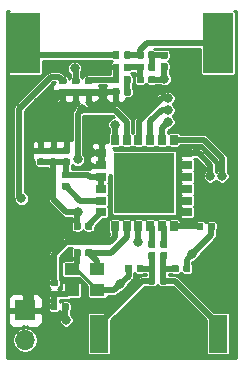
<source format=gbr>
G04 #@! TF.GenerationSoftware,KiCad,Pcbnew,(5.0.0)*
G04 #@! TF.CreationDate,2018-10-15T18:52:21-03:00*
G04 #@! TF.ProjectId,TPMS_Sensor,54504D535F53656E736F722E6B696361,1*
G04 #@! TF.SameCoordinates,Original*
G04 #@! TF.FileFunction,Copper,L1,Top,Signal*
G04 #@! TF.FilePolarity,Positive*
%FSLAX46Y46*%
G04 Gerber Fmt 4.6, Leading zero omitted, Abs format (unit mm)*
G04 Created by KiCad (PCBNEW (5.0.0)) date 10/15/18 18:52:21*
%MOMM*%
%LPD*%
G01*
G04 APERTURE LIST*
G04 #@! TA.AperFunction,Conductor*
%ADD10C,0.100000*%
G04 #@! TD*
G04 #@! TA.AperFunction,SMDPad,CuDef*
%ADD11C,0.590000*%
G04 #@! TD*
G04 #@! TA.AperFunction,ComponentPad*
%ADD12R,1.700000X1.700000*%
G04 #@! TD*
G04 #@! TA.AperFunction,ComponentPad*
%ADD13O,1.700000X1.700000*%
G04 #@! TD*
G04 #@! TA.AperFunction,SMDPad,CuDef*
%ADD14R,1.600000X3.200000*%
G04 #@! TD*
G04 #@! TA.AperFunction,SMDPad,CuDef*
%ADD15R,2.540000X5.080000*%
G04 #@! TD*
G04 #@! TA.AperFunction,SMDPad,CuDef*
%ADD16R,1.300000X1.000000*%
G04 #@! TD*
G04 #@! TA.AperFunction,ComponentPad*
%ADD17C,0.800000*%
G04 #@! TD*
G04 #@! TA.AperFunction,SMDPad,CuDef*
%ADD18R,5.150000X5.150000*%
G04 #@! TD*
G04 #@! TA.AperFunction,SMDPad,CuDef*
%ADD19R,0.850000X0.650000*%
G04 #@! TD*
G04 #@! TA.AperFunction,SMDPad,CuDef*
%ADD20R,0.650000X0.850000*%
G04 #@! TD*
G04 #@! TA.AperFunction,ViaPad*
%ADD21C,0.800000*%
G04 #@! TD*
G04 #@! TA.AperFunction,Conductor*
%ADD22C,0.500000*%
G04 #@! TD*
G04 #@! TA.AperFunction,Conductor*
%ADD23C,0.300000*%
G04 #@! TD*
G04 #@! TA.AperFunction,Conductor*
%ADD24C,0.254000*%
G04 #@! TD*
G04 APERTURE END LIST*
D10*
G04 #@! TO.N,Net-(C1-Pad1)*
G04 #@! TO.C,C1*
G36*
X145443158Y-84885710D02*
X145457476Y-84887834D01*
X145471517Y-84891351D01*
X145485146Y-84896228D01*
X145498231Y-84902417D01*
X145510647Y-84909858D01*
X145522273Y-84918481D01*
X145532998Y-84928202D01*
X145542719Y-84938927D01*
X145551342Y-84950553D01*
X145558783Y-84962969D01*
X145564972Y-84976054D01*
X145569849Y-84989683D01*
X145573366Y-85003724D01*
X145575490Y-85018042D01*
X145576200Y-85032500D01*
X145576200Y-85327500D01*
X145575490Y-85341958D01*
X145573366Y-85356276D01*
X145569849Y-85370317D01*
X145564972Y-85383946D01*
X145558783Y-85397031D01*
X145551342Y-85409447D01*
X145542719Y-85421073D01*
X145532998Y-85431798D01*
X145522273Y-85441519D01*
X145510647Y-85450142D01*
X145498231Y-85457583D01*
X145485146Y-85463772D01*
X145471517Y-85468649D01*
X145457476Y-85472166D01*
X145443158Y-85474290D01*
X145428700Y-85475000D01*
X145083700Y-85475000D01*
X145069242Y-85474290D01*
X145054924Y-85472166D01*
X145040883Y-85468649D01*
X145027254Y-85463772D01*
X145014169Y-85457583D01*
X145001753Y-85450142D01*
X144990127Y-85441519D01*
X144979402Y-85431798D01*
X144969681Y-85421073D01*
X144961058Y-85409447D01*
X144953617Y-85397031D01*
X144947428Y-85383946D01*
X144942551Y-85370317D01*
X144939034Y-85356276D01*
X144936910Y-85341958D01*
X144936200Y-85327500D01*
X144936200Y-85032500D01*
X144936910Y-85018042D01*
X144939034Y-85003724D01*
X144942551Y-84989683D01*
X144947428Y-84976054D01*
X144953617Y-84962969D01*
X144961058Y-84950553D01*
X144969681Y-84938927D01*
X144979402Y-84928202D01*
X144990127Y-84918481D01*
X145001753Y-84909858D01*
X145014169Y-84902417D01*
X145027254Y-84896228D01*
X145040883Y-84891351D01*
X145054924Y-84887834D01*
X145069242Y-84885710D01*
X145083700Y-84885000D01*
X145428700Y-84885000D01*
X145443158Y-84885710D01*
X145443158Y-84885710D01*
G37*
D11*
G04 #@! TD*
G04 #@! TO.P,C1,1*
G04 #@! TO.N,Net-(C1-Pad1)*
X145256200Y-85180000D03*
D10*
G04 #@! TO.N,-BATT*
G04 #@! TO.C,C1*
G36*
X145443158Y-83915710D02*
X145457476Y-83917834D01*
X145471517Y-83921351D01*
X145485146Y-83926228D01*
X145498231Y-83932417D01*
X145510647Y-83939858D01*
X145522273Y-83948481D01*
X145532998Y-83958202D01*
X145542719Y-83968927D01*
X145551342Y-83980553D01*
X145558783Y-83992969D01*
X145564972Y-84006054D01*
X145569849Y-84019683D01*
X145573366Y-84033724D01*
X145575490Y-84048042D01*
X145576200Y-84062500D01*
X145576200Y-84357500D01*
X145575490Y-84371958D01*
X145573366Y-84386276D01*
X145569849Y-84400317D01*
X145564972Y-84413946D01*
X145558783Y-84427031D01*
X145551342Y-84439447D01*
X145542719Y-84451073D01*
X145532998Y-84461798D01*
X145522273Y-84471519D01*
X145510647Y-84480142D01*
X145498231Y-84487583D01*
X145485146Y-84493772D01*
X145471517Y-84498649D01*
X145457476Y-84502166D01*
X145443158Y-84504290D01*
X145428700Y-84505000D01*
X145083700Y-84505000D01*
X145069242Y-84504290D01*
X145054924Y-84502166D01*
X145040883Y-84498649D01*
X145027254Y-84493772D01*
X145014169Y-84487583D01*
X145001753Y-84480142D01*
X144990127Y-84471519D01*
X144979402Y-84461798D01*
X144969681Y-84451073D01*
X144961058Y-84439447D01*
X144953617Y-84427031D01*
X144947428Y-84413946D01*
X144942551Y-84400317D01*
X144939034Y-84386276D01*
X144936910Y-84371958D01*
X144936200Y-84357500D01*
X144936200Y-84062500D01*
X144936910Y-84048042D01*
X144939034Y-84033724D01*
X144942551Y-84019683D01*
X144947428Y-84006054D01*
X144953617Y-83992969D01*
X144961058Y-83980553D01*
X144969681Y-83968927D01*
X144979402Y-83958202D01*
X144990127Y-83948481D01*
X145001753Y-83939858D01*
X145014169Y-83932417D01*
X145027254Y-83926228D01*
X145040883Y-83921351D01*
X145054924Y-83917834D01*
X145069242Y-83915710D01*
X145083700Y-83915000D01*
X145428700Y-83915000D01*
X145443158Y-83915710D01*
X145443158Y-83915710D01*
G37*
D11*
G04 #@! TD*
G04 #@! TO.P,C1,2*
G04 #@! TO.N,-BATT*
X145256200Y-84210000D03*
D10*
G04 #@! TO.N,-BATT*
G04 #@! TO.C,C2*
G36*
X144376358Y-82828310D02*
X144390676Y-82830434D01*
X144404717Y-82833951D01*
X144418346Y-82838828D01*
X144431431Y-82845017D01*
X144443847Y-82852458D01*
X144455473Y-82861081D01*
X144466198Y-82870802D01*
X144475919Y-82881527D01*
X144484542Y-82893153D01*
X144491983Y-82905569D01*
X144498172Y-82918654D01*
X144503049Y-82932283D01*
X144506566Y-82946324D01*
X144508690Y-82960642D01*
X144509400Y-82975100D01*
X144509400Y-83270100D01*
X144508690Y-83284558D01*
X144506566Y-83298876D01*
X144503049Y-83312917D01*
X144498172Y-83326546D01*
X144491983Y-83339631D01*
X144484542Y-83352047D01*
X144475919Y-83363673D01*
X144466198Y-83374398D01*
X144455473Y-83384119D01*
X144443847Y-83392742D01*
X144431431Y-83400183D01*
X144418346Y-83406372D01*
X144404717Y-83411249D01*
X144390676Y-83414766D01*
X144376358Y-83416890D01*
X144361900Y-83417600D01*
X144016900Y-83417600D01*
X144002442Y-83416890D01*
X143988124Y-83414766D01*
X143974083Y-83411249D01*
X143960454Y-83406372D01*
X143947369Y-83400183D01*
X143934953Y-83392742D01*
X143923327Y-83384119D01*
X143912602Y-83374398D01*
X143902881Y-83363673D01*
X143894258Y-83352047D01*
X143886817Y-83339631D01*
X143880628Y-83326546D01*
X143875751Y-83312917D01*
X143872234Y-83298876D01*
X143870110Y-83284558D01*
X143869400Y-83270100D01*
X143869400Y-82975100D01*
X143870110Y-82960642D01*
X143872234Y-82946324D01*
X143875751Y-82932283D01*
X143880628Y-82918654D01*
X143886817Y-82905569D01*
X143894258Y-82893153D01*
X143902881Y-82881527D01*
X143912602Y-82870802D01*
X143923327Y-82861081D01*
X143934953Y-82852458D01*
X143947369Y-82845017D01*
X143960454Y-82838828D01*
X143974083Y-82833951D01*
X143988124Y-82830434D01*
X144002442Y-82828310D01*
X144016900Y-82827600D01*
X144361900Y-82827600D01*
X144376358Y-82828310D01*
X144376358Y-82828310D01*
G37*
D11*
G04 #@! TD*
G04 #@! TO.P,C2,2*
G04 #@! TO.N,-BATT*
X144189400Y-83122600D03*
D10*
G04 #@! TO.N,+BATT*
G04 #@! TO.C,C2*
G36*
X144376358Y-81858310D02*
X144390676Y-81860434D01*
X144404717Y-81863951D01*
X144418346Y-81868828D01*
X144431431Y-81875017D01*
X144443847Y-81882458D01*
X144455473Y-81891081D01*
X144466198Y-81900802D01*
X144475919Y-81911527D01*
X144484542Y-81923153D01*
X144491983Y-81935569D01*
X144498172Y-81948654D01*
X144503049Y-81962283D01*
X144506566Y-81976324D01*
X144508690Y-81990642D01*
X144509400Y-82005100D01*
X144509400Y-82300100D01*
X144508690Y-82314558D01*
X144506566Y-82328876D01*
X144503049Y-82342917D01*
X144498172Y-82356546D01*
X144491983Y-82369631D01*
X144484542Y-82382047D01*
X144475919Y-82393673D01*
X144466198Y-82404398D01*
X144455473Y-82414119D01*
X144443847Y-82422742D01*
X144431431Y-82430183D01*
X144418346Y-82436372D01*
X144404717Y-82441249D01*
X144390676Y-82444766D01*
X144376358Y-82446890D01*
X144361900Y-82447600D01*
X144016900Y-82447600D01*
X144002442Y-82446890D01*
X143988124Y-82444766D01*
X143974083Y-82441249D01*
X143960454Y-82436372D01*
X143947369Y-82430183D01*
X143934953Y-82422742D01*
X143923327Y-82414119D01*
X143912602Y-82404398D01*
X143902881Y-82393673D01*
X143894258Y-82382047D01*
X143886817Y-82369631D01*
X143880628Y-82356546D01*
X143875751Y-82342917D01*
X143872234Y-82328876D01*
X143870110Y-82314558D01*
X143869400Y-82300100D01*
X143869400Y-82005100D01*
X143870110Y-81990642D01*
X143872234Y-81976324D01*
X143875751Y-81962283D01*
X143880628Y-81948654D01*
X143886817Y-81935569D01*
X143894258Y-81923153D01*
X143902881Y-81911527D01*
X143912602Y-81900802D01*
X143923327Y-81891081D01*
X143934953Y-81882458D01*
X143947369Y-81875017D01*
X143960454Y-81868828D01*
X143974083Y-81863951D01*
X143988124Y-81860434D01*
X144002442Y-81858310D01*
X144016900Y-81857600D01*
X144361900Y-81857600D01*
X144376358Y-81858310D01*
X144376358Y-81858310D01*
G37*
D11*
G04 #@! TD*
G04 #@! TO.P,C2,1*
G04 #@! TO.N,+BATT*
X144189400Y-82152600D03*
D10*
G04 #@! TO.N,+BATT*
G04 #@! TO.C,C3*
G36*
X145468558Y-81858310D02*
X145482876Y-81860434D01*
X145496917Y-81863951D01*
X145510546Y-81868828D01*
X145523631Y-81875017D01*
X145536047Y-81882458D01*
X145547673Y-81891081D01*
X145558398Y-81900802D01*
X145568119Y-81911527D01*
X145576742Y-81923153D01*
X145584183Y-81935569D01*
X145590372Y-81948654D01*
X145595249Y-81962283D01*
X145598766Y-81976324D01*
X145600890Y-81990642D01*
X145601600Y-82005100D01*
X145601600Y-82300100D01*
X145600890Y-82314558D01*
X145598766Y-82328876D01*
X145595249Y-82342917D01*
X145590372Y-82356546D01*
X145584183Y-82369631D01*
X145576742Y-82382047D01*
X145568119Y-82393673D01*
X145558398Y-82404398D01*
X145547673Y-82414119D01*
X145536047Y-82422742D01*
X145523631Y-82430183D01*
X145510546Y-82436372D01*
X145496917Y-82441249D01*
X145482876Y-82444766D01*
X145468558Y-82446890D01*
X145454100Y-82447600D01*
X145109100Y-82447600D01*
X145094642Y-82446890D01*
X145080324Y-82444766D01*
X145066283Y-82441249D01*
X145052654Y-82436372D01*
X145039569Y-82430183D01*
X145027153Y-82422742D01*
X145015527Y-82414119D01*
X145004802Y-82404398D01*
X144995081Y-82393673D01*
X144986458Y-82382047D01*
X144979017Y-82369631D01*
X144972828Y-82356546D01*
X144967951Y-82342917D01*
X144964434Y-82328876D01*
X144962310Y-82314558D01*
X144961600Y-82300100D01*
X144961600Y-82005100D01*
X144962310Y-81990642D01*
X144964434Y-81976324D01*
X144967951Y-81962283D01*
X144972828Y-81948654D01*
X144979017Y-81935569D01*
X144986458Y-81923153D01*
X144995081Y-81911527D01*
X145004802Y-81900802D01*
X145015527Y-81891081D01*
X145027153Y-81882458D01*
X145039569Y-81875017D01*
X145052654Y-81868828D01*
X145066283Y-81863951D01*
X145080324Y-81860434D01*
X145094642Y-81858310D01*
X145109100Y-81857600D01*
X145454100Y-81857600D01*
X145468558Y-81858310D01*
X145468558Y-81858310D01*
G37*
D11*
G04 #@! TD*
G04 #@! TO.P,C3,1*
G04 #@! TO.N,+BATT*
X145281600Y-82152600D03*
D10*
G04 #@! TO.N,-BATT*
G04 #@! TO.C,C3*
G36*
X145468558Y-82828310D02*
X145482876Y-82830434D01*
X145496917Y-82833951D01*
X145510546Y-82838828D01*
X145523631Y-82845017D01*
X145536047Y-82852458D01*
X145547673Y-82861081D01*
X145558398Y-82870802D01*
X145568119Y-82881527D01*
X145576742Y-82893153D01*
X145584183Y-82905569D01*
X145590372Y-82918654D01*
X145595249Y-82932283D01*
X145598766Y-82946324D01*
X145600890Y-82960642D01*
X145601600Y-82975100D01*
X145601600Y-83270100D01*
X145600890Y-83284558D01*
X145598766Y-83298876D01*
X145595249Y-83312917D01*
X145590372Y-83326546D01*
X145584183Y-83339631D01*
X145576742Y-83352047D01*
X145568119Y-83363673D01*
X145558398Y-83374398D01*
X145547673Y-83384119D01*
X145536047Y-83392742D01*
X145523631Y-83400183D01*
X145510546Y-83406372D01*
X145496917Y-83411249D01*
X145482876Y-83414766D01*
X145468558Y-83416890D01*
X145454100Y-83417600D01*
X145109100Y-83417600D01*
X145094642Y-83416890D01*
X145080324Y-83414766D01*
X145066283Y-83411249D01*
X145052654Y-83406372D01*
X145039569Y-83400183D01*
X145027153Y-83392742D01*
X145015527Y-83384119D01*
X145004802Y-83374398D01*
X144995081Y-83363673D01*
X144986458Y-83352047D01*
X144979017Y-83339631D01*
X144972828Y-83326546D01*
X144967951Y-83312917D01*
X144964434Y-83298876D01*
X144962310Y-83284558D01*
X144961600Y-83270100D01*
X144961600Y-82975100D01*
X144962310Y-82960642D01*
X144964434Y-82946324D01*
X144967951Y-82932283D01*
X144972828Y-82918654D01*
X144979017Y-82905569D01*
X144986458Y-82893153D01*
X144995081Y-82881527D01*
X145004802Y-82870802D01*
X145015527Y-82861081D01*
X145027153Y-82852458D01*
X145039569Y-82845017D01*
X145052654Y-82838828D01*
X145066283Y-82833951D01*
X145080324Y-82830434D01*
X145094642Y-82828310D01*
X145109100Y-82827600D01*
X145454100Y-82827600D01*
X145468558Y-82828310D01*
X145468558Y-82828310D01*
G37*
D11*
G04 #@! TD*
G04 #@! TO.P,C3,2*
G04 #@! TO.N,-BATT*
X145281600Y-83122600D03*
D10*
G04 #@! TO.N,-BATT*
G04 #@! TO.C,C4*
G36*
X143341358Y-82828310D02*
X143355676Y-82830434D01*
X143369717Y-82833951D01*
X143383346Y-82838828D01*
X143396431Y-82845017D01*
X143408847Y-82852458D01*
X143420473Y-82861081D01*
X143431198Y-82870802D01*
X143440919Y-82881527D01*
X143449542Y-82893153D01*
X143456983Y-82905569D01*
X143463172Y-82918654D01*
X143468049Y-82932283D01*
X143471566Y-82946324D01*
X143473690Y-82960642D01*
X143474400Y-82975100D01*
X143474400Y-83270100D01*
X143473690Y-83284558D01*
X143471566Y-83298876D01*
X143468049Y-83312917D01*
X143463172Y-83326546D01*
X143456983Y-83339631D01*
X143449542Y-83352047D01*
X143440919Y-83363673D01*
X143431198Y-83374398D01*
X143420473Y-83384119D01*
X143408847Y-83392742D01*
X143396431Y-83400183D01*
X143383346Y-83406372D01*
X143369717Y-83411249D01*
X143355676Y-83414766D01*
X143341358Y-83416890D01*
X143326900Y-83417600D01*
X142981900Y-83417600D01*
X142967442Y-83416890D01*
X142953124Y-83414766D01*
X142939083Y-83411249D01*
X142925454Y-83406372D01*
X142912369Y-83400183D01*
X142899953Y-83392742D01*
X142888327Y-83384119D01*
X142877602Y-83374398D01*
X142867881Y-83363673D01*
X142859258Y-83352047D01*
X142851817Y-83339631D01*
X142845628Y-83326546D01*
X142840751Y-83312917D01*
X142837234Y-83298876D01*
X142835110Y-83284558D01*
X142834400Y-83270100D01*
X142834400Y-82975100D01*
X142835110Y-82960642D01*
X142837234Y-82946324D01*
X142840751Y-82932283D01*
X142845628Y-82918654D01*
X142851817Y-82905569D01*
X142859258Y-82893153D01*
X142867881Y-82881527D01*
X142877602Y-82870802D01*
X142888327Y-82861081D01*
X142899953Y-82852458D01*
X142912369Y-82845017D01*
X142925454Y-82838828D01*
X142939083Y-82833951D01*
X142953124Y-82830434D01*
X142967442Y-82828310D01*
X142981900Y-82827600D01*
X143326900Y-82827600D01*
X143341358Y-82828310D01*
X143341358Y-82828310D01*
G37*
D11*
G04 #@! TD*
G04 #@! TO.P,C4,2*
G04 #@! TO.N,-BATT*
X143154400Y-83122600D03*
D10*
G04 #@! TO.N,+BATT*
G04 #@! TO.C,C4*
G36*
X143341358Y-81858310D02*
X143355676Y-81860434D01*
X143369717Y-81863951D01*
X143383346Y-81868828D01*
X143396431Y-81875017D01*
X143408847Y-81882458D01*
X143420473Y-81891081D01*
X143431198Y-81900802D01*
X143440919Y-81911527D01*
X143449542Y-81923153D01*
X143456983Y-81935569D01*
X143463172Y-81948654D01*
X143468049Y-81962283D01*
X143471566Y-81976324D01*
X143473690Y-81990642D01*
X143474400Y-82005100D01*
X143474400Y-82300100D01*
X143473690Y-82314558D01*
X143471566Y-82328876D01*
X143468049Y-82342917D01*
X143463172Y-82356546D01*
X143456983Y-82369631D01*
X143449542Y-82382047D01*
X143440919Y-82393673D01*
X143431198Y-82404398D01*
X143420473Y-82414119D01*
X143408847Y-82422742D01*
X143396431Y-82430183D01*
X143383346Y-82436372D01*
X143369717Y-82441249D01*
X143355676Y-82444766D01*
X143341358Y-82446890D01*
X143326900Y-82447600D01*
X142981900Y-82447600D01*
X142967442Y-82446890D01*
X142953124Y-82444766D01*
X142939083Y-82441249D01*
X142925454Y-82436372D01*
X142912369Y-82430183D01*
X142899953Y-82422742D01*
X142888327Y-82414119D01*
X142877602Y-82404398D01*
X142867881Y-82393673D01*
X142859258Y-82382047D01*
X142851817Y-82369631D01*
X142845628Y-82356546D01*
X142840751Y-82342917D01*
X142837234Y-82328876D01*
X142835110Y-82314558D01*
X142834400Y-82300100D01*
X142834400Y-82005100D01*
X142835110Y-81990642D01*
X142837234Y-81976324D01*
X142840751Y-81962283D01*
X142845628Y-81948654D01*
X142851817Y-81935569D01*
X142859258Y-81923153D01*
X142867881Y-81911527D01*
X142877602Y-81900802D01*
X142888327Y-81891081D01*
X142899953Y-81882458D01*
X142912369Y-81875017D01*
X142925454Y-81868828D01*
X142939083Y-81863951D01*
X142953124Y-81860434D01*
X142967442Y-81858310D01*
X142981900Y-81857600D01*
X143326900Y-81857600D01*
X143341358Y-81858310D01*
X143341358Y-81858310D01*
G37*
D11*
G04 #@! TD*
G04 #@! TO.P,C4,1*
G04 #@! TO.N,+BATT*
X143154400Y-82152600D03*
D10*
G04 #@! TO.N,VREG*
G04 #@! TO.C,C5*
G36*
X147359758Y-88250510D02*
X147374076Y-88252634D01*
X147388117Y-88256151D01*
X147401746Y-88261028D01*
X147414831Y-88267217D01*
X147427247Y-88274658D01*
X147438873Y-88283281D01*
X147449598Y-88293002D01*
X147459319Y-88303727D01*
X147467942Y-88315353D01*
X147475383Y-88327769D01*
X147481572Y-88340854D01*
X147486449Y-88354483D01*
X147489966Y-88368524D01*
X147492090Y-88382842D01*
X147492800Y-88397300D01*
X147492800Y-88742300D01*
X147492090Y-88756758D01*
X147489966Y-88771076D01*
X147486449Y-88785117D01*
X147481572Y-88798746D01*
X147475383Y-88811831D01*
X147467942Y-88824247D01*
X147459319Y-88835873D01*
X147449598Y-88846598D01*
X147438873Y-88856319D01*
X147427247Y-88864942D01*
X147414831Y-88872383D01*
X147401746Y-88878572D01*
X147388117Y-88883449D01*
X147374076Y-88886966D01*
X147359758Y-88889090D01*
X147345300Y-88889800D01*
X147050300Y-88889800D01*
X147035842Y-88889090D01*
X147021524Y-88886966D01*
X147007483Y-88883449D01*
X146993854Y-88878572D01*
X146980769Y-88872383D01*
X146968353Y-88864942D01*
X146956727Y-88856319D01*
X146946002Y-88846598D01*
X146936281Y-88835873D01*
X146927658Y-88824247D01*
X146920217Y-88811831D01*
X146914028Y-88798746D01*
X146909151Y-88785117D01*
X146905634Y-88771076D01*
X146903510Y-88756758D01*
X146902800Y-88742300D01*
X146902800Y-88397300D01*
X146903510Y-88382842D01*
X146905634Y-88368524D01*
X146909151Y-88354483D01*
X146914028Y-88340854D01*
X146920217Y-88327769D01*
X146927658Y-88315353D01*
X146936281Y-88303727D01*
X146946002Y-88293002D01*
X146956727Y-88283281D01*
X146968353Y-88274658D01*
X146980769Y-88267217D01*
X146993854Y-88261028D01*
X147007483Y-88256151D01*
X147021524Y-88252634D01*
X147035842Y-88250510D01*
X147050300Y-88249800D01*
X147345300Y-88249800D01*
X147359758Y-88250510D01*
X147359758Y-88250510D01*
G37*
D11*
G04 #@! TD*
G04 #@! TO.P,C5,1*
G04 #@! TO.N,VREG*
X147197800Y-88569800D03*
D10*
G04 #@! TO.N,-BATT*
G04 #@! TO.C,C5*
G36*
X146389758Y-88250510D02*
X146404076Y-88252634D01*
X146418117Y-88256151D01*
X146431746Y-88261028D01*
X146444831Y-88267217D01*
X146457247Y-88274658D01*
X146468873Y-88283281D01*
X146479598Y-88293002D01*
X146489319Y-88303727D01*
X146497942Y-88315353D01*
X146505383Y-88327769D01*
X146511572Y-88340854D01*
X146516449Y-88354483D01*
X146519966Y-88368524D01*
X146522090Y-88382842D01*
X146522800Y-88397300D01*
X146522800Y-88742300D01*
X146522090Y-88756758D01*
X146519966Y-88771076D01*
X146516449Y-88785117D01*
X146511572Y-88798746D01*
X146505383Y-88811831D01*
X146497942Y-88824247D01*
X146489319Y-88835873D01*
X146479598Y-88846598D01*
X146468873Y-88856319D01*
X146457247Y-88864942D01*
X146444831Y-88872383D01*
X146431746Y-88878572D01*
X146418117Y-88883449D01*
X146404076Y-88886966D01*
X146389758Y-88889090D01*
X146375300Y-88889800D01*
X146080300Y-88889800D01*
X146065842Y-88889090D01*
X146051524Y-88886966D01*
X146037483Y-88883449D01*
X146023854Y-88878572D01*
X146010769Y-88872383D01*
X145998353Y-88864942D01*
X145986727Y-88856319D01*
X145976002Y-88846598D01*
X145966281Y-88835873D01*
X145957658Y-88824247D01*
X145950217Y-88811831D01*
X145944028Y-88798746D01*
X145939151Y-88785117D01*
X145935634Y-88771076D01*
X145933510Y-88756758D01*
X145932800Y-88742300D01*
X145932800Y-88397300D01*
X145933510Y-88382842D01*
X145935634Y-88368524D01*
X145939151Y-88354483D01*
X145944028Y-88340854D01*
X145950217Y-88327769D01*
X145957658Y-88315353D01*
X145966281Y-88303727D01*
X145976002Y-88293002D01*
X145986727Y-88283281D01*
X145998353Y-88274658D01*
X146010769Y-88267217D01*
X146023854Y-88261028D01*
X146037483Y-88256151D01*
X146051524Y-88252634D01*
X146065842Y-88250510D01*
X146080300Y-88249800D01*
X146375300Y-88249800D01*
X146389758Y-88250510D01*
X146389758Y-88250510D01*
G37*
D11*
G04 #@! TD*
G04 #@! TO.P,C5,2*
G04 #@! TO.N,-BATT*
X146227800Y-88569800D03*
D10*
G04 #@! TO.N,-BATT*
G04 #@! TO.C,C6*
G36*
X145376158Y-95057710D02*
X145390476Y-95059834D01*
X145404517Y-95063351D01*
X145418146Y-95068228D01*
X145431231Y-95074417D01*
X145443647Y-95081858D01*
X145455273Y-95090481D01*
X145465998Y-95100202D01*
X145475719Y-95110927D01*
X145484342Y-95122553D01*
X145491783Y-95134969D01*
X145497972Y-95148054D01*
X145502849Y-95161683D01*
X145506366Y-95175724D01*
X145508490Y-95190042D01*
X145509200Y-95204500D01*
X145509200Y-95549500D01*
X145508490Y-95563958D01*
X145506366Y-95578276D01*
X145502849Y-95592317D01*
X145497972Y-95605946D01*
X145491783Y-95619031D01*
X145484342Y-95631447D01*
X145475719Y-95643073D01*
X145465998Y-95653798D01*
X145455273Y-95663519D01*
X145443647Y-95672142D01*
X145431231Y-95679583D01*
X145418146Y-95685772D01*
X145404517Y-95690649D01*
X145390476Y-95694166D01*
X145376158Y-95696290D01*
X145361700Y-95697000D01*
X145066700Y-95697000D01*
X145052242Y-95696290D01*
X145037924Y-95694166D01*
X145023883Y-95690649D01*
X145010254Y-95685772D01*
X144997169Y-95679583D01*
X144984753Y-95672142D01*
X144973127Y-95663519D01*
X144962402Y-95653798D01*
X144952681Y-95643073D01*
X144944058Y-95631447D01*
X144936617Y-95619031D01*
X144930428Y-95605946D01*
X144925551Y-95592317D01*
X144922034Y-95578276D01*
X144919910Y-95563958D01*
X144919200Y-95549500D01*
X144919200Y-95204500D01*
X144919910Y-95190042D01*
X144922034Y-95175724D01*
X144925551Y-95161683D01*
X144930428Y-95148054D01*
X144936617Y-95134969D01*
X144944058Y-95122553D01*
X144952681Y-95110927D01*
X144962402Y-95100202D01*
X144973127Y-95090481D01*
X144984753Y-95081858D01*
X144997169Y-95074417D01*
X145010254Y-95068228D01*
X145023883Y-95063351D01*
X145037924Y-95059834D01*
X145052242Y-95057710D01*
X145066700Y-95057000D01*
X145361700Y-95057000D01*
X145376158Y-95057710D01*
X145376158Y-95057710D01*
G37*
D11*
G04 #@! TD*
G04 #@! TO.P,C6,2*
G04 #@! TO.N,-BATT*
X145214200Y-95377000D03*
D10*
G04 #@! TO.N,Net-(C6-Pad1)*
G04 #@! TO.C,C6*
G36*
X144406158Y-95057710D02*
X144420476Y-95059834D01*
X144434517Y-95063351D01*
X144448146Y-95068228D01*
X144461231Y-95074417D01*
X144473647Y-95081858D01*
X144485273Y-95090481D01*
X144495998Y-95100202D01*
X144505719Y-95110927D01*
X144514342Y-95122553D01*
X144521783Y-95134969D01*
X144527972Y-95148054D01*
X144532849Y-95161683D01*
X144536366Y-95175724D01*
X144538490Y-95190042D01*
X144539200Y-95204500D01*
X144539200Y-95549500D01*
X144538490Y-95563958D01*
X144536366Y-95578276D01*
X144532849Y-95592317D01*
X144527972Y-95605946D01*
X144521783Y-95619031D01*
X144514342Y-95631447D01*
X144505719Y-95643073D01*
X144495998Y-95653798D01*
X144485273Y-95663519D01*
X144473647Y-95672142D01*
X144461231Y-95679583D01*
X144448146Y-95685772D01*
X144434517Y-95690649D01*
X144420476Y-95694166D01*
X144406158Y-95696290D01*
X144391700Y-95697000D01*
X144096700Y-95697000D01*
X144082242Y-95696290D01*
X144067924Y-95694166D01*
X144053883Y-95690649D01*
X144040254Y-95685772D01*
X144027169Y-95679583D01*
X144014753Y-95672142D01*
X144003127Y-95663519D01*
X143992402Y-95653798D01*
X143982681Y-95643073D01*
X143974058Y-95631447D01*
X143966617Y-95619031D01*
X143960428Y-95605946D01*
X143955551Y-95592317D01*
X143952034Y-95578276D01*
X143949910Y-95563958D01*
X143949200Y-95549500D01*
X143949200Y-95204500D01*
X143949910Y-95190042D01*
X143952034Y-95175724D01*
X143955551Y-95161683D01*
X143960428Y-95148054D01*
X143966617Y-95134969D01*
X143974058Y-95122553D01*
X143982681Y-95110927D01*
X143992402Y-95100202D01*
X144003127Y-95090481D01*
X144014753Y-95081858D01*
X144027169Y-95074417D01*
X144040254Y-95068228D01*
X144053883Y-95063351D01*
X144067924Y-95059834D01*
X144082242Y-95057710D01*
X144096700Y-95057000D01*
X144391700Y-95057000D01*
X144406158Y-95057710D01*
X144406158Y-95057710D01*
G37*
D11*
G04 #@! TD*
G04 #@! TO.P,C6,1*
G04 #@! TO.N,Net-(C6-Pad1)*
X144244200Y-95377000D03*
D10*
G04 #@! TO.N,X0*
G04 #@! TO.C,C7*
G36*
X147357358Y-90480710D02*
X147371676Y-90482834D01*
X147385717Y-90486351D01*
X147399346Y-90491228D01*
X147412431Y-90497417D01*
X147424847Y-90504858D01*
X147436473Y-90513481D01*
X147447198Y-90523202D01*
X147456919Y-90533927D01*
X147465542Y-90545553D01*
X147472983Y-90557969D01*
X147479172Y-90571054D01*
X147484049Y-90584683D01*
X147487566Y-90598724D01*
X147489690Y-90613042D01*
X147490400Y-90627500D01*
X147490400Y-90972500D01*
X147489690Y-90986958D01*
X147487566Y-91001276D01*
X147484049Y-91015317D01*
X147479172Y-91028946D01*
X147472983Y-91042031D01*
X147465542Y-91054447D01*
X147456919Y-91066073D01*
X147447198Y-91076798D01*
X147436473Y-91086519D01*
X147424847Y-91095142D01*
X147412431Y-91102583D01*
X147399346Y-91108772D01*
X147385717Y-91113649D01*
X147371676Y-91117166D01*
X147357358Y-91119290D01*
X147342900Y-91120000D01*
X147047900Y-91120000D01*
X147033442Y-91119290D01*
X147019124Y-91117166D01*
X147005083Y-91113649D01*
X146991454Y-91108772D01*
X146978369Y-91102583D01*
X146965953Y-91095142D01*
X146954327Y-91086519D01*
X146943602Y-91076798D01*
X146933881Y-91066073D01*
X146925258Y-91054447D01*
X146917817Y-91042031D01*
X146911628Y-91028946D01*
X146906751Y-91015317D01*
X146903234Y-91001276D01*
X146901110Y-90986958D01*
X146900400Y-90972500D01*
X146900400Y-90627500D01*
X146901110Y-90613042D01*
X146903234Y-90598724D01*
X146906751Y-90584683D01*
X146911628Y-90571054D01*
X146917817Y-90557969D01*
X146925258Y-90545553D01*
X146933881Y-90533927D01*
X146943602Y-90523202D01*
X146954327Y-90513481D01*
X146965953Y-90504858D01*
X146978369Y-90497417D01*
X146991454Y-90491228D01*
X147005083Y-90486351D01*
X147019124Y-90482834D01*
X147033442Y-90480710D01*
X147047900Y-90480000D01*
X147342900Y-90480000D01*
X147357358Y-90480710D01*
X147357358Y-90480710D01*
G37*
D11*
G04 #@! TD*
G04 #@! TO.P,C7,1*
G04 #@! TO.N,X0*
X147195400Y-90800000D03*
D10*
G04 #@! TO.N,-BATT*
G04 #@! TO.C,C7*
G36*
X146387358Y-90480710D02*
X146401676Y-90482834D01*
X146415717Y-90486351D01*
X146429346Y-90491228D01*
X146442431Y-90497417D01*
X146454847Y-90504858D01*
X146466473Y-90513481D01*
X146477198Y-90523202D01*
X146486919Y-90533927D01*
X146495542Y-90545553D01*
X146502983Y-90557969D01*
X146509172Y-90571054D01*
X146514049Y-90584683D01*
X146517566Y-90598724D01*
X146519690Y-90613042D01*
X146520400Y-90627500D01*
X146520400Y-90972500D01*
X146519690Y-90986958D01*
X146517566Y-91001276D01*
X146514049Y-91015317D01*
X146509172Y-91028946D01*
X146502983Y-91042031D01*
X146495542Y-91054447D01*
X146486919Y-91066073D01*
X146477198Y-91076798D01*
X146466473Y-91086519D01*
X146454847Y-91095142D01*
X146442431Y-91102583D01*
X146429346Y-91108772D01*
X146415717Y-91113649D01*
X146401676Y-91117166D01*
X146387358Y-91119290D01*
X146372900Y-91120000D01*
X146077900Y-91120000D01*
X146063442Y-91119290D01*
X146049124Y-91117166D01*
X146035083Y-91113649D01*
X146021454Y-91108772D01*
X146008369Y-91102583D01*
X145995953Y-91095142D01*
X145984327Y-91086519D01*
X145973602Y-91076798D01*
X145963881Y-91066073D01*
X145955258Y-91054447D01*
X145947817Y-91042031D01*
X145941628Y-91028946D01*
X145936751Y-91015317D01*
X145933234Y-91001276D01*
X145931110Y-90986958D01*
X145930400Y-90972500D01*
X145930400Y-90627500D01*
X145931110Y-90613042D01*
X145933234Y-90598724D01*
X145936751Y-90584683D01*
X145941628Y-90571054D01*
X145947817Y-90557969D01*
X145955258Y-90545553D01*
X145963881Y-90533927D01*
X145973602Y-90523202D01*
X145984327Y-90513481D01*
X145995953Y-90504858D01*
X146008369Y-90497417D01*
X146021454Y-90491228D01*
X146035083Y-90486351D01*
X146049124Y-90482834D01*
X146063442Y-90480710D01*
X146077900Y-90480000D01*
X146372900Y-90480000D01*
X146387358Y-90480710D01*
X146387358Y-90480710D01*
G37*
D11*
G04 #@! TD*
G04 #@! TO.P,C7,2*
G04 #@! TO.N,-BATT*
X146225400Y-90800000D03*
D10*
G04 #@! TO.N,-BATT*
G04 #@! TO.C,C8*
G36*
X152693758Y-75829910D02*
X152708076Y-75832034D01*
X152722117Y-75835551D01*
X152735746Y-75840428D01*
X152748831Y-75846617D01*
X152761247Y-75854058D01*
X152772873Y-75862681D01*
X152783598Y-75872402D01*
X152793319Y-75883127D01*
X152801942Y-75894753D01*
X152809383Y-75907169D01*
X152815572Y-75920254D01*
X152820449Y-75933883D01*
X152823966Y-75947924D01*
X152826090Y-75962242D01*
X152826800Y-75976700D01*
X152826800Y-76321700D01*
X152826090Y-76336158D01*
X152823966Y-76350476D01*
X152820449Y-76364517D01*
X152815572Y-76378146D01*
X152809383Y-76391231D01*
X152801942Y-76403647D01*
X152793319Y-76415273D01*
X152783598Y-76425998D01*
X152772873Y-76435719D01*
X152761247Y-76444342D01*
X152748831Y-76451783D01*
X152735746Y-76457972D01*
X152722117Y-76462849D01*
X152708076Y-76466366D01*
X152693758Y-76468490D01*
X152679300Y-76469200D01*
X152384300Y-76469200D01*
X152369842Y-76468490D01*
X152355524Y-76466366D01*
X152341483Y-76462849D01*
X152327854Y-76457972D01*
X152314769Y-76451783D01*
X152302353Y-76444342D01*
X152290727Y-76435719D01*
X152280002Y-76425998D01*
X152270281Y-76415273D01*
X152261658Y-76403647D01*
X152254217Y-76391231D01*
X152248028Y-76378146D01*
X152243151Y-76364517D01*
X152239634Y-76350476D01*
X152237510Y-76336158D01*
X152236800Y-76321700D01*
X152236800Y-75976700D01*
X152237510Y-75962242D01*
X152239634Y-75947924D01*
X152243151Y-75933883D01*
X152248028Y-75920254D01*
X152254217Y-75907169D01*
X152261658Y-75894753D01*
X152270281Y-75883127D01*
X152280002Y-75872402D01*
X152290727Y-75862681D01*
X152302353Y-75854058D01*
X152314769Y-75846617D01*
X152327854Y-75840428D01*
X152341483Y-75835551D01*
X152355524Y-75832034D01*
X152369842Y-75829910D01*
X152384300Y-75829200D01*
X152679300Y-75829200D01*
X152693758Y-75829910D01*
X152693758Y-75829910D01*
G37*
D11*
G04 #@! TD*
G04 #@! TO.P,C8,2*
G04 #@! TO.N,-BATT*
X152531800Y-76149200D03*
D10*
G04 #@! TO.N,Net-(C8-Pad1)*
G04 #@! TO.C,C8*
G36*
X151723758Y-75829910D02*
X151738076Y-75832034D01*
X151752117Y-75835551D01*
X151765746Y-75840428D01*
X151778831Y-75846617D01*
X151791247Y-75854058D01*
X151802873Y-75862681D01*
X151813598Y-75872402D01*
X151823319Y-75883127D01*
X151831942Y-75894753D01*
X151839383Y-75907169D01*
X151845572Y-75920254D01*
X151850449Y-75933883D01*
X151853966Y-75947924D01*
X151856090Y-75962242D01*
X151856800Y-75976700D01*
X151856800Y-76321700D01*
X151856090Y-76336158D01*
X151853966Y-76350476D01*
X151850449Y-76364517D01*
X151845572Y-76378146D01*
X151839383Y-76391231D01*
X151831942Y-76403647D01*
X151823319Y-76415273D01*
X151813598Y-76425998D01*
X151802873Y-76435719D01*
X151791247Y-76444342D01*
X151778831Y-76451783D01*
X151765746Y-76457972D01*
X151752117Y-76462849D01*
X151738076Y-76466366D01*
X151723758Y-76468490D01*
X151709300Y-76469200D01*
X151414300Y-76469200D01*
X151399842Y-76468490D01*
X151385524Y-76466366D01*
X151371483Y-76462849D01*
X151357854Y-76457972D01*
X151344769Y-76451783D01*
X151332353Y-76444342D01*
X151320727Y-76435719D01*
X151310002Y-76425998D01*
X151300281Y-76415273D01*
X151291658Y-76403647D01*
X151284217Y-76391231D01*
X151278028Y-76378146D01*
X151273151Y-76364517D01*
X151269634Y-76350476D01*
X151267510Y-76336158D01*
X151266800Y-76321700D01*
X151266800Y-75976700D01*
X151267510Y-75962242D01*
X151269634Y-75947924D01*
X151273151Y-75933883D01*
X151278028Y-75920254D01*
X151284217Y-75907169D01*
X151291658Y-75894753D01*
X151300281Y-75883127D01*
X151310002Y-75872402D01*
X151320727Y-75862681D01*
X151332353Y-75854058D01*
X151344769Y-75846617D01*
X151357854Y-75840428D01*
X151371483Y-75835551D01*
X151385524Y-75832034D01*
X151399842Y-75829910D01*
X151414300Y-75829200D01*
X151709300Y-75829200D01*
X151723758Y-75829910D01*
X151723758Y-75829910D01*
G37*
D11*
G04 #@! TD*
G04 #@! TO.P,C8,1*
G04 #@! TO.N,Net-(C8-Pad1)*
X151561800Y-76149200D03*
D10*
G04 #@! TO.N,Net-(C9-Pad1)*
G04 #@! TO.C,C9*
G36*
X153780758Y-73795110D02*
X153795076Y-73797234D01*
X153809117Y-73800751D01*
X153822746Y-73805628D01*
X153835831Y-73811817D01*
X153848247Y-73819258D01*
X153859873Y-73827881D01*
X153870598Y-73837602D01*
X153880319Y-73848327D01*
X153888942Y-73859953D01*
X153896383Y-73872369D01*
X153902572Y-73885454D01*
X153907449Y-73899083D01*
X153910966Y-73913124D01*
X153913090Y-73927442D01*
X153913800Y-73941900D01*
X153913800Y-74236900D01*
X153913090Y-74251358D01*
X153910966Y-74265676D01*
X153907449Y-74279717D01*
X153902572Y-74293346D01*
X153896383Y-74306431D01*
X153888942Y-74318847D01*
X153880319Y-74330473D01*
X153870598Y-74341198D01*
X153859873Y-74350919D01*
X153848247Y-74359542D01*
X153835831Y-74366983D01*
X153822746Y-74373172D01*
X153809117Y-74378049D01*
X153795076Y-74381566D01*
X153780758Y-74383690D01*
X153766300Y-74384400D01*
X153421300Y-74384400D01*
X153406842Y-74383690D01*
X153392524Y-74381566D01*
X153378483Y-74378049D01*
X153364854Y-74373172D01*
X153351769Y-74366983D01*
X153339353Y-74359542D01*
X153327727Y-74350919D01*
X153317002Y-74341198D01*
X153307281Y-74330473D01*
X153298658Y-74318847D01*
X153291217Y-74306431D01*
X153285028Y-74293346D01*
X153280151Y-74279717D01*
X153276634Y-74265676D01*
X153274510Y-74251358D01*
X153273800Y-74236900D01*
X153273800Y-73941900D01*
X153274510Y-73927442D01*
X153276634Y-73913124D01*
X153280151Y-73899083D01*
X153285028Y-73885454D01*
X153291217Y-73872369D01*
X153298658Y-73859953D01*
X153307281Y-73848327D01*
X153317002Y-73837602D01*
X153327727Y-73827881D01*
X153339353Y-73819258D01*
X153351769Y-73811817D01*
X153364854Y-73805628D01*
X153378483Y-73800751D01*
X153392524Y-73797234D01*
X153406842Y-73795110D01*
X153421300Y-73794400D01*
X153766300Y-73794400D01*
X153780758Y-73795110D01*
X153780758Y-73795110D01*
G37*
D11*
G04 #@! TD*
G04 #@! TO.P,C9,1*
G04 #@! TO.N,Net-(C9-Pad1)*
X153593800Y-74089400D03*
D10*
G04 #@! TO.N,-BATT*
G04 #@! TO.C,C9*
G36*
X153780758Y-74765110D02*
X153795076Y-74767234D01*
X153809117Y-74770751D01*
X153822746Y-74775628D01*
X153835831Y-74781817D01*
X153848247Y-74789258D01*
X153859873Y-74797881D01*
X153870598Y-74807602D01*
X153880319Y-74818327D01*
X153888942Y-74829953D01*
X153896383Y-74842369D01*
X153902572Y-74855454D01*
X153907449Y-74869083D01*
X153910966Y-74883124D01*
X153913090Y-74897442D01*
X153913800Y-74911900D01*
X153913800Y-75206900D01*
X153913090Y-75221358D01*
X153910966Y-75235676D01*
X153907449Y-75249717D01*
X153902572Y-75263346D01*
X153896383Y-75276431D01*
X153888942Y-75288847D01*
X153880319Y-75300473D01*
X153870598Y-75311198D01*
X153859873Y-75320919D01*
X153848247Y-75329542D01*
X153835831Y-75336983D01*
X153822746Y-75343172D01*
X153809117Y-75348049D01*
X153795076Y-75351566D01*
X153780758Y-75353690D01*
X153766300Y-75354400D01*
X153421300Y-75354400D01*
X153406842Y-75353690D01*
X153392524Y-75351566D01*
X153378483Y-75348049D01*
X153364854Y-75343172D01*
X153351769Y-75336983D01*
X153339353Y-75329542D01*
X153327727Y-75320919D01*
X153317002Y-75311198D01*
X153307281Y-75300473D01*
X153298658Y-75288847D01*
X153291217Y-75276431D01*
X153285028Y-75263346D01*
X153280151Y-75249717D01*
X153276634Y-75235676D01*
X153274510Y-75221358D01*
X153273800Y-75206900D01*
X153273800Y-74911900D01*
X153274510Y-74897442D01*
X153276634Y-74883124D01*
X153280151Y-74869083D01*
X153285028Y-74855454D01*
X153291217Y-74842369D01*
X153298658Y-74829953D01*
X153307281Y-74818327D01*
X153317002Y-74807602D01*
X153327727Y-74797881D01*
X153339353Y-74789258D01*
X153351769Y-74781817D01*
X153364854Y-74775628D01*
X153378483Y-74770751D01*
X153392524Y-74767234D01*
X153406842Y-74765110D01*
X153421300Y-74764400D01*
X153766300Y-74764400D01*
X153780758Y-74765110D01*
X153780758Y-74765110D01*
G37*
D11*
G04 #@! TD*
G04 #@! TO.P,C9,2*
G04 #@! TO.N,-BATT*
X153593800Y-75059400D03*
D10*
G04 #@! TO.N,Net-(C10-Pad2)*
G04 #@! TO.C,C10*
G36*
X153656558Y-92873310D02*
X153670876Y-92875434D01*
X153684917Y-92878951D01*
X153698546Y-92883828D01*
X153711631Y-92890017D01*
X153724047Y-92897458D01*
X153735673Y-92906081D01*
X153746398Y-92915802D01*
X153756119Y-92926527D01*
X153764742Y-92938153D01*
X153772183Y-92950569D01*
X153778372Y-92963654D01*
X153783249Y-92977283D01*
X153786766Y-92991324D01*
X153788890Y-93005642D01*
X153789600Y-93020100D01*
X153789600Y-93365100D01*
X153788890Y-93379558D01*
X153786766Y-93393876D01*
X153783249Y-93407917D01*
X153778372Y-93421546D01*
X153772183Y-93434631D01*
X153764742Y-93447047D01*
X153756119Y-93458673D01*
X153746398Y-93469398D01*
X153735673Y-93479119D01*
X153724047Y-93487742D01*
X153711631Y-93495183D01*
X153698546Y-93501372D01*
X153684917Y-93506249D01*
X153670876Y-93509766D01*
X153656558Y-93511890D01*
X153642100Y-93512600D01*
X153347100Y-93512600D01*
X153332642Y-93511890D01*
X153318324Y-93509766D01*
X153304283Y-93506249D01*
X153290654Y-93501372D01*
X153277569Y-93495183D01*
X153265153Y-93487742D01*
X153253527Y-93479119D01*
X153242802Y-93469398D01*
X153233081Y-93458673D01*
X153224458Y-93447047D01*
X153217017Y-93434631D01*
X153210828Y-93421546D01*
X153205951Y-93407917D01*
X153202434Y-93393876D01*
X153200310Y-93379558D01*
X153199600Y-93365100D01*
X153199600Y-93020100D01*
X153200310Y-93005642D01*
X153202434Y-92991324D01*
X153205951Y-92977283D01*
X153210828Y-92963654D01*
X153217017Y-92950569D01*
X153224458Y-92938153D01*
X153233081Y-92926527D01*
X153242802Y-92915802D01*
X153253527Y-92906081D01*
X153265153Y-92897458D01*
X153277569Y-92890017D01*
X153290654Y-92883828D01*
X153304283Y-92878951D01*
X153318324Y-92875434D01*
X153332642Y-92873310D01*
X153347100Y-92872600D01*
X153642100Y-92872600D01*
X153656558Y-92873310D01*
X153656558Y-92873310D01*
G37*
D11*
G04 #@! TD*
G04 #@! TO.P,C10,2*
G04 #@! TO.N,Net-(C10-Pad2)*
X153494600Y-93192600D03*
D10*
G04 #@! TO.N,Net-(C10-Pad1)*
G04 #@! TO.C,C10*
G36*
X152686558Y-92873310D02*
X152700876Y-92875434D01*
X152714917Y-92878951D01*
X152728546Y-92883828D01*
X152741631Y-92890017D01*
X152754047Y-92897458D01*
X152765673Y-92906081D01*
X152776398Y-92915802D01*
X152786119Y-92926527D01*
X152794742Y-92938153D01*
X152802183Y-92950569D01*
X152808372Y-92963654D01*
X152813249Y-92977283D01*
X152816766Y-92991324D01*
X152818890Y-93005642D01*
X152819600Y-93020100D01*
X152819600Y-93365100D01*
X152818890Y-93379558D01*
X152816766Y-93393876D01*
X152813249Y-93407917D01*
X152808372Y-93421546D01*
X152802183Y-93434631D01*
X152794742Y-93447047D01*
X152786119Y-93458673D01*
X152776398Y-93469398D01*
X152765673Y-93479119D01*
X152754047Y-93487742D01*
X152741631Y-93495183D01*
X152728546Y-93501372D01*
X152714917Y-93506249D01*
X152700876Y-93509766D01*
X152686558Y-93511890D01*
X152672100Y-93512600D01*
X152377100Y-93512600D01*
X152362642Y-93511890D01*
X152348324Y-93509766D01*
X152334283Y-93506249D01*
X152320654Y-93501372D01*
X152307569Y-93495183D01*
X152295153Y-93487742D01*
X152283527Y-93479119D01*
X152272802Y-93469398D01*
X152263081Y-93458673D01*
X152254458Y-93447047D01*
X152247017Y-93434631D01*
X152240828Y-93421546D01*
X152235951Y-93407917D01*
X152232434Y-93393876D01*
X152230310Y-93379558D01*
X152229600Y-93365100D01*
X152229600Y-93020100D01*
X152230310Y-93005642D01*
X152232434Y-92991324D01*
X152235951Y-92977283D01*
X152240828Y-92963654D01*
X152247017Y-92950569D01*
X152254458Y-92938153D01*
X152263081Y-92926527D01*
X152272802Y-92915802D01*
X152283527Y-92906081D01*
X152295153Y-92897458D01*
X152307569Y-92890017D01*
X152320654Y-92883828D01*
X152334283Y-92878951D01*
X152348324Y-92875434D01*
X152362642Y-92873310D01*
X152377100Y-92872600D01*
X152672100Y-92872600D01*
X152686558Y-92873310D01*
X152686558Y-92873310D01*
G37*
D11*
G04 #@! TD*
G04 #@! TO.P,C10,1*
G04 #@! TO.N,Net-(C10-Pad1)*
X152524600Y-93192600D03*
D10*
G04 #@! TO.N,Net-(C11-Pad1)*
G04 #@! TO.C,C11*
G36*
X149663958Y-73747110D02*
X149678276Y-73749234D01*
X149692317Y-73752751D01*
X149705946Y-73757628D01*
X149719031Y-73763817D01*
X149731447Y-73771258D01*
X149743073Y-73779881D01*
X149753798Y-73789602D01*
X149763519Y-73800327D01*
X149772142Y-73811953D01*
X149779583Y-73824369D01*
X149785772Y-73837454D01*
X149790649Y-73851083D01*
X149794166Y-73865124D01*
X149796290Y-73879442D01*
X149797000Y-73893900D01*
X149797000Y-74238900D01*
X149796290Y-74253358D01*
X149794166Y-74267676D01*
X149790649Y-74281717D01*
X149785772Y-74295346D01*
X149779583Y-74308431D01*
X149772142Y-74320847D01*
X149763519Y-74332473D01*
X149753798Y-74343198D01*
X149743073Y-74352919D01*
X149731447Y-74361542D01*
X149719031Y-74368983D01*
X149705946Y-74375172D01*
X149692317Y-74380049D01*
X149678276Y-74383566D01*
X149663958Y-74385690D01*
X149649500Y-74386400D01*
X149354500Y-74386400D01*
X149340042Y-74385690D01*
X149325724Y-74383566D01*
X149311683Y-74380049D01*
X149298054Y-74375172D01*
X149284969Y-74368983D01*
X149272553Y-74361542D01*
X149260927Y-74352919D01*
X149250202Y-74343198D01*
X149240481Y-74332473D01*
X149231858Y-74320847D01*
X149224417Y-74308431D01*
X149218228Y-74295346D01*
X149213351Y-74281717D01*
X149209834Y-74267676D01*
X149207710Y-74253358D01*
X149207000Y-74238900D01*
X149207000Y-73893900D01*
X149207710Y-73879442D01*
X149209834Y-73865124D01*
X149213351Y-73851083D01*
X149218228Y-73837454D01*
X149224417Y-73824369D01*
X149231858Y-73811953D01*
X149240481Y-73800327D01*
X149250202Y-73789602D01*
X149260927Y-73779881D01*
X149272553Y-73771258D01*
X149284969Y-73763817D01*
X149298054Y-73757628D01*
X149311683Y-73752751D01*
X149325724Y-73749234D01*
X149340042Y-73747110D01*
X149354500Y-73746400D01*
X149649500Y-73746400D01*
X149663958Y-73747110D01*
X149663958Y-73747110D01*
G37*
D11*
G04 #@! TD*
G04 #@! TO.P,C11,1*
G04 #@! TO.N,Net-(C11-Pad1)*
X149502000Y-74066400D03*
D10*
G04 #@! TO.N,Net-(C11-Pad2)*
G04 #@! TO.C,C11*
G36*
X150633958Y-73747110D02*
X150648276Y-73749234D01*
X150662317Y-73752751D01*
X150675946Y-73757628D01*
X150689031Y-73763817D01*
X150701447Y-73771258D01*
X150713073Y-73779881D01*
X150723798Y-73789602D01*
X150733519Y-73800327D01*
X150742142Y-73811953D01*
X150749583Y-73824369D01*
X150755772Y-73837454D01*
X150760649Y-73851083D01*
X150764166Y-73865124D01*
X150766290Y-73879442D01*
X150767000Y-73893900D01*
X150767000Y-74238900D01*
X150766290Y-74253358D01*
X150764166Y-74267676D01*
X150760649Y-74281717D01*
X150755772Y-74295346D01*
X150749583Y-74308431D01*
X150742142Y-74320847D01*
X150733519Y-74332473D01*
X150723798Y-74343198D01*
X150713073Y-74352919D01*
X150701447Y-74361542D01*
X150689031Y-74368983D01*
X150675946Y-74375172D01*
X150662317Y-74380049D01*
X150648276Y-74383566D01*
X150633958Y-74385690D01*
X150619500Y-74386400D01*
X150324500Y-74386400D01*
X150310042Y-74385690D01*
X150295724Y-74383566D01*
X150281683Y-74380049D01*
X150268054Y-74375172D01*
X150254969Y-74368983D01*
X150242553Y-74361542D01*
X150230927Y-74352919D01*
X150220202Y-74343198D01*
X150210481Y-74332473D01*
X150201858Y-74320847D01*
X150194417Y-74308431D01*
X150188228Y-74295346D01*
X150183351Y-74281717D01*
X150179834Y-74267676D01*
X150177710Y-74253358D01*
X150177000Y-74238900D01*
X150177000Y-73893900D01*
X150177710Y-73879442D01*
X150179834Y-73865124D01*
X150183351Y-73851083D01*
X150188228Y-73837454D01*
X150194417Y-73824369D01*
X150201858Y-73811953D01*
X150210481Y-73800327D01*
X150220202Y-73789602D01*
X150230927Y-73779881D01*
X150242553Y-73771258D01*
X150254969Y-73763817D01*
X150268054Y-73757628D01*
X150281683Y-73752751D01*
X150295724Y-73749234D01*
X150310042Y-73747110D01*
X150324500Y-73746400D01*
X150619500Y-73746400D01*
X150633958Y-73747110D01*
X150633958Y-73747110D01*
G37*
D11*
G04 #@! TD*
G04 #@! TO.P,C11,2*
G04 #@! TO.N,Net-(C11-Pad2)*
X150472000Y-74066400D03*
D12*
G04 #@! TO.P,JP1,1*
G04 #@! TO.N,+BATT*
X141808200Y-95681800D03*
D13*
G04 #@! TO.P,JP1,2*
G04 #@! TO.N,VDD_BAT*
X141808200Y-98221800D03*
G04 #@! TD*
D10*
G04 #@! TO.N,Net-(C6-Pad1)*
G04 #@! TO.C,L1*
G36*
X144458958Y-94043710D02*
X144473276Y-94045834D01*
X144487317Y-94049351D01*
X144500946Y-94054228D01*
X144514031Y-94060417D01*
X144526447Y-94067858D01*
X144538073Y-94076481D01*
X144548798Y-94086202D01*
X144558519Y-94096927D01*
X144567142Y-94108553D01*
X144574583Y-94120969D01*
X144580772Y-94134054D01*
X144585649Y-94147683D01*
X144589166Y-94161724D01*
X144591290Y-94176042D01*
X144592000Y-94190500D01*
X144592000Y-94485500D01*
X144591290Y-94499958D01*
X144589166Y-94514276D01*
X144585649Y-94528317D01*
X144580772Y-94541946D01*
X144574583Y-94555031D01*
X144567142Y-94567447D01*
X144558519Y-94579073D01*
X144548798Y-94589798D01*
X144538073Y-94599519D01*
X144526447Y-94608142D01*
X144514031Y-94615583D01*
X144500946Y-94621772D01*
X144487317Y-94626649D01*
X144473276Y-94630166D01*
X144458958Y-94632290D01*
X144444500Y-94633000D01*
X144099500Y-94633000D01*
X144085042Y-94632290D01*
X144070724Y-94630166D01*
X144056683Y-94626649D01*
X144043054Y-94621772D01*
X144029969Y-94615583D01*
X144017553Y-94608142D01*
X144005927Y-94599519D01*
X143995202Y-94589798D01*
X143985481Y-94579073D01*
X143976858Y-94567447D01*
X143969417Y-94555031D01*
X143963228Y-94541946D01*
X143958351Y-94528317D01*
X143954834Y-94514276D01*
X143952710Y-94499958D01*
X143952000Y-94485500D01*
X143952000Y-94190500D01*
X143952710Y-94176042D01*
X143954834Y-94161724D01*
X143958351Y-94147683D01*
X143963228Y-94134054D01*
X143969417Y-94120969D01*
X143976858Y-94108553D01*
X143985481Y-94096927D01*
X143995202Y-94086202D01*
X144005927Y-94076481D01*
X144017553Y-94067858D01*
X144029969Y-94060417D01*
X144043054Y-94054228D01*
X144056683Y-94049351D01*
X144070724Y-94045834D01*
X144085042Y-94043710D01*
X144099500Y-94043000D01*
X144444500Y-94043000D01*
X144458958Y-94043710D01*
X144458958Y-94043710D01*
G37*
D11*
G04 #@! TD*
G04 #@! TO.P,L1,2*
G04 #@! TO.N,Net-(C6-Pad1)*
X144272000Y-94338000D03*
D10*
G04 #@! TO.N,X1*
G04 #@! TO.C,L1*
G36*
X144458958Y-93073710D02*
X144473276Y-93075834D01*
X144487317Y-93079351D01*
X144500946Y-93084228D01*
X144514031Y-93090417D01*
X144526447Y-93097858D01*
X144538073Y-93106481D01*
X144548798Y-93116202D01*
X144558519Y-93126927D01*
X144567142Y-93138553D01*
X144574583Y-93150969D01*
X144580772Y-93164054D01*
X144585649Y-93177683D01*
X144589166Y-93191724D01*
X144591290Y-93206042D01*
X144592000Y-93220500D01*
X144592000Y-93515500D01*
X144591290Y-93529958D01*
X144589166Y-93544276D01*
X144585649Y-93558317D01*
X144580772Y-93571946D01*
X144574583Y-93585031D01*
X144567142Y-93597447D01*
X144558519Y-93609073D01*
X144548798Y-93619798D01*
X144538073Y-93629519D01*
X144526447Y-93638142D01*
X144514031Y-93645583D01*
X144500946Y-93651772D01*
X144487317Y-93656649D01*
X144473276Y-93660166D01*
X144458958Y-93662290D01*
X144444500Y-93663000D01*
X144099500Y-93663000D01*
X144085042Y-93662290D01*
X144070724Y-93660166D01*
X144056683Y-93656649D01*
X144043054Y-93651772D01*
X144029969Y-93645583D01*
X144017553Y-93638142D01*
X144005927Y-93629519D01*
X143995202Y-93619798D01*
X143985481Y-93609073D01*
X143976858Y-93597447D01*
X143969417Y-93585031D01*
X143963228Y-93571946D01*
X143958351Y-93558317D01*
X143954834Y-93544276D01*
X143952710Y-93529958D01*
X143952000Y-93515500D01*
X143952000Y-93220500D01*
X143952710Y-93206042D01*
X143954834Y-93191724D01*
X143958351Y-93177683D01*
X143963228Y-93164054D01*
X143969417Y-93150969D01*
X143976858Y-93138553D01*
X143985481Y-93126927D01*
X143995202Y-93116202D01*
X144005927Y-93106481D01*
X144017553Y-93097858D01*
X144029969Y-93090417D01*
X144043054Y-93084228D01*
X144056683Y-93079351D01*
X144070724Y-93075834D01*
X144085042Y-93073710D01*
X144099500Y-93073000D01*
X144444500Y-93073000D01*
X144458958Y-93073710D01*
X144458958Y-93073710D01*
G37*
D11*
G04 #@! TD*
G04 #@! TO.P,L1,1*
G04 #@! TO.N,X1*
X144272000Y-93368000D03*
D10*
G04 #@! TO.N,Net-(C8-Pad1)*
G04 #@! TO.C,L2*
G36*
X151721358Y-74788510D02*
X151735676Y-74790634D01*
X151749717Y-74794151D01*
X151763346Y-74799028D01*
X151776431Y-74805217D01*
X151788847Y-74812658D01*
X151800473Y-74821281D01*
X151811198Y-74831002D01*
X151820919Y-74841727D01*
X151829542Y-74853353D01*
X151836983Y-74865769D01*
X151843172Y-74878854D01*
X151848049Y-74892483D01*
X151851566Y-74906524D01*
X151853690Y-74920842D01*
X151854400Y-74935300D01*
X151854400Y-75280300D01*
X151853690Y-75294758D01*
X151851566Y-75309076D01*
X151848049Y-75323117D01*
X151843172Y-75336746D01*
X151836983Y-75349831D01*
X151829542Y-75362247D01*
X151820919Y-75373873D01*
X151811198Y-75384598D01*
X151800473Y-75394319D01*
X151788847Y-75402942D01*
X151776431Y-75410383D01*
X151763346Y-75416572D01*
X151749717Y-75421449D01*
X151735676Y-75424966D01*
X151721358Y-75427090D01*
X151706900Y-75427800D01*
X151411900Y-75427800D01*
X151397442Y-75427090D01*
X151383124Y-75424966D01*
X151369083Y-75421449D01*
X151355454Y-75416572D01*
X151342369Y-75410383D01*
X151329953Y-75402942D01*
X151318327Y-75394319D01*
X151307602Y-75384598D01*
X151297881Y-75373873D01*
X151289258Y-75362247D01*
X151281817Y-75349831D01*
X151275628Y-75336746D01*
X151270751Y-75323117D01*
X151267234Y-75309076D01*
X151265110Y-75294758D01*
X151264400Y-75280300D01*
X151264400Y-74935300D01*
X151265110Y-74920842D01*
X151267234Y-74906524D01*
X151270751Y-74892483D01*
X151275628Y-74878854D01*
X151281817Y-74865769D01*
X151289258Y-74853353D01*
X151297881Y-74841727D01*
X151307602Y-74831002D01*
X151318327Y-74821281D01*
X151329953Y-74812658D01*
X151342369Y-74805217D01*
X151355454Y-74799028D01*
X151369083Y-74794151D01*
X151383124Y-74790634D01*
X151397442Y-74788510D01*
X151411900Y-74787800D01*
X151706900Y-74787800D01*
X151721358Y-74788510D01*
X151721358Y-74788510D01*
G37*
D11*
G04 #@! TD*
G04 #@! TO.P,L2,1*
G04 #@! TO.N,Net-(C8-Pad1)*
X151559400Y-75107800D03*
D10*
G04 #@! TO.N,Net-(C9-Pad1)*
G04 #@! TO.C,L2*
G36*
X152691358Y-74788510D02*
X152705676Y-74790634D01*
X152719717Y-74794151D01*
X152733346Y-74799028D01*
X152746431Y-74805217D01*
X152758847Y-74812658D01*
X152770473Y-74821281D01*
X152781198Y-74831002D01*
X152790919Y-74841727D01*
X152799542Y-74853353D01*
X152806983Y-74865769D01*
X152813172Y-74878854D01*
X152818049Y-74892483D01*
X152821566Y-74906524D01*
X152823690Y-74920842D01*
X152824400Y-74935300D01*
X152824400Y-75280300D01*
X152823690Y-75294758D01*
X152821566Y-75309076D01*
X152818049Y-75323117D01*
X152813172Y-75336746D01*
X152806983Y-75349831D01*
X152799542Y-75362247D01*
X152790919Y-75373873D01*
X152781198Y-75384598D01*
X152770473Y-75394319D01*
X152758847Y-75402942D01*
X152746431Y-75410383D01*
X152733346Y-75416572D01*
X152719717Y-75421449D01*
X152705676Y-75424966D01*
X152691358Y-75427090D01*
X152676900Y-75427800D01*
X152381900Y-75427800D01*
X152367442Y-75427090D01*
X152353124Y-75424966D01*
X152339083Y-75421449D01*
X152325454Y-75416572D01*
X152312369Y-75410383D01*
X152299953Y-75402942D01*
X152288327Y-75394319D01*
X152277602Y-75384598D01*
X152267881Y-75373873D01*
X152259258Y-75362247D01*
X152251817Y-75349831D01*
X152245628Y-75336746D01*
X152240751Y-75323117D01*
X152237234Y-75309076D01*
X152235110Y-75294758D01*
X152234400Y-75280300D01*
X152234400Y-74935300D01*
X152235110Y-74920842D01*
X152237234Y-74906524D01*
X152240751Y-74892483D01*
X152245628Y-74878854D01*
X152251817Y-74865769D01*
X152259258Y-74853353D01*
X152267881Y-74841727D01*
X152277602Y-74831002D01*
X152288327Y-74821281D01*
X152299953Y-74812658D01*
X152312369Y-74805217D01*
X152325454Y-74799028D01*
X152339083Y-74794151D01*
X152353124Y-74790634D01*
X152367442Y-74788510D01*
X152381900Y-74787800D01*
X152676900Y-74787800D01*
X152691358Y-74788510D01*
X152691358Y-74788510D01*
G37*
D11*
G04 #@! TD*
G04 #@! TO.P,L2,2*
G04 #@! TO.N,Net-(C9-Pad1)*
X152529400Y-75107800D03*
D10*
G04 #@! TO.N,Net-(L3-Pad1)*
G04 #@! TO.C,L3*
G36*
X150633958Y-76871310D02*
X150648276Y-76873434D01*
X150662317Y-76876951D01*
X150675946Y-76881828D01*
X150689031Y-76888017D01*
X150701447Y-76895458D01*
X150713073Y-76904081D01*
X150723798Y-76913802D01*
X150733519Y-76924527D01*
X150742142Y-76936153D01*
X150749583Y-76948569D01*
X150755772Y-76961654D01*
X150760649Y-76975283D01*
X150764166Y-76989324D01*
X150766290Y-77003642D01*
X150767000Y-77018100D01*
X150767000Y-77363100D01*
X150766290Y-77377558D01*
X150764166Y-77391876D01*
X150760649Y-77405917D01*
X150755772Y-77419546D01*
X150749583Y-77432631D01*
X150742142Y-77445047D01*
X150733519Y-77456673D01*
X150723798Y-77467398D01*
X150713073Y-77477119D01*
X150701447Y-77485742D01*
X150689031Y-77493183D01*
X150675946Y-77499372D01*
X150662317Y-77504249D01*
X150648276Y-77507766D01*
X150633958Y-77509890D01*
X150619500Y-77510600D01*
X150324500Y-77510600D01*
X150310042Y-77509890D01*
X150295724Y-77507766D01*
X150281683Y-77504249D01*
X150268054Y-77499372D01*
X150254969Y-77493183D01*
X150242553Y-77485742D01*
X150230927Y-77477119D01*
X150220202Y-77467398D01*
X150210481Y-77456673D01*
X150201858Y-77445047D01*
X150194417Y-77432631D01*
X150188228Y-77419546D01*
X150183351Y-77405917D01*
X150179834Y-77391876D01*
X150177710Y-77377558D01*
X150177000Y-77363100D01*
X150177000Y-77018100D01*
X150177710Y-77003642D01*
X150179834Y-76989324D01*
X150183351Y-76975283D01*
X150188228Y-76961654D01*
X150194417Y-76948569D01*
X150201858Y-76936153D01*
X150210481Y-76924527D01*
X150220202Y-76913802D01*
X150230927Y-76904081D01*
X150242553Y-76895458D01*
X150254969Y-76888017D01*
X150268054Y-76881828D01*
X150281683Y-76876951D01*
X150295724Y-76873434D01*
X150310042Y-76871310D01*
X150324500Y-76870600D01*
X150619500Y-76870600D01*
X150633958Y-76871310D01*
X150633958Y-76871310D01*
G37*
D11*
G04 #@! TD*
G04 #@! TO.P,L3,1*
G04 #@! TO.N,Net-(L3-Pad1)*
X150472000Y-77190600D03*
D10*
G04 #@! TO.N,+BATT*
G04 #@! TO.C,L3*
G36*
X149663958Y-76871310D02*
X149678276Y-76873434D01*
X149692317Y-76876951D01*
X149705946Y-76881828D01*
X149719031Y-76888017D01*
X149731447Y-76895458D01*
X149743073Y-76904081D01*
X149753798Y-76913802D01*
X149763519Y-76924527D01*
X149772142Y-76936153D01*
X149779583Y-76948569D01*
X149785772Y-76961654D01*
X149790649Y-76975283D01*
X149794166Y-76989324D01*
X149796290Y-77003642D01*
X149797000Y-77018100D01*
X149797000Y-77363100D01*
X149796290Y-77377558D01*
X149794166Y-77391876D01*
X149790649Y-77405917D01*
X149785772Y-77419546D01*
X149779583Y-77432631D01*
X149772142Y-77445047D01*
X149763519Y-77456673D01*
X149753798Y-77467398D01*
X149743073Y-77477119D01*
X149731447Y-77485742D01*
X149719031Y-77493183D01*
X149705946Y-77499372D01*
X149692317Y-77504249D01*
X149678276Y-77507766D01*
X149663958Y-77509890D01*
X149649500Y-77510600D01*
X149354500Y-77510600D01*
X149340042Y-77509890D01*
X149325724Y-77507766D01*
X149311683Y-77504249D01*
X149298054Y-77499372D01*
X149284969Y-77493183D01*
X149272553Y-77485742D01*
X149260927Y-77477119D01*
X149250202Y-77467398D01*
X149240481Y-77456673D01*
X149231858Y-77445047D01*
X149224417Y-77432631D01*
X149218228Y-77419546D01*
X149213351Y-77405917D01*
X149209834Y-77391876D01*
X149207710Y-77377558D01*
X149207000Y-77363100D01*
X149207000Y-77018100D01*
X149207710Y-77003642D01*
X149209834Y-76989324D01*
X149213351Y-76975283D01*
X149218228Y-76961654D01*
X149224417Y-76948569D01*
X149231858Y-76936153D01*
X149240481Y-76924527D01*
X149250202Y-76913802D01*
X149260927Y-76904081D01*
X149272553Y-76895458D01*
X149284969Y-76888017D01*
X149298054Y-76881828D01*
X149311683Y-76876951D01*
X149325724Y-76873434D01*
X149340042Y-76871310D01*
X149354500Y-76870600D01*
X149649500Y-76870600D01*
X149663958Y-76871310D01*
X149663958Y-76871310D01*
G37*
D11*
G04 #@! TD*
G04 #@! TO.P,L3,2*
G04 #@! TO.N,+BATT*
X149502000Y-77190600D03*
D10*
G04 #@! TO.N,+BATT*
G04 #@! TO.C,L4*
G36*
X147354558Y-76924110D02*
X147368876Y-76926234D01*
X147382917Y-76929751D01*
X147396546Y-76934628D01*
X147409631Y-76940817D01*
X147422047Y-76948258D01*
X147433673Y-76956881D01*
X147444398Y-76966602D01*
X147454119Y-76977327D01*
X147462742Y-76988953D01*
X147470183Y-77001369D01*
X147476372Y-77014454D01*
X147481249Y-77028083D01*
X147484766Y-77042124D01*
X147486890Y-77056442D01*
X147487600Y-77070900D01*
X147487600Y-77365900D01*
X147486890Y-77380358D01*
X147484766Y-77394676D01*
X147481249Y-77408717D01*
X147476372Y-77422346D01*
X147470183Y-77435431D01*
X147462742Y-77447847D01*
X147454119Y-77459473D01*
X147444398Y-77470198D01*
X147433673Y-77479919D01*
X147422047Y-77488542D01*
X147409631Y-77495983D01*
X147396546Y-77502172D01*
X147382917Y-77507049D01*
X147368876Y-77510566D01*
X147354558Y-77512690D01*
X147340100Y-77513400D01*
X146995100Y-77513400D01*
X146980642Y-77512690D01*
X146966324Y-77510566D01*
X146952283Y-77507049D01*
X146938654Y-77502172D01*
X146925569Y-77495983D01*
X146913153Y-77488542D01*
X146901527Y-77479919D01*
X146890802Y-77470198D01*
X146881081Y-77459473D01*
X146872458Y-77447847D01*
X146865017Y-77435431D01*
X146858828Y-77422346D01*
X146853951Y-77408717D01*
X146850434Y-77394676D01*
X146848310Y-77380358D01*
X146847600Y-77365900D01*
X146847600Y-77070900D01*
X146848310Y-77056442D01*
X146850434Y-77042124D01*
X146853951Y-77028083D01*
X146858828Y-77014454D01*
X146865017Y-77001369D01*
X146872458Y-76988953D01*
X146881081Y-76977327D01*
X146890802Y-76966602D01*
X146901527Y-76956881D01*
X146913153Y-76948258D01*
X146925569Y-76940817D01*
X146938654Y-76934628D01*
X146952283Y-76929751D01*
X146966324Y-76926234D01*
X146980642Y-76924110D01*
X146995100Y-76923400D01*
X147340100Y-76923400D01*
X147354558Y-76924110D01*
X147354558Y-76924110D01*
G37*
D11*
G04 #@! TD*
G04 #@! TO.P,L4,2*
G04 #@! TO.N,+BATT*
X147167600Y-77218400D03*
D10*
G04 #@! TO.N,Net-(L4-Pad1)*
G04 #@! TO.C,L4*
G36*
X147354558Y-75954110D02*
X147368876Y-75956234D01*
X147382917Y-75959751D01*
X147396546Y-75964628D01*
X147409631Y-75970817D01*
X147422047Y-75978258D01*
X147433673Y-75986881D01*
X147444398Y-75996602D01*
X147454119Y-76007327D01*
X147462742Y-76018953D01*
X147470183Y-76031369D01*
X147476372Y-76044454D01*
X147481249Y-76058083D01*
X147484766Y-76072124D01*
X147486890Y-76086442D01*
X147487600Y-76100900D01*
X147487600Y-76395900D01*
X147486890Y-76410358D01*
X147484766Y-76424676D01*
X147481249Y-76438717D01*
X147476372Y-76452346D01*
X147470183Y-76465431D01*
X147462742Y-76477847D01*
X147454119Y-76489473D01*
X147444398Y-76500198D01*
X147433673Y-76509919D01*
X147422047Y-76518542D01*
X147409631Y-76525983D01*
X147396546Y-76532172D01*
X147382917Y-76537049D01*
X147368876Y-76540566D01*
X147354558Y-76542690D01*
X147340100Y-76543400D01*
X146995100Y-76543400D01*
X146980642Y-76542690D01*
X146966324Y-76540566D01*
X146952283Y-76537049D01*
X146938654Y-76532172D01*
X146925569Y-76525983D01*
X146913153Y-76518542D01*
X146901527Y-76509919D01*
X146890802Y-76500198D01*
X146881081Y-76489473D01*
X146872458Y-76477847D01*
X146865017Y-76465431D01*
X146858828Y-76452346D01*
X146853951Y-76438717D01*
X146850434Y-76424676D01*
X146848310Y-76410358D01*
X146847600Y-76395900D01*
X146847600Y-76100900D01*
X146848310Y-76086442D01*
X146850434Y-76072124D01*
X146853951Y-76058083D01*
X146858828Y-76044454D01*
X146865017Y-76031369D01*
X146872458Y-76018953D01*
X146881081Y-76007327D01*
X146890802Y-75996602D01*
X146901527Y-75986881D01*
X146913153Y-75978258D01*
X146925569Y-75970817D01*
X146938654Y-75964628D01*
X146952283Y-75959751D01*
X146966324Y-75956234D01*
X146980642Y-75954110D01*
X146995100Y-75953400D01*
X147340100Y-75953400D01*
X147354558Y-75954110D01*
X147354558Y-75954110D01*
G37*
D11*
G04 #@! TD*
G04 #@! TO.P,L4,1*
G04 #@! TO.N,Net-(L4-Pad1)*
X147167600Y-76248400D03*
D14*
G04 #@! TO.P,L5,1*
G04 #@! TO.N,Net-(C10-Pad2)*
X158161200Y-97663000D03*
G04 #@! TO.P,L5,2*
G04 #@! TO.N,Net-(C10-Pad1)*
X148061200Y-97663000D03*
G04 #@! TD*
D10*
G04 #@! TO.N,+BATT*
G04 #@! TO.C,R1*
G36*
X146286958Y-76924110D02*
X146301276Y-76926234D01*
X146315317Y-76929751D01*
X146328946Y-76934628D01*
X146342031Y-76940817D01*
X146354447Y-76948258D01*
X146366073Y-76956881D01*
X146376798Y-76966602D01*
X146386519Y-76977327D01*
X146395142Y-76988953D01*
X146402583Y-77001369D01*
X146408772Y-77014454D01*
X146413649Y-77028083D01*
X146417166Y-77042124D01*
X146419290Y-77056442D01*
X146420000Y-77070900D01*
X146420000Y-77365900D01*
X146419290Y-77380358D01*
X146417166Y-77394676D01*
X146413649Y-77408717D01*
X146408772Y-77422346D01*
X146402583Y-77435431D01*
X146395142Y-77447847D01*
X146386519Y-77459473D01*
X146376798Y-77470198D01*
X146366073Y-77479919D01*
X146354447Y-77488542D01*
X146342031Y-77495983D01*
X146328946Y-77502172D01*
X146315317Y-77507049D01*
X146301276Y-77510566D01*
X146286958Y-77512690D01*
X146272500Y-77513400D01*
X145927500Y-77513400D01*
X145913042Y-77512690D01*
X145898724Y-77510566D01*
X145884683Y-77507049D01*
X145871054Y-77502172D01*
X145857969Y-77495983D01*
X145845553Y-77488542D01*
X145833927Y-77479919D01*
X145823202Y-77470198D01*
X145813481Y-77459473D01*
X145804858Y-77447847D01*
X145797417Y-77435431D01*
X145791228Y-77422346D01*
X145786351Y-77408717D01*
X145782834Y-77394676D01*
X145780710Y-77380358D01*
X145780000Y-77365900D01*
X145780000Y-77070900D01*
X145780710Y-77056442D01*
X145782834Y-77042124D01*
X145786351Y-77028083D01*
X145791228Y-77014454D01*
X145797417Y-77001369D01*
X145804858Y-76988953D01*
X145813481Y-76977327D01*
X145823202Y-76966602D01*
X145833927Y-76956881D01*
X145845553Y-76948258D01*
X145857969Y-76940817D01*
X145871054Y-76934628D01*
X145884683Y-76929751D01*
X145898724Y-76926234D01*
X145913042Y-76924110D01*
X145927500Y-76923400D01*
X146272500Y-76923400D01*
X146286958Y-76924110D01*
X146286958Y-76924110D01*
G37*
D11*
G04 #@! TD*
G04 #@! TO.P,R1,1*
G04 #@! TO.N,+BATT*
X146100000Y-77218400D03*
D10*
G04 #@! TO.N,RESET*
G04 #@! TO.C,R1*
G36*
X146286958Y-75954110D02*
X146301276Y-75956234D01*
X146315317Y-75959751D01*
X146328946Y-75964628D01*
X146342031Y-75970817D01*
X146354447Y-75978258D01*
X146366073Y-75986881D01*
X146376798Y-75996602D01*
X146386519Y-76007327D01*
X146395142Y-76018953D01*
X146402583Y-76031369D01*
X146408772Y-76044454D01*
X146413649Y-76058083D01*
X146417166Y-76072124D01*
X146419290Y-76086442D01*
X146420000Y-76100900D01*
X146420000Y-76395900D01*
X146419290Y-76410358D01*
X146417166Y-76424676D01*
X146413649Y-76438717D01*
X146408772Y-76452346D01*
X146402583Y-76465431D01*
X146395142Y-76477847D01*
X146386519Y-76489473D01*
X146376798Y-76500198D01*
X146366073Y-76509919D01*
X146354447Y-76518542D01*
X146342031Y-76525983D01*
X146328946Y-76532172D01*
X146315317Y-76537049D01*
X146301276Y-76540566D01*
X146286958Y-76542690D01*
X146272500Y-76543400D01*
X145927500Y-76543400D01*
X145913042Y-76542690D01*
X145898724Y-76540566D01*
X145884683Y-76537049D01*
X145871054Y-76532172D01*
X145857969Y-76525983D01*
X145845553Y-76518542D01*
X145833927Y-76509919D01*
X145823202Y-76500198D01*
X145813481Y-76489473D01*
X145804858Y-76477847D01*
X145797417Y-76465431D01*
X145791228Y-76452346D01*
X145786351Y-76438717D01*
X145782834Y-76424676D01*
X145780710Y-76410358D01*
X145780000Y-76395900D01*
X145780000Y-76100900D01*
X145780710Y-76086442D01*
X145782834Y-76072124D01*
X145786351Y-76058083D01*
X145791228Y-76044454D01*
X145797417Y-76031369D01*
X145804858Y-76018953D01*
X145813481Y-76007327D01*
X145823202Y-75996602D01*
X145833927Y-75986881D01*
X145845553Y-75978258D01*
X145857969Y-75970817D01*
X145871054Y-75964628D01*
X145884683Y-75959751D01*
X145898724Y-75956234D01*
X145913042Y-75954110D01*
X145927500Y-75953400D01*
X146272500Y-75953400D01*
X146286958Y-75954110D01*
X146286958Y-75954110D01*
G37*
D11*
G04 #@! TD*
G04 #@! TO.P,R1,2*
G04 #@! TO.N,RESET*
X146100000Y-76248400D03*
D10*
G04 #@! TO.N,PTA4_BKGD*
G04 #@! TO.C,R2*
G36*
X145186958Y-75954110D02*
X145201276Y-75956234D01*
X145215317Y-75959751D01*
X145228946Y-75964628D01*
X145242031Y-75970817D01*
X145254447Y-75978258D01*
X145266073Y-75986881D01*
X145276798Y-75996602D01*
X145286519Y-76007327D01*
X145295142Y-76018953D01*
X145302583Y-76031369D01*
X145308772Y-76044454D01*
X145313649Y-76058083D01*
X145317166Y-76072124D01*
X145319290Y-76086442D01*
X145320000Y-76100900D01*
X145320000Y-76395900D01*
X145319290Y-76410358D01*
X145317166Y-76424676D01*
X145313649Y-76438717D01*
X145308772Y-76452346D01*
X145302583Y-76465431D01*
X145295142Y-76477847D01*
X145286519Y-76489473D01*
X145276798Y-76500198D01*
X145266073Y-76509919D01*
X145254447Y-76518542D01*
X145242031Y-76525983D01*
X145228946Y-76532172D01*
X145215317Y-76537049D01*
X145201276Y-76540566D01*
X145186958Y-76542690D01*
X145172500Y-76543400D01*
X144827500Y-76543400D01*
X144813042Y-76542690D01*
X144798724Y-76540566D01*
X144784683Y-76537049D01*
X144771054Y-76532172D01*
X144757969Y-76525983D01*
X144745553Y-76518542D01*
X144733927Y-76509919D01*
X144723202Y-76500198D01*
X144713481Y-76489473D01*
X144704858Y-76477847D01*
X144697417Y-76465431D01*
X144691228Y-76452346D01*
X144686351Y-76438717D01*
X144682834Y-76424676D01*
X144680710Y-76410358D01*
X144680000Y-76395900D01*
X144680000Y-76100900D01*
X144680710Y-76086442D01*
X144682834Y-76072124D01*
X144686351Y-76058083D01*
X144691228Y-76044454D01*
X144697417Y-76031369D01*
X144704858Y-76018953D01*
X144713481Y-76007327D01*
X144723202Y-75996602D01*
X144733927Y-75986881D01*
X144745553Y-75978258D01*
X144757969Y-75970817D01*
X144771054Y-75964628D01*
X144784683Y-75959751D01*
X144798724Y-75956234D01*
X144813042Y-75954110D01*
X144827500Y-75953400D01*
X145172500Y-75953400D01*
X145186958Y-75954110D01*
X145186958Y-75954110D01*
G37*
D11*
G04 #@! TD*
G04 #@! TO.P,R2,2*
G04 #@! TO.N,PTA4_BKGD*
X145000000Y-76248400D03*
D10*
G04 #@! TO.N,+BATT*
G04 #@! TO.C,R2*
G36*
X145186958Y-76924110D02*
X145201276Y-76926234D01*
X145215317Y-76929751D01*
X145228946Y-76934628D01*
X145242031Y-76940817D01*
X145254447Y-76948258D01*
X145266073Y-76956881D01*
X145276798Y-76966602D01*
X145286519Y-76977327D01*
X145295142Y-76988953D01*
X145302583Y-77001369D01*
X145308772Y-77014454D01*
X145313649Y-77028083D01*
X145317166Y-77042124D01*
X145319290Y-77056442D01*
X145320000Y-77070900D01*
X145320000Y-77365900D01*
X145319290Y-77380358D01*
X145317166Y-77394676D01*
X145313649Y-77408717D01*
X145308772Y-77422346D01*
X145302583Y-77435431D01*
X145295142Y-77447847D01*
X145286519Y-77459473D01*
X145276798Y-77470198D01*
X145266073Y-77479919D01*
X145254447Y-77488542D01*
X145242031Y-77495983D01*
X145228946Y-77502172D01*
X145215317Y-77507049D01*
X145201276Y-77510566D01*
X145186958Y-77512690D01*
X145172500Y-77513400D01*
X144827500Y-77513400D01*
X144813042Y-77512690D01*
X144798724Y-77510566D01*
X144784683Y-77507049D01*
X144771054Y-77502172D01*
X144757969Y-77495983D01*
X144745553Y-77488542D01*
X144733927Y-77479919D01*
X144723202Y-77470198D01*
X144713481Y-77459473D01*
X144704858Y-77447847D01*
X144697417Y-77435431D01*
X144691228Y-77422346D01*
X144686351Y-77408717D01*
X144682834Y-77394676D01*
X144680710Y-77380358D01*
X144680000Y-77365900D01*
X144680000Y-77070900D01*
X144680710Y-77056442D01*
X144682834Y-77042124D01*
X144686351Y-77028083D01*
X144691228Y-77014454D01*
X144697417Y-77001369D01*
X144704858Y-76988953D01*
X144713481Y-76977327D01*
X144723202Y-76966602D01*
X144733927Y-76956881D01*
X144745553Y-76948258D01*
X144757969Y-76940817D01*
X144771054Y-76934628D01*
X144784683Y-76929751D01*
X144798724Y-76926234D01*
X144813042Y-76924110D01*
X144827500Y-76923400D01*
X145172500Y-76923400D01*
X145186958Y-76924110D01*
X145186958Y-76924110D01*
G37*
D11*
G04 #@! TD*
G04 #@! TO.P,R2,1*
G04 #@! TO.N,+BATT*
X145000000Y-77218400D03*
D10*
G04 #@! TO.N,PTA3*
G04 #@! TO.C,R6*
G36*
X156775958Y-88250510D02*
X156790276Y-88252634D01*
X156804317Y-88256151D01*
X156817946Y-88261028D01*
X156831031Y-88267217D01*
X156843447Y-88274658D01*
X156855073Y-88283281D01*
X156865798Y-88293002D01*
X156875519Y-88303727D01*
X156884142Y-88315353D01*
X156891583Y-88327769D01*
X156897772Y-88340854D01*
X156902649Y-88354483D01*
X156906166Y-88368524D01*
X156908290Y-88382842D01*
X156909000Y-88397300D01*
X156909000Y-88742300D01*
X156908290Y-88756758D01*
X156906166Y-88771076D01*
X156902649Y-88785117D01*
X156897772Y-88798746D01*
X156891583Y-88811831D01*
X156884142Y-88824247D01*
X156875519Y-88835873D01*
X156865798Y-88846598D01*
X156855073Y-88856319D01*
X156843447Y-88864942D01*
X156831031Y-88872383D01*
X156817946Y-88878572D01*
X156804317Y-88883449D01*
X156790276Y-88886966D01*
X156775958Y-88889090D01*
X156761500Y-88889800D01*
X156466500Y-88889800D01*
X156452042Y-88889090D01*
X156437724Y-88886966D01*
X156423683Y-88883449D01*
X156410054Y-88878572D01*
X156396969Y-88872383D01*
X156384553Y-88864942D01*
X156372927Y-88856319D01*
X156362202Y-88846598D01*
X156352481Y-88835873D01*
X156343858Y-88824247D01*
X156336417Y-88811831D01*
X156330228Y-88798746D01*
X156325351Y-88785117D01*
X156321834Y-88771076D01*
X156319710Y-88756758D01*
X156319000Y-88742300D01*
X156319000Y-88397300D01*
X156319710Y-88382842D01*
X156321834Y-88368524D01*
X156325351Y-88354483D01*
X156330228Y-88340854D01*
X156336417Y-88327769D01*
X156343858Y-88315353D01*
X156352481Y-88303727D01*
X156362202Y-88293002D01*
X156372927Y-88283281D01*
X156384553Y-88274658D01*
X156396969Y-88267217D01*
X156410054Y-88261028D01*
X156423683Y-88256151D01*
X156437724Y-88252634D01*
X156452042Y-88250510D01*
X156466500Y-88249800D01*
X156761500Y-88249800D01*
X156775958Y-88250510D01*
X156775958Y-88250510D01*
G37*
D11*
G04 #@! TD*
G04 #@! TO.P,R6,1*
G04 #@! TO.N,PTA3*
X156614000Y-88569800D03*
D10*
G04 #@! TO.N,-BATT*
G04 #@! TO.C,R6*
G36*
X157745958Y-88250510D02*
X157760276Y-88252634D01*
X157774317Y-88256151D01*
X157787946Y-88261028D01*
X157801031Y-88267217D01*
X157813447Y-88274658D01*
X157825073Y-88283281D01*
X157835798Y-88293002D01*
X157845519Y-88303727D01*
X157854142Y-88315353D01*
X157861583Y-88327769D01*
X157867772Y-88340854D01*
X157872649Y-88354483D01*
X157876166Y-88368524D01*
X157878290Y-88382842D01*
X157879000Y-88397300D01*
X157879000Y-88742300D01*
X157878290Y-88756758D01*
X157876166Y-88771076D01*
X157872649Y-88785117D01*
X157867772Y-88798746D01*
X157861583Y-88811831D01*
X157854142Y-88824247D01*
X157845519Y-88835873D01*
X157835798Y-88846598D01*
X157825073Y-88856319D01*
X157813447Y-88864942D01*
X157801031Y-88872383D01*
X157787946Y-88878572D01*
X157774317Y-88883449D01*
X157760276Y-88886966D01*
X157745958Y-88889090D01*
X157731500Y-88889800D01*
X157436500Y-88889800D01*
X157422042Y-88889090D01*
X157407724Y-88886966D01*
X157393683Y-88883449D01*
X157380054Y-88878572D01*
X157366969Y-88872383D01*
X157354553Y-88864942D01*
X157342927Y-88856319D01*
X157332202Y-88846598D01*
X157322481Y-88835873D01*
X157313858Y-88824247D01*
X157306417Y-88811831D01*
X157300228Y-88798746D01*
X157295351Y-88785117D01*
X157291834Y-88771076D01*
X157289710Y-88756758D01*
X157289000Y-88742300D01*
X157289000Y-88397300D01*
X157289710Y-88382842D01*
X157291834Y-88368524D01*
X157295351Y-88354483D01*
X157300228Y-88340854D01*
X157306417Y-88327769D01*
X157313858Y-88315353D01*
X157322481Y-88303727D01*
X157332202Y-88293002D01*
X157342927Y-88283281D01*
X157354553Y-88274658D01*
X157366969Y-88267217D01*
X157380054Y-88261028D01*
X157393683Y-88256151D01*
X157407724Y-88252634D01*
X157422042Y-88250510D01*
X157436500Y-88249800D01*
X157731500Y-88249800D01*
X157745958Y-88250510D01*
X157745958Y-88250510D01*
G37*
D11*
G04 #@! TD*
G04 #@! TO.P,R6,2*
G04 #@! TO.N,-BATT*
X157584000Y-88569800D03*
D10*
G04 #@! TO.N,Net-(C10-Pad2)*
G04 #@! TO.C,R9*
G36*
X153729958Y-90767110D02*
X153744276Y-90769234D01*
X153758317Y-90772751D01*
X153771946Y-90777628D01*
X153785031Y-90783817D01*
X153797447Y-90791258D01*
X153809073Y-90799881D01*
X153819798Y-90809602D01*
X153829519Y-90820327D01*
X153838142Y-90831953D01*
X153845583Y-90844369D01*
X153851772Y-90857454D01*
X153856649Y-90871083D01*
X153860166Y-90885124D01*
X153862290Y-90899442D01*
X153863000Y-90913900D01*
X153863000Y-91208900D01*
X153862290Y-91223358D01*
X153860166Y-91237676D01*
X153856649Y-91251717D01*
X153851772Y-91265346D01*
X153845583Y-91278431D01*
X153838142Y-91290847D01*
X153829519Y-91302473D01*
X153819798Y-91313198D01*
X153809073Y-91322919D01*
X153797447Y-91331542D01*
X153785031Y-91338983D01*
X153771946Y-91345172D01*
X153758317Y-91350049D01*
X153744276Y-91353566D01*
X153729958Y-91355690D01*
X153715500Y-91356400D01*
X153370500Y-91356400D01*
X153356042Y-91355690D01*
X153341724Y-91353566D01*
X153327683Y-91350049D01*
X153314054Y-91345172D01*
X153300969Y-91338983D01*
X153288553Y-91331542D01*
X153276927Y-91322919D01*
X153266202Y-91313198D01*
X153256481Y-91302473D01*
X153247858Y-91290847D01*
X153240417Y-91278431D01*
X153234228Y-91265346D01*
X153229351Y-91251717D01*
X153225834Y-91237676D01*
X153223710Y-91223358D01*
X153223000Y-91208900D01*
X153223000Y-90913900D01*
X153223710Y-90899442D01*
X153225834Y-90885124D01*
X153229351Y-90871083D01*
X153234228Y-90857454D01*
X153240417Y-90844369D01*
X153247858Y-90831953D01*
X153256481Y-90820327D01*
X153266202Y-90809602D01*
X153276927Y-90799881D01*
X153288553Y-90791258D01*
X153300969Y-90783817D01*
X153314054Y-90777628D01*
X153327683Y-90772751D01*
X153341724Y-90769234D01*
X153356042Y-90767110D01*
X153370500Y-90766400D01*
X153715500Y-90766400D01*
X153729958Y-90767110D01*
X153729958Y-90767110D01*
G37*
D11*
G04 #@! TD*
G04 #@! TO.P,R9,1*
G04 #@! TO.N,Net-(C10-Pad2)*
X153543000Y-91061400D03*
D10*
G04 #@! TO.N,LFA*
G04 #@! TO.C,R9*
G36*
X153729958Y-89797110D02*
X153744276Y-89799234D01*
X153758317Y-89802751D01*
X153771946Y-89807628D01*
X153785031Y-89813817D01*
X153797447Y-89821258D01*
X153809073Y-89829881D01*
X153819798Y-89839602D01*
X153829519Y-89850327D01*
X153838142Y-89861953D01*
X153845583Y-89874369D01*
X153851772Y-89887454D01*
X153856649Y-89901083D01*
X153860166Y-89915124D01*
X153862290Y-89929442D01*
X153863000Y-89943900D01*
X153863000Y-90238900D01*
X153862290Y-90253358D01*
X153860166Y-90267676D01*
X153856649Y-90281717D01*
X153851772Y-90295346D01*
X153845583Y-90308431D01*
X153838142Y-90320847D01*
X153829519Y-90332473D01*
X153819798Y-90343198D01*
X153809073Y-90352919D01*
X153797447Y-90361542D01*
X153785031Y-90368983D01*
X153771946Y-90375172D01*
X153758317Y-90380049D01*
X153744276Y-90383566D01*
X153729958Y-90385690D01*
X153715500Y-90386400D01*
X153370500Y-90386400D01*
X153356042Y-90385690D01*
X153341724Y-90383566D01*
X153327683Y-90380049D01*
X153314054Y-90375172D01*
X153300969Y-90368983D01*
X153288553Y-90361542D01*
X153276927Y-90352919D01*
X153266202Y-90343198D01*
X153256481Y-90332473D01*
X153247858Y-90320847D01*
X153240417Y-90308431D01*
X153234228Y-90295346D01*
X153229351Y-90281717D01*
X153225834Y-90267676D01*
X153223710Y-90253358D01*
X153223000Y-90238900D01*
X153223000Y-89943900D01*
X153223710Y-89929442D01*
X153225834Y-89915124D01*
X153229351Y-89901083D01*
X153234228Y-89887454D01*
X153240417Y-89874369D01*
X153247858Y-89861953D01*
X153256481Y-89850327D01*
X153266202Y-89839602D01*
X153276927Y-89829881D01*
X153288553Y-89821258D01*
X153300969Y-89813817D01*
X153314054Y-89807628D01*
X153327683Y-89802751D01*
X153341724Y-89799234D01*
X153356042Y-89797110D01*
X153370500Y-89796400D01*
X153715500Y-89796400D01*
X153729958Y-89797110D01*
X153729958Y-89797110D01*
G37*
D11*
G04 #@! TD*
G04 #@! TO.P,R9,2*
G04 #@! TO.N,LFA*
X153543000Y-90091400D03*
D10*
G04 #@! TO.N,LFB*
G04 #@! TO.C,R10*
G36*
X152713958Y-89797110D02*
X152728276Y-89799234D01*
X152742317Y-89802751D01*
X152755946Y-89807628D01*
X152769031Y-89813817D01*
X152781447Y-89821258D01*
X152793073Y-89829881D01*
X152803798Y-89839602D01*
X152813519Y-89850327D01*
X152822142Y-89861953D01*
X152829583Y-89874369D01*
X152835772Y-89887454D01*
X152840649Y-89901083D01*
X152844166Y-89915124D01*
X152846290Y-89929442D01*
X152847000Y-89943900D01*
X152847000Y-90238900D01*
X152846290Y-90253358D01*
X152844166Y-90267676D01*
X152840649Y-90281717D01*
X152835772Y-90295346D01*
X152829583Y-90308431D01*
X152822142Y-90320847D01*
X152813519Y-90332473D01*
X152803798Y-90343198D01*
X152793073Y-90352919D01*
X152781447Y-90361542D01*
X152769031Y-90368983D01*
X152755946Y-90375172D01*
X152742317Y-90380049D01*
X152728276Y-90383566D01*
X152713958Y-90385690D01*
X152699500Y-90386400D01*
X152354500Y-90386400D01*
X152340042Y-90385690D01*
X152325724Y-90383566D01*
X152311683Y-90380049D01*
X152298054Y-90375172D01*
X152284969Y-90368983D01*
X152272553Y-90361542D01*
X152260927Y-90352919D01*
X152250202Y-90343198D01*
X152240481Y-90332473D01*
X152231858Y-90320847D01*
X152224417Y-90308431D01*
X152218228Y-90295346D01*
X152213351Y-90281717D01*
X152209834Y-90267676D01*
X152207710Y-90253358D01*
X152207000Y-90238900D01*
X152207000Y-89943900D01*
X152207710Y-89929442D01*
X152209834Y-89915124D01*
X152213351Y-89901083D01*
X152218228Y-89887454D01*
X152224417Y-89874369D01*
X152231858Y-89861953D01*
X152240481Y-89850327D01*
X152250202Y-89839602D01*
X152260927Y-89829881D01*
X152272553Y-89821258D01*
X152284969Y-89813817D01*
X152298054Y-89807628D01*
X152311683Y-89802751D01*
X152325724Y-89799234D01*
X152340042Y-89797110D01*
X152354500Y-89796400D01*
X152699500Y-89796400D01*
X152713958Y-89797110D01*
X152713958Y-89797110D01*
G37*
D11*
G04 #@! TD*
G04 #@! TO.P,R10,2*
G04 #@! TO.N,LFB*
X152527000Y-90091400D03*
D10*
G04 #@! TO.N,Net-(C10-Pad1)*
G04 #@! TO.C,R10*
G36*
X152713958Y-90767110D02*
X152728276Y-90769234D01*
X152742317Y-90772751D01*
X152755946Y-90777628D01*
X152769031Y-90783817D01*
X152781447Y-90791258D01*
X152793073Y-90799881D01*
X152803798Y-90809602D01*
X152813519Y-90820327D01*
X152822142Y-90831953D01*
X152829583Y-90844369D01*
X152835772Y-90857454D01*
X152840649Y-90871083D01*
X152844166Y-90885124D01*
X152846290Y-90899442D01*
X152847000Y-90913900D01*
X152847000Y-91208900D01*
X152846290Y-91223358D01*
X152844166Y-91237676D01*
X152840649Y-91251717D01*
X152835772Y-91265346D01*
X152829583Y-91278431D01*
X152822142Y-91290847D01*
X152813519Y-91302473D01*
X152803798Y-91313198D01*
X152793073Y-91322919D01*
X152781447Y-91331542D01*
X152769031Y-91338983D01*
X152755946Y-91345172D01*
X152742317Y-91350049D01*
X152728276Y-91353566D01*
X152713958Y-91355690D01*
X152699500Y-91356400D01*
X152354500Y-91356400D01*
X152340042Y-91355690D01*
X152325724Y-91353566D01*
X152311683Y-91350049D01*
X152298054Y-91345172D01*
X152284969Y-91338983D01*
X152272553Y-91331542D01*
X152260927Y-91322919D01*
X152250202Y-91313198D01*
X152240481Y-91302473D01*
X152231858Y-91290847D01*
X152224417Y-91278431D01*
X152218228Y-91265346D01*
X152213351Y-91251717D01*
X152209834Y-91237676D01*
X152207710Y-91223358D01*
X152207000Y-91208900D01*
X152207000Y-90913900D01*
X152207710Y-90899442D01*
X152209834Y-90885124D01*
X152213351Y-90871083D01*
X152218228Y-90857454D01*
X152224417Y-90844369D01*
X152231858Y-90831953D01*
X152240481Y-90820327D01*
X152250202Y-90809602D01*
X152260927Y-90799881D01*
X152272553Y-90791258D01*
X152284969Y-90783817D01*
X152298054Y-90777628D01*
X152311683Y-90772751D01*
X152325724Y-90769234D01*
X152340042Y-90767110D01*
X152354500Y-90766400D01*
X152699500Y-90766400D01*
X152713958Y-90767110D01*
X152713958Y-90767110D01*
G37*
D11*
G04 #@! TD*
G04 #@! TO.P,R10,1*
G04 #@! TO.N,Net-(C10-Pad1)*
X152527000Y-91061400D03*
D10*
G04 #@! TO.N,Net-(C10-Pad2)*
G04 #@! TO.C,R11*
G36*
X153656558Y-91831910D02*
X153670876Y-91834034D01*
X153684917Y-91837551D01*
X153698546Y-91842428D01*
X153711631Y-91848617D01*
X153724047Y-91856058D01*
X153735673Y-91864681D01*
X153746398Y-91874402D01*
X153756119Y-91885127D01*
X153764742Y-91896753D01*
X153772183Y-91909169D01*
X153778372Y-91922254D01*
X153783249Y-91935883D01*
X153786766Y-91949924D01*
X153788890Y-91964242D01*
X153789600Y-91978700D01*
X153789600Y-92323700D01*
X153788890Y-92338158D01*
X153786766Y-92352476D01*
X153783249Y-92366517D01*
X153778372Y-92380146D01*
X153772183Y-92393231D01*
X153764742Y-92405647D01*
X153756119Y-92417273D01*
X153746398Y-92427998D01*
X153735673Y-92437719D01*
X153724047Y-92446342D01*
X153711631Y-92453783D01*
X153698546Y-92459972D01*
X153684917Y-92464849D01*
X153670876Y-92468366D01*
X153656558Y-92470490D01*
X153642100Y-92471200D01*
X153347100Y-92471200D01*
X153332642Y-92470490D01*
X153318324Y-92468366D01*
X153304283Y-92464849D01*
X153290654Y-92459972D01*
X153277569Y-92453783D01*
X153265153Y-92446342D01*
X153253527Y-92437719D01*
X153242802Y-92427998D01*
X153233081Y-92417273D01*
X153224458Y-92405647D01*
X153217017Y-92393231D01*
X153210828Y-92380146D01*
X153205951Y-92366517D01*
X153202434Y-92352476D01*
X153200310Y-92338158D01*
X153199600Y-92323700D01*
X153199600Y-91978700D01*
X153200310Y-91964242D01*
X153202434Y-91949924D01*
X153205951Y-91935883D01*
X153210828Y-91922254D01*
X153217017Y-91909169D01*
X153224458Y-91896753D01*
X153233081Y-91885127D01*
X153242802Y-91874402D01*
X153253527Y-91864681D01*
X153265153Y-91856058D01*
X153277569Y-91848617D01*
X153290654Y-91842428D01*
X153304283Y-91837551D01*
X153318324Y-91834034D01*
X153332642Y-91831910D01*
X153347100Y-91831200D01*
X153642100Y-91831200D01*
X153656558Y-91831910D01*
X153656558Y-91831910D01*
G37*
D11*
G04 #@! TD*
G04 #@! TO.P,R11,2*
G04 #@! TO.N,Net-(C10-Pad2)*
X153494600Y-92151200D03*
D10*
G04 #@! TO.N,Net-(C10-Pad1)*
G04 #@! TO.C,R11*
G36*
X152686558Y-91831910D02*
X152700876Y-91834034D01*
X152714917Y-91837551D01*
X152728546Y-91842428D01*
X152741631Y-91848617D01*
X152754047Y-91856058D01*
X152765673Y-91864681D01*
X152776398Y-91874402D01*
X152786119Y-91885127D01*
X152794742Y-91896753D01*
X152802183Y-91909169D01*
X152808372Y-91922254D01*
X152813249Y-91935883D01*
X152816766Y-91949924D01*
X152818890Y-91964242D01*
X152819600Y-91978700D01*
X152819600Y-92323700D01*
X152818890Y-92338158D01*
X152816766Y-92352476D01*
X152813249Y-92366517D01*
X152808372Y-92380146D01*
X152802183Y-92393231D01*
X152794742Y-92405647D01*
X152786119Y-92417273D01*
X152776398Y-92427998D01*
X152765673Y-92437719D01*
X152754047Y-92446342D01*
X152741631Y-92453783D01*
X152728546Y-92459972D01*
X152714917Y-92464849D01*
X152700876Y-92468366D01*
X152686558Y-92470490D01*
X152672100Y-92471200D01*
X152377100Y-92471200D01*
X152362642Y-92470490D01*
X152348324Y-92468366D01*
X152334283Y-92464849D01*
X152320654Y-92459972D01*
X152307569Y-92453783D01*
X152295153Y-92446342D01*
X152283527Y-92437719D01*
X152272802Y-92427998D01*
X152263081Y-92417273D01*
X152254458Y-92405647D01*
X152247017Y-92393231D01*
X152240828Y-92380146D01*
X152235951Y-92366517D01*
X152232434Y-92352476D01*
X152230310Y-92338158D01*
X152229600Y-92323700D01*
X152229600Y-91978700D01*
X152230310Y-91964242D01*
X152232434Y-91949924D01*
X152235951Y-91935883D01*
X152240828Y-91922254D01*
X152247017Y-91909169D01*
X152254458Y-91896753D01*
X152263081Y-91885127D01*
X152272802Y-91874402D01*
X152283527Y-91864681D01*
X152295153Y-91856058D01*
X152307569Y-91848617D01*
X152320654Y-91842428D01*
X152334283Y-91837551D01*
X152348324Y-91834034D01*
X152362642Y-91831910D01*
X152377100Y-91831200D01*
X152672100Y-91831200D01*
X152686558Y-91831910D01*
X152686558Y-91831910D01*
G37*
D11*
G04 #@! TD*
G04 #@! TO.P,R11,1*
G04 #@! TO.N,Net-(C10-Pad1)*
X152524600Y-92151200D03*
D10*
G04 #@! TO.N,Net-(L3-Pad1)*
G04 #@! TO.C,R12*
G36*
X150631558Y-75829910D02*
X150645876Y-75832034D01*
X150659917Y-75835551D01*
X150673546Y-75840428D01*
X150686631Y-75846617D01*
X150699047Y-75854058D01*
X150710673Y-75862681D01*
X150721398Y-75872402D01*
X150731119Y-75883127D01*
X150739742Y-75894753D01*
X150747183Y-75907169D01*
X150753372Y-75920254D01*
X150758249Y-75933883D01*
X150761766Y-75947924D01*
X150763890Y-75962242D01*
X150764600Y-75976700D01*
X150764600Y-76321700D01*
X150763890Y-76336158D01*
X150761766Y-76350476D01*
X150758249Y-76364517D01*
X150753372Y-76378146D01*
X150747183Y-76391231D01*
X150739742Y-76403647D01*
X150731119Y-76415273D01*
X150721398Y-76425998D01*
X150710673Y-76435719D01*
X150699047Y-76444342D01*
X150686631Y-76451783D01*
X150673546Y-76457972D01*
X150659917Y-76462849D01*
X150645876Y-76466366D01*
X150631558Y-76468490D01*
X150617100Y-76469200D01*
X150322100Y-76469200D01*
X150307642Y-76468490D01*
X150293324Y-76466366D01*
X150279283Y-76462849D01*
X150265654Y-76457972D01*
X150252569Y-76451783D01*
X150240153Y-76444342D01*
X150228527Y-76435719D01*
X150217802Y-76425998D01*
X150208081Y-76415273D01*
X150199458Y-76403647D01*
X150192017Y-76391231D01*
X150185828Y-76378146D01*
X150180951Y-76364517D01*
X150177434Y-76350476D01*
X150175310Y-76336158D01*
X150174600Y-76321700D01*
X150174600Y-75976700D01*
X150175310Y-75962242D01*
X150177434Y-75947924D01*
X150180951Y-75933883D01*
X150185828Y-75920254D01*
X150192017Y-75907169D01*
X150199458Y-75894753D01*
X150208081Y-75883127D01*
X150217802Y-75872402D01*
X150228527Y-75862681D01*
X150240153Y-75854058D01*
X150252569Y-75846617D01*
X150265654Y-75840428D01*
X150279283Y-75835551D01*
X150293324Y-75832034D01*
X150307642Y-75829910D01*
X150322100Y-75829200D01*
X150617100Y-75829200D01*
X150631558Y-75829910D01*
X150631558Y-75829910D01*
G37*
D11*
G04 #@! TD*
G04 #@! TO.P,R12,1*
G04 #@! TO.N,Net-(L3-Pad1)*
X150469600Y-76149200D03*
D10*
G04 #@! TO.N,Net-(L4-Pad1)*
G04 #@! TO.C,R12*
G36*
X149661558Y-75829910D02*
X149675876Y-75832034D01*
X149689917Y-75835551D01*
X149703546Y-75840428D01*
X149716631Y-75846617D01*
X149729047Y-75854058D01*
X149740673Y-75862681D01*
X149751398Y-75872402D01*
X149761119Y-75883127D01*
X149769742Y-75894753D01*
X149777183Y-75907169D01*
X149783372Y-75920254D01*
X149788249Y-75933883D01*
X149791766Y-75947924D01*
X149793890Y-75962242D01*
X149794600Y-75976700D01*
X149794600Y-76321700D01*
X149793890Y-76336158D01*
X149791766Y-76350476D01*
X149788249Y-76364517D01*
X149783372Y-76378146D01*
X149777183Y-76391231D01*
X149769742Y-76403647D01*
X149761119Y-76415273D01*
X149751398Y-76425998D01*
X149740673Y-76435719D01*
X149729047Y-76444342D01*
X149716631Y-76451783D01*
X149703546Y-76457972D01*
X149689917Y-76462849D01*
X149675876Y-76466366D01*
X149661558Y-76468490D01*
X149647100Y-76469200D01*
X149352100Y-76469200D01*
X149337642Y-76468490D01*
X149323324Y-76466366D01*
X149309283Y-76462849D01*
X149295654Y-76457972D01*
X149282569Y-76451783D01*
X149270153Y-76444342D01*
X149258527Y-76435719D01*
X149247802Y-76425998D01*
X149238081Y-76415273D01*
X149229458Y-76403647D01*
X149222017Y-76391231D01*
X149215828Y-76378146D01*
X149210951Y-76364517D01*
X149207434Y-76350476D01*
X149205310Y-76336158D01*
X149204600Y-76321700D01*
X149204600Y-75976700D01*
X149205310Y-75962242D01*
X149207434Y-75947924D01*
X149210951Y-75933883D01*
X149215828Y-75920254D01*
X149222017Y-75907169D01*
X149229458Y-75894753D01*
X149238081Y-75883127D01*
X149247802Y-75872402D01*
X149258527Y-75862681D01*
X149270153Y-75854058D01*
X149282569Y-75846617D01*
X149295654Y-75840428D01*
X149309283Y-75835551D01*
X149323324Y-75832034D01*
X149337642Y-75829910D01*
X149352100Y-75829200D01*
X149647100Y-75829200D01*
X149661558Y-75829910D01*
X149661558Y-75829910D01*
G37*
D11*
G04 #@! TD*
G04 #@! TO.P,R12,2*
G04 #@! TO.N,Net-(L4-Pad1)*
X149499600Y-76149200D03*
D10*
G04 #@! TO.N,Net-(L4-Pad1)*
G04 #@! TO.C,R13*
G36*
X149663958Y-74788510D02*
X149678276Y-74790634D01*
X149692317Y-74794151D01*
X149705946Y-74799028D01*
X149719031Y-74805217D01*
X149731447Y-74812658D01*
X149743073Y-74821281D01*
X149753798Y-74831002D01*
X149763519Y-74841727D01*
X149772142Y-74853353D01*
X149779583Y-74865769D01*
X149785772Y-74878854D01*
X149790649Y-74892483D01*
X149794166Y-74906524D01*
X149796290Y-74920842D01*
X149797000Y-74935300D01*
X149797000Y-75280300D01*
X149796290Y-75294758D01*
X149794166Y-75309076D01*
X149790649Y-75323117D01*
X149785772Y-75336746D01*
X149779583Y-75349831D01*
X149772142Y-75362247D01*
X149763519Y-75373873D01*
X149753798Y-75384598D01*
X149743073Y-75394319D01*
X149731447Y-75402942D01*
X149719031Y-75410383D01*
X149705946Y-75416572D01*
X149692317Y-75421449D01*
X149678276Y-75424966D01*
X149663958Y-75427090D01*
X149649500Y-75427800D01*
X149354500Y-75427800D01*
X149340042Y-75427090D01*
X149325724Y-75424966D01*
X149311683Y-75421449D01*
X149298054Y-75416572D01*
X149284969Y-75410383D01*
X149272553Y-75402942D01*
X149260927Y-75394319D01*
X149250202Y-75384598D01*
X149240481Y-75373873D01*
X149231858Y-75362247D01*
X149224417Y-75349831D01*
X149218228Y-75336746D01*
X149213351Y-75323117D01*
X149209834Y-75309076D01*
X149207710Y-75294758D01*
X149207000Y-75280300D01*
X149207000Y-74935300D01*
X149207710Y-74920842D01*
X149209834Y-74906524D01*
X149213351Y-74892483D01*
X149218228Y-74878854D01*
X149224417Y-74865769D01*
X149231858Y-74853353D01*
X149240481Y-74841727D01*
X149250202Y-74831002D01*
X149260927Y-74821281D01*
X149272553Y-74812658D01*
X149284969Y-74805217D01*
X149298054Y-74799028D01*
X149311683Y-74794151D01*
X149325724Y-74790634D01*
X149340042Y-74788510D01*
X149354500Y-74787800D01*
X149649500Y-74787800D01*
X149663958Y-74788510D01*
X149663958Y-74788510D01*
G37*
D11*
G04 #@! TD*
G04 #@! TO.P,R13,1*
G04 #@! TO.N,Net-(L4-Pad1)*
X149502000Y-75107800D03*
D10*
G04 #@! TO.N,Net-(C8-Pad1)*
G04 #@! TO.C,R13*
G36*
X150633958Y-74788510D02*
X150648276Y-74790634D01*
X150662317Y-74794151D01*
X150675946Y-74799028D01*
X150689031Y-74805217D01*
X150701447Y-74812658D01*
X150713073Y-74821281D01*
X150723798Y-74831002D01*
X150733519Y-74841727D01*
X150742142Y-74853353D01*
X150749583Y-74865769D01*
X150755772Y-74878854D01*
X150760649Y-74892483D01*
X150764166Y-74906524D01*
X150766290Y-74920842D01*
X150767000Y-74935300D01*
X150767000Y-75280300D01*
X150766290Y-75294758D01*
X150764166Y-75309076D01*
X150760649Y-75323117D01*
X150755772Y-75336746D01*
X150749583Y-75349831D01*
X150742142Y-75362247D01*
X150733519Y-75373873D01*
X150723798Y-75384598D01*
X150713073Y-75394319D01*
X150701447Y-75402942D01*
X150689031Y-75410383D01*
X150675946Y-75416572D01*
X150662317Y-75421449D01*
X150648276Y-75424966D01*
X150633958Y-75427090D01*
X150619500Y-75427800D01*
X150324500Y-75427800D01*
X150310042Y-75427090D01*
X150295724Y-75424966D01*
X150281683Y-75421449D01*
X150268054Y-75416572D01*
X150254969Y-75410383D01*
X150242553Y-75402942D01*
X150230927Y-75394319D01*
X150220202Y-75384598D01*
X150210481Y-75373873D01*
X150201858Y-75362247D01*
X150194417Y-75349831D01*
X150188228Y-75336746D01*
X150183351Y-75323117D01*
X150179834Y-75309076D01*
X150177710Y-75294758D01*
X150177000Y-75280300D01*
X150177000Y-74935300D01*
X150177710Y-74920842D01*
X150179834Y-74906524D01*
X150183351Y-74892483D01*
X150188228Y-74878854D01*
X150194417Y-74865769D01*
X150201858Y-74853353D01*
X150210481Y-74841727D01*
X150220202Y-74831002D01*
X150230927Y-74821281D01*
X150242553Y-74812658D01*
X150254969Y-74805217D01*
X150268054Y-74799028D01*
X150281683Y-74794151D01*
X150295724Y-74790634D01*
X150310042Y-74788510D01*
X150324500Y-74787800D01*
X150619500Y-74787800D01*
X150633958Y-74788510D01*
X150633958Y-74788510D01*
G37*
D11*
G04 #@! TD*
G04 #@! TO.P,R13,2*
G04 #@! TO.N,Net-(C8-Pad1)*
X150472000Y-75107800D03*
D10*
G04 #@! TO.N,Net-(C9-Pad1)*
G04 #@! TO.C,R14*
G36*
X152691358Y-73747110D02*
X152705676Y-73749234D01*
X152719717Y-73752751D01*
X152733346Y-73757628D01*
X152746431Y-73763817D01*
X152758847Y-73771258D01*
X152770473Y-73779881D01*
X152781198Y-73789602D01*
X152790919Y-73800327D01*
X152799542Y-73811953D01*
X152806983Y-73824369D01*
X152813172Y-73837454D01*
X152818049Y-73851083D01*
X152821566Y-73865124D01*
X152823690Y-73879442D01*
X152824400Y-73893900D01*
X152824400Y-74238900D01*
X152823690Y-74253358D01*
X152821566Y-74267676D01*
X152818049Y-74281717D01*
X152813172Y-74295346D01*
X152806983Y-74308431D01*
X152799542Y-74320847D01*
X152790919Y-74332473D01*
X152781198Y-74343198D01*
X152770473Y-74352919D01*
X152758847Y-74361542D01*
X152746431Y-74368983D01*
X152733346Y-74375172D01*
X152719717Y-74380049D01*
X152705676Y-74383566D01*
X152691358Y-74385690D01*
X152676900Y-74386400D01*
X152381900Y-74386400D01*
X152367442Y-74385690D01*
X152353124Y-74383566D01*
X152339083Y-74380049D01*
X152325454Y-74375172D01*
X152312369Y-74368983D01*
X152299953Y-74361542D01*
X152288327Y-74352919D01*
X152277602Y-74343198D01*
X152267881Y-74332473D01*
X152259258Y-74320847D01*
X152251817Y-74308431D01*
X152245628Y-74295346D01*
X152240751Y-74281717D01*
X152237234Y-74267676D01*
X152235110Y-74253358D01*
X152234400Y-74238900D01*
X152234400Y-73893900D01*
X152235110Y-73879442D01*
X152237234Y-73865124D01*
X152240751Y-73851083D01*
X152245628Y-73837454D01*
X152251817Y-73824369D01*
X152259258Y-73811953D01*
X152267881Y-73800327D01*
X152277602Y-73789602D01*
X152288327Y-73779881D01*
X152299953Y-73771258D01*
X152312369Y-73763817D01*
X152325454Y-73757628D01*
X152339083Y-73752751D01*
X152353124Y-73749234D01*
X152367442Y-73747110D01*
X152381900Y-73746400D01*
X152676900Y-73746400D01*
X152691358Y-73747110D01*
X152691358Y-73747110D01*
G37*
D11*
G04 #@! TD*
G04 #@! TO.P,R14,2*
G04 #@! TO.N,Net-(C9-Pad1)*
X152529400Y-74066400D03*
D10*
G04 #@! TO.N,Net-(C11-Pad2)*
G04 #@! TO.C,R14*
G36*
X151721358Y-73747110D02*
X151735676Y-73749234D01*
X151749717Y-73752751D01*
X151763346Y-73757628D01*
X151776431Y-73763817D01*
X151788847Y-73771258D01*
X151800473Y-73779881D01*
X151811198Y-73789602D01*
X151820919Y-73800327D01*
X151829542Y-73811953D01*
X151836983Y-73824369D01*
X151843172Y-73837454D01*
X151848049Y-73851083D01*
X151851566Y-73865124D01*
X151853690Y-73879442D01*
X151854400Y-73893900D01*
X151854400Y-74238900D01*
X151853690Y-74253358D01*
X151851566Y-74267676D01*
X151848049Y-74281717D01*
X151843172Y-74295346D01*
X151836983Y-74308431D01*
X151829542Y-74320847D01*
X151820919Y-74332473D01*
X151811198Y-74343198D01*
X151800473Y-74352919D01*
X151788847Y-74361542D01*
X151776431Y-74368983D01*
X151763346Y-74375172D01*
X151749717Y-74380049D01*
X151735676Y-74383566D01*
X151721358Y-74385690D01*
X151706900Y-74386400D01*
X151411900Y-74386400D01*
X151397442Y-74385690D01*
X151383124Y-74383566D01*
X151369083Y-74380049D01*
X151355454Y-74375172D01*
X151342369Y-74368983D01*
X151329953Y-74361542D01*
X151318327Y-74352919D01*
X151307602Y-74343198D01*
X151297881Y-74332473D01*
X151289258Y-74320847D01*
X151281817Y-74308431D01*
X151275628Y-74295346D01*
X151270751Y-74281717D01*
X151267234Y-74267676D01*
X151265110Y-74253358D01*
X151264400Y-74238900D01*
X151264400Y-73893900D01*
X151265110Y-73879442D01*
X151267234Y-73865124D01*
X151270751Y-73851083D01*
X151275628Y-73837454D01*
X151281817Y-73824369D01*
X151289258Y-73811953D01*
X151297881Y-73800327D01*
X151307602Y-73789602D01*
X151318327Y-73779881D01*
X151329953Y-73771258D01*
X151342369Y-73763817D01*
X151355454Y-73757628D01*
X151369083Y-73752751D01*
X151383124Y-73749234D01*
X151397442Y-73747110D01*
X151411900Y-73746400D01*
X151706900Y-73746400D01*
X151721358Y-73747110D01*
X151721358Y-73747110D01*
G37*
D11*
G04 #@! TD*
G04 #@! TO.P,R14,1*
G04 #@! TO.N,Net-(C11-Pad2)*
X151559400Y-74066400D03*
D10*
G04 #@! TO.N,-BATT*
G04 #@! TO.C,R15*
G36*
X155663158Y-91831910D02*
X155677476Y-91834034D01*
X155691517Y-91837551D01*
X155705146Y-91842428D01*
X155718231Y-91848617D01*
X155730647Y-91856058D01*
X155742273Y-91864681D01*
X155752998Y-91874402D01*
X155762719Y-91885127D01*
X155771342Y-91896753D01*
X155778783Y-91909169D01*
X155784972Y-91922254D01*
X155789849Y-91935883D01*
X155793366Y-91949924D01*
X155795490Y-91964242D01*
X155796200Y-91978700D01*
X155796200Y-92323700D01*
X155795490Y-92338158D01*
X155793366Y-92352476D01*
X155789849Y-92366517D01*
X155784972Y-92380146D01*
X155778783Y-92393231D01*
X155771342Y-92405647D01*
X155762719Y-92417273D01*
X155752998Y-92427998D01*
X155742273Y-92437719D01*
X155730647Y-92446342D01*
X155718231Y-92453783D01*
X155705146Y-92459972D01*
X155691517Y-92464849D01*
X155677476Y-92468366D01*
X155663158Y-92470490D01*
X155648700Y-92471200D01*
X155353700Y-92471200D01*
X155339242Y-92470490D01*
X155324924Y-92468366D01*
X155310883Y-92464849D01*
X155297254Y-92459972D01*
X155284169Y-92453783D01*
X155271753Y-92446342D01*
X155260127Y-92437719D01*
X155249402Y-92427998D01*
X155239681Y-92417273D01*
X155231058Y-92405647D01*
X155223617Y-92393231D01*
X155217428Y-92380146D01*
X155212551Y-92366517D01*
X155209034Y-92352476D01*
X155206910Y-92338158D01*
X155206200Y-92323700D01*
X155206200Y-91978700D01*
X155206910Y-91964242D01*
X155209034Y-91949924D01*
X155212551Y-91935883D01*
X155217428Y-91922254D01*
X155223617Y-91909169D01*
X155231058Y-91896753D01*
X155239681Y-91885127D01*
X155249402Y-91874402D01*
X155260127Y-91864681D01*
X155271753Y-91856058D01*
X155284169Y-91848617D01*
X155297254Y-91842428D01*
X155310883Y-91837551D01*
X155324924Y-91834034D01*
X155339242Y-91831910D01*
X155353700Y-91831200D01*
X155648700Y-91831200D01*
X155663158Y-91831910D01*
X155663158Y-91831910D01*
G37*
D11*
G04 #@! TD*
G04 #@! TO.P,R15,1*
G04 #@! TO.N,-BATT*
X155501200Y-92151200D03*
D10*
G04 #@! TO.N,Net-(C10-Pad2)*
G04 #@! TO.C,R15*
G36*
X154693158Y-91831910D02*
X154707476Y-91834034D01*
X154721517Y-91837551D01*
X154735146Y-91842428D01*
X154748231Y-91848617D01*
X154760647Y-91856058D01*
X154772273Y-91864681D01*
X154782998Y-91874402D01*
X154792719Y-91885127D01*
X154801342Y-91896753D01*
X154808783Y-91909169D01*
X154814972Y-91922254D01*
X154819849Y-91935883D01*
X154823366Y-91949924D01*
X154825490Y-91964242D01*
X154826200Y-91978700D01*
X154826200Y-92323700D01*
X154825490Y-92338158D01*
X154823366Y-92352476D01*
X154819849Y-92366517D01*
X154814972Y-92380146D01*
X154808783Y-92393231D01*
X154801342Y-92405647D01*
X154792719Y-92417273D01*
X154782998Y-92427998D01*
X154772273Y-92437719D01*
X154760647Y-92446342D01*
X154748231Y-92453783D01*
X154735146Y-92459972D01*
X154721517Y-92464849D01*
X154707476Y-92468366D01*
X154693158Y-92470490D01*
X154678700Y-92471200D01*
X154383700Y-92471200D01*
X154369242Y-92470490D01*
X154354924Y-92468366D01*
X154340883Y-92464849D01*
X154327254Y-92459972D01*
X154314169Y-92453783D01*
X154301753Y-92446342D01*
X154290127Y-92437719D01*
X154279402Y-92427998D01*
X154269681Y-92417273D01*
X154261058Y-92405647D01*
X154253617Y-92393231D01*
X154247428Y-92380146D01*
X154242551Y-92366517D01*
X154239034Y-92352476D01*
X154236910Y-92338158D01*
X154236200Y-92323700D01*
X154236200Y-91978700D01*
X154236910Y-91964242D01*
X154239034Y-91949924D01*
X154242551Y-91935883D01*
X154247428Y-91922254D01*
X154253617Y-91909169D01*
X154261058Y-91896753D01*
X154269681Y-91885127D01*
X154279402Y-91874402D01*
X154290127Y-91864681D01*
X154301753Y-91856058D01*
X154314169Y-91848617D01*
X154327254Y-91842428D01*
X154340883Y-91837551D01*
X154354924Y-91834034D01*
X154369242Y-91831910D01*
X154383700Y-91831200D01*
X154678700Y-91831200D01*
X154693158Y-91831910D01*
X154693158Y-91831910D01*
G37*
D11*
G04 #@! TD*
G04 #@! TO.P,R15,2*
G04 #@! TO.N,Net-(C10-Pad2)*
X154531200Y-92151200D03*
D10*
G04 #@! TO.N,Net-(C10-Pad1)*
G04 #@! TO.C,R16*
G36*
X151700758Y-91831910D02*
X151715076Y-91834034D01*
X151729117Y-91837551D01*
X151742746Y-91842428D01*
X151755831Y-91848617D01*
X151768247Y-91856058D01*
X151779873Y-91864681D01*
X151790598Y-91874402D01*
X151800319Y-91885127D01*
X151808942Y-91896753D01*
X151816383Y-91909169D01*
X151822572Y-91922254D01*
X151827449Y-91935883D01*
X151830966Y-91949924D01*
X151833090Y-91964242D01*
X151833800Y-91978700D01*
X151833800Y-92323700D01*
X151833090Y-92338158D01*
X151830966Y-92352476D01*
X151827449Y-92366517D01*
X151822572Y-92380146D01*
X151816383Y-92393231D01*
X151808942Y-92405647D01*
X151800319Y-92417273D01*
X151790598Y-92427998D01*
X151779873Y-92437719D01*
X151768247Y-92446342D01*
X151755831Y-92453783D01*
X151742746Y-92459972D01*
X151729117Y-92464849D01*
X151715076Y-92468366D01*
X151700758Y-92470490D01*
X151686300Y-92471200D01*
X151391300Y-92471200D01*
X151376842Y-92470490D01*
X151362524Y-92468366D01*
X151348483Y-92464849D01*
X151334854Y-92459972D01*
X151321769Y-92453783D01*
X151309353Y-92446342D01*
X151297727Y-92437719D01*
X151287002Y-92427998D01*
X151277281Y-92417273D01*
X151268658Y-92405647D01*
X151261217Y-92393231D01*
X151255028Y-92380146D01*
X151250151Y-92366517D01*
X151246634Y-92352476D01*
X151244510Y-92338158D01*
X151243800Y-92323700D01*
X151243800Y-91978700D01*
X151244510Y-91964242D01*
X151246634Y-91949924D01*
X151250151Y-91935883D01*
X151255028Y-91922254D01*
X151261217Y-91909169D01*
X151268658Y-91896753D01*
X151277281Y-91885127D01*
X151287002Y-91874402D01*
X151297727Y-91864681D01*
X151309353Y-91856058D01*
X151321769Y-91848617D01*
X151334854Y-91842428D01*
X151348483Y-91837551D01*
X151362524Y-91834034D01*
X151376842Y-91831910D01*
X151391300Y-91831200D01*
X151686300Y-91831200D01*
X151700758Y-91831910D01*
X151700758Y-91831910D01*
G37*
D11*
G04 #@! TD*
G04 #@! TO.P,R16,2*
G04 #@! TO.N,Net-(C10-Pad1)*
X151538800Y-92151200D03*
D10*
G04 #@! TO.N,-BATT*
G04 #@! TO.C,R16*
G36*
X150730758Y-91831910D02*
X150745076Y-91834034D01*
X150759117Y-91837551D01*
X150772746Y-91842428D01*
X150785831Y-91848617D01*
X150798247Y-91856058D01*
X150809873Y-91864681D01*
X150820598Y-91874402D01*
X150830319Y-91885127D01*
X150838942Y-91896753D01*
X150846383Y-91909169D01*
X150852572Y-91922254D01*
X150857449Y-91935883D01*
X150860966Y-91949924D01*
X150863090Y-91964242D01*
X150863800Y-91978700D01*
X150863800Y-92323700D01*
X150863090Y-92338158D01*
X150860966Y-92352476D01*
X150857449Y-92366517D01*
X150852572Y-92380146D01*
X150846383Y-92393231D01*
X150838942Y-92405647D01*
X150830319Y-92417273D01*
X150820598Y-92427998D01*
X150809873Y-92437719D01*
X150798247Y-92446342D01*
X150785831Y-92453783D01*
X150772746Y-92459972D01*
X150759117Y-92464849D01*
X150745076Y-92468366D01*
X150730758Y-92470490D01*
X150716300Y-92471200D01*
X150421300Y-92471200D01*
X150406842Y-92470490D01*
X150392524Y-92468366D01*
X150378483Y-92464849D01*
X150364854Y-92459972D01*
X150351769Y-92453783D01*
X150339353Y-92446342D01*
X150327727Y-92437719D01*
X150317002Y-92427998D01*
X150307281Y-92417273D01*
X150298658Y-92405647D01*
X150291217Y-92393231D01*
X150285028Y-92380146D01*
X150280151Y-92366517D01*
X150276634Y-92352476D01*
X150274510Y-92338158D01*
X150273800Y-92323700D01*
X150273800Y-91978700D01*
X150274510Y-91964242D01*
X150276634Y-91949924D01*
X150280151Y-91935883D01*
X150285028Y-91922254D01*
X150291217Y-91909169D01*
X150298658Y-91896753D01*
X150307281Y-91885127D01*
X150317002Y-91874402D01*
X150327727Y-91864681D01*
X150339353Y-91856058D01*
X150351769Y-91848617D01*
X150364854Y-91842428D01*
X150378483Y-91837551D01*
X150392524Y-91834034D01*
X150406842Y-91831910D01*
X150421300Y-91831200D01*
X150716300Y-91831200D01*
X150730758Y-91831910D01*
X150730758Y-91831910D01*
G37*
D11*
G04 #@! TD*
G04 #@! TO.P,R16,1*
G04 #@! TO.N,-BATT*
X150568800Y-92151200D03*
D15*
G04 #@! TO.P,U2,1*
G04 #@! TO.N,Net-(C11-Pad1)*
X141833600Y-73050400D03*
G04 #@! TD*
G04 #@! TO.P,U3,1*
G04 #@! TO.N,Net-(C11-Pad2)*
X158140400Y-73050400D03*
G04 #@! TD*
D16*
G04 #@! TO.P,Y1,1*
G04 #@! TO.N,Net-(C6-Pad1)*
X145737400Y-93991000D03*
G04 #@! TO.P,Y1,2*
G04 #@! TO.N,-BATT*
X147937400Y-93991000D03*
G04 #@! TO.P,Y1,3*
G04 #@! TO.N,X0*
X147937400Y-92191000D03*
G04 #@! TO.P,Y1,4*
G04 #@! TO.N,-BATT*
X145737400Y-92191000D03*
G04 #@! TD*
D17*
G04 #@! TO.P,U1,25*
G04 #@! TO.N,-BATT*
X151900000Y-84900000D03*
D18*
X151900000Y-84900000D03*
D19*
G04 #@! TO.P,U1,24*
G04 #@! TO.N,PTB0*
X155550000Y-82400000D03*
G04 #@! TO.P,U1,23*
G04 #@! TO.N,Net-(U1-Pad23)*
X155550000Y-83400000D03*
G04 #@! TO.P,U1,22*
G04 #@! TO.N,Net-(U1-Pad22)*
X155550000Y-84400000D03*
G04 #@! TO.P,U1,21*
G04 #@! TO.N,Net-(U1-Pad21)*
X155550000Y-85400000D03*
G04 #@! TO.P,U1,20*
G04 #@! TO.N,Net-(U1-Pad20)*
X155550000Y-86400000D03*
G04 #@! TO.P,U1,19*
G04 #@! TO.N,Net-(U1-Pad19)*
X155550000Y-87400000D03*
D20*
G04 #@! TO.P,U1,18*
G04 #@! TO.N,PTA3*
X154400000Y-88550000D03*
G04 #@! TO.P,U1,17*
G04 #@! TO.N,LFA*
X153400000Y-88550000D03*
G04 #@! TO.P,U1,16*
G04 #@! TO.N,LFB*
X152400000Y-88550000D03*
G04 #@! TO.P,U1,15*
G04 #@! TO.N,PTA4_BKGD*
X151400000Y-88550000D03*
G04 #@! TO.P,U1,14*
G04 #@! TO.N,X0*
X150400000Y-88550000D03*
D19*
G04 #@! TO.P,U1,12*
G04 #@! TO.N,VREG*
X148250000Y-87400000D03*
G04 #@! TO.P,U1,11*
G04 #@! TO.N,Net-(C1-Pad1)*
X148250000Y-86400000D03*
G04 #@! TO.P,U1,10*
G04 #@! TO.N,-BATT*
X148250000Y-85400000D03*
G04 #@! TO.P,U1,9*
X148250000Y-84400000D03*
G04 #@! TO.P,U1,8*
G04 #@! TO.N,+BATT*
X148250000Y-83400000D03*
G04 #@! TO.P,U1,7*
X148250000Y-82400000D03*
D20*
G04 #@! TO.P,U1,6*
G04 #@! TO.N,-BATT*
X149400000Y-81250000D03*
G04 #@! TO.P,U1,5*
G04 #@! TO.N,RESET*
X150400000Y-81250000D03*
G04 #@! TO.P,U1,4*
G04 #@! TO.N,PTA0*
X151400000Y-81250000D03*
G04 #@! TO.P,U1,3*
G04 #@! TO.N,PTA1*
X152400000Y-81250000D03*
G04 #@! TO.P,U1,2*
G04 #@! TO.N,PTA2*
X153400000Y-81250000D03*
G04 #@! TO.P,U1,1*
G04 #@! TO.N,PTB1*
X154400000Y-81250000D03*
G04 #@! TO.P,U1,13*
G04 #@! TO.N,X1*
X149400000Y-88550000D03*
G04 #@! TD*
D21*
G04 #@! TO.N,+BATT*
X142300000Y-80547600D03*
X147119000Y-81889600D03*
G04 #@! TO.N,-BATT*
X149402800Y-79959200D03*
X145288000Y-96520000D03*
X149860000Y-93472000D03*
X155956000Y-90932000D03*
X146304000Y-87376000D03*
X153600000Y-76100000D03*
G04 #@! TO.N,PTA4_BKGD*
X151384000Y-89916000D03*
X141500000Y-86200000D03*
G04 #@! TO.N,PTA0*
X153924000Y-77724000D03*
G04 #@! TO.N,PTA1*
X153924000Y-78740000D03*
G04 #@! TO.N,PTA2*
X153924000Y-79756000D03*
G04 #@! TO.N,PTB0*
X157480000Y-84328000D03*
G04 #@! TO.N,PTB1*
X158496000Y-84328000D03*
G04 #@! TO.N,RESET*
X146000000Y-75200000D03*
X146659600Y-78638400D03*
X146253200Y-82905600D03*
G04 #@! TD*
D22*
G04 #@! TO.N,+BATT*
X147195400Y-77190600D02*
X147167600Y-77218400D01*
X149502000Y-77190600D02*
X147195400Y-77190600D01*
X145000000Y-77218400D02*
X146100000Y-77218400D01*
X147167600Y-77218400D02*
X146100000Y-77218400D01*
X144647432Y-77552568D02*
X142300000Y-79900000D01*
X145000000Y-77218400D02*
X144665832Y-77552568D01*
X144665832Y-77552568D02*
X144647432Y-77552568D01*
X145281600Y-82152600D02*
X144189400Y-82152600D01*
X142300000Y-79900000D02*
X142300000Y-80300000D01*
X148267400Y-82386800D02*
X148267400Y-83386800D01*
X143154400Y-82152600D02*
X144189400Y-82152600D01*
X142300000Y-80547600D02*
X142300000Y-79900000D01*
X143154400Y-81402000D02*
X142300000Y-80547600D01*
X143154400Y-82152600D02*
X143154400Y-81402000D01*
X147629400Y-82400000D02*
X147119000Y-81889600D01*
X148250000Y-82400000D02*
X147629400Y-82400000D01*
X142300000Y-95190000D02*
X141808200Y-95681800D01*
X142300000Y-80547600D02*
X142300000Y-95190000D01*
G04 #@! TO.N,-BATT*
X146225400Y-91703000D02*
X145737400Y-92191000D01*
X146225400Y-90800000D02*
X146225400Y-91703000D01*
X145281600Y-83122600D02*
X144189400Y-83122600D01*
X145281600Y-84184600D02*
X145256200Y-84210000D01*
X145281600Y-83122600D02*
X145281600Y-84184600D01*
X148267400Y-85386800D02*
X148267400Y-84386800D01*
X144189400Y-83122600D02*
X143154400Y-83122600D01*
X149400000Y-81250000D02*
X149400000Y-79962000D01*
X149400000Y-79962000D02*
X149402800Y-79959200D01*
D23*
X146137400Y-92191000D02*
X147937400Y-93991000D01*
X145737400Y-92191000D02*
X146137400Y-92191000D01*
D22*
X145214200Y-95377000D02*
X145214200Y-96446200D01*
X145214200Y-96446200D02*
X145288000Y-96520000D01*
X150568800Y-92151200D02*
X150568800Y-92763200D01*
X150568800Y-92763200D02*
X149860000Y-93472000D01*
X149341000Y-93991000D02*
X149860000Y-93472000D01*
X147937400Y-93991000D02*
X149341000Y-93991000D01*
X155501200Y-92151200D02*
X155501200Y-91386800D01*
X155501200Y-91386800D02*
X155956000Y-90932000D01*
X157584000Y-88569800D02*
X157584000Y-89304000D01*
X157584000Y-89304000D02*
X155956000Y-90932000D01*
X147135000Y-84210000D02*
X145256200Y-84210000D01*
X148250000Y-84400000D02*
X147325000Y-84400000D01*
X147325000Y-84400000D02*
X147135000Y-84210000D01*
X146227800Y-88569800D02*
X146227800Y-87452200D01*
X146227800Y-87452200D02*
X146304000Y-87376000D01*
X146304000Y-87376000D02*
X145288000Y-87376000D01*
X144189400Y-86277400D02*
X144189400Y-83122600D01*
X145288000Y-87376000D02*
X144189400Y-86277400D01*
X153593800Y-75059400D02*
X153593800Y-76093800D01*
X153593800Y-76093800D02*
X153600000Y-76100000D01*
X153550800Y-76149200D02*
X153600000Y-76100000D01*
X152531800Y-76149200D02*
X153550800Y-76149200D01*
G04 #@! TO.N,Net-(C1-Pad1)*
X146463000Y-86386800D02*
X145256200Y-85180000D01*
X148267400Y-86386800D02*
X146463000Y-86386800D01*
G04 #@! TO.N,VREG*
X147197800Y-88456400D02*
X148267400Y-87386800D01*
X147197800Y-88569800D02*
X147197800Y-88456400D01*
G04 #@! TO.N,Net-(C6-Pad1)*
X145390400Y-94338000D02*
X145737400Y-93991000D01*
X144272000Y-94338000D02*
X145390400Y-94338000D01*
X144272000Y-95349200D02*
X144244200Y-95377000D01*
X144272000Y-94338000D02*
X144272000Y-95349200D01*
G04 #@! TO.N,X0*
X147590400Y-90800000D02*
X147195400Y-90800000D01*
X149079200Y-90800000D02*
X147590400Y-90800000D01*
X150417400Y-89461800D02*
X149079200Y-90800000D01*
X150417400Y-88536800D02*
X150417400Y-89461800D01*
X147937400Y-91542000D02*
X147195400Y-90800000D01*
X147937400Y-92191000D02*
X147937400Y-91542000D01*
G04 #@! TO.N,Net-(C8-Pad1)*
X151559400Y-76146800D02*
X151561800Y-76149200D01*
X151559400Y-75107800D02*
X151559400Y-76146800D01*
X151559400Y-75107800D02*
X150472000Y-75107800D01*
G04 #@! TO.N,Net-(C9-Pad1)*
X153570800Y-74066400D02*
X153593800Y-74089400D01*
X152529400Y-74066400D02*
X153570800Y-74066400D01*
X152529400Y-74066400D02*
X152529400Y-75107800D01*
G04 #@! TO.N,Net-(C10-Pad2)*
X153889600Y-93192600D02*
X153494600Y-93192600D01*
X154490800Y-93192600D02*
X153889600Y-93192600D01*
X158161200Y-96863000D02*
X154490800Y-93192600D01*
X158161200Y-97663000D02*
X158161200Y-96863000D01*
X153494600Y-93192600D02*
X153494600Y-92151200D01*
X153494600Y-92151200D02*
X154531200Y-92151200D01*
X153494600Y-91109800D02*
X153543000Y-91061400D01*
X153494600Y-92151200D02*
X153494600Y-91109800D01*
G04 #@! TO.N,Net-(C10-Pad1)*
X152129600Y-93192600D02*
X152524600Y-93192600D01*
X151731600Y-93192600D02*
X152129600Y-93192600D01*
X148061200Y-96863000D02*
X151731600Y-93192600D01*
X148061200Y-97663000D02*
X148061200Y-96863000D01*
X152524600Y-93192600D02*
X152524600Y-92151200D01*
X152524600Y-92151200D02*
X151538800Y-92151200D01*
X152524600Y-91063800D02*
X152527000Y-91061400D01*
X152524600Y-92151200D02*
X152524600Y-91063800D01*
G04 #@! TO.N,Net-(C11-Pad2)*
X151559400Y-73646400D02*
X151559400Y-74066400D01*
X152155400Y-73050400D02*
X151559400Y-73646400D01*
X158140400Y-73050400D02*
X152155400Y-73050400D01*
X150472000Y-74066400D02*
X151559400Y-74066400D01*
G04 #@! TO.N,Net-(C11-Pad1)*
X142849600Y-74066400D02*
X141833600Y-73050400D01*
X149502000Y-74066400D02*
X142849600Y-74066400D01*
G04 #@! TO.N,PTA4_BKGD*
X151384000Y-88570200D02*
X151417400Y-88536800D01*
X151384000Y-89916000D02*
X151384000Y-88570200D01*
X144665832Y-75914232D02*
X143985768Y-75914232D01*
X145000000Y-76248400D02*
X144665832Y-75914232D01*
X143985768Y-75914232D02*
X142400000Y-77500000D01*
X142400000Y-77500000D02*
X141300000Y-78600000D01*
X141300000Y-78600000D02*
X141300000Y-85900000D01*
X141300000Y-85900000D02*
X141300000Y-86000000D01*
X141300000Y-86000000D02*
X141500000Y-86200000D01*
G04 #@! TO.N,X1*
X149417400Y-88536800D02*
X149417400Y-88834600D01*
X149400000Y-89475000D02*
X149400000Y-88550000D01*
X148959000Y-89916000D02*
X149400000Y-89475000D01*
X145288000Y-89916000D02*
X148959000Y-89916000D01*
X144272000Y-90932000D02*
X145288000Y-89916000D01*
X144272000Y-93368000D02*
X144272000Y-90932000D01*
G04 #@! TO.N,Net-(L3-Pad1)*
X150469600Y-77188200D02*
X150472000Y-77190600D01*
X150469600Y-76149200D02*
X150469600Y-77188200D01*
G04 #@! TO.N,Net-(L4-Pad1)*
X149502000Y-76146800D02*
X149499600Y-76149200D01*
X149502000Y-75107800D02*
X149502000Y-76146800D01*
X147266800Y-76149200D02*
X147167600Y-76248400D01*
X149499600Y-76149200D02*
X147266800Y-76149200D01*
G04 #@! TO.N,PTA0*
X151417400Y-79664915D02*
X151417400Y-81236800D01*
X153924000Y-77724000D02*
X153358315Y-77724000D01*
X153358315Y-77724000D02*
X151417400Y-79664915D01*
G04 #@! TO.N,PTA1*
X152417400Y-80311800D02*
X152417400Y-81236800D01*
X152417400Y-79680915D02*
X152417400Y-80311800D01*
X153358315Y-78740000D02*
X152417400Y-79680915D01*
X153981685Y-78740000D02*
X153416000Y-78740000D01*
G04 #@! TO.N,PTA2*
X153417400Y-80262600D02*
X153417400Y-81236800D01*
X153924000Y-79756000D02*
X153417400Y-80262600D01*
G04 #@! TO.N,PTA3*
X154419800Y-88569800D02*
X154400000Y-88550000D01*
X156614000Y-88569800D02*
X154419800Y-88569800D01*
G04 #@! TO.N,PTB0*
X156492400Y-82386800D02*
X157480000Y-83374400D01*
X155567400Y-82386800D02*
X156492400Y-82386800D01*
X157480000Y-83374400D02*
X157480000Y-84328000D01*
G04 #@! TO.N,PTB1*
X154417400Y-81236800D02*
X156928800Y-81236800D01*
X156928800Y-81236800D02*
X158496000Y-82804000D01*
X158496000Y-82804000D02*
X158496000Y-84328000D01*
G04 #@! TO.N,LFA*
X153543000Y-88662400D02*
X153417400Y-88536800D01*
X153543000Y-90091400D02*
X153543000Y-88662400D01*
G04 #@! TO.N,LFB*
X152527000Y-88646400D02*
X152417400Y-88536800D01*
X152527000Y-90091400D02*
X152527000Y-88646400D01*
G04 #@! TO.N,RESET*
X146100000Y-76248400D02*
X146100000Y-75300000D01*
X146100000Y-75300000D02*
X146000000Y-75200000D01*
X150400000Y-80325000D02*
X150418800Y-80306200D01*
X150400000Y-81250000D02*
X150400000Y-80325000D01*
X150418800Y-80306200D02*
X150418800Y-79705200D01*
X150418800Y-79705200D02*
X149453600Y-78740000D01*
X149453600Y-78740000D02*
X146761200Y-78740000D01*
X146761200Y-78740000D02*
X146659600Y-78638400D01*
X146710400Y-78689200D02*
X146659600Y-78638400D01*
X146253200Y-79044800D02*
X146659600Y-78638400D01*
X146253200Y-82905600D02*
X146253200Y-79044800D01*
G04 #@! TD*
D24*
G04 #@! TO.N,+BATT*
G36*
X140399942Y-70346742D02*
X140349771Y-70421829D01*
X140332153Y-70510400D01*
X140332153Y-75590400D01*
X140349771Y-75678971D01*
X140399942Y-75754058D01*
X140475029Y-75804229D01*
X140563600Y-75821847D01*
X143103600Y-75821847D01*
X143192171Y-75804229D01*
X143267258Y-75754058D01*
X143317429Y-75678971D01*
X143335047Y-75590400D01*
X143335047Y-74543400D01*
X149141236Y-74543400D01*
X149206638Y-74587100D01*
X149086544Y-74667344D01*
X149004399Y-74790283D01*
X148975553Y-74935300D01*
X148975553Y-75280300D01*
X149004399Y-75425317D01*
X149025000Y-75456149D01*
X149025001Y-75672200D01*
X147313771Y-75672200D01*
X147266800Y-75662857D01*
X147219829Y-75672200D01*
X147219825Y-75672200D01*
X147080684Y-75699877D01*
X147047645Y-75721953D01*
X146995100Y-75721953D01*
X146850083Y-75750799D01*
X146727144Y-75832944D01*
X146644999Y-75955883D01*
X146633800Y-76012184D01*
X146622601Y-75955883D01*
X146577000Y-75887636D01*
X146577000Y-75445429D01*
X146627000Y-75324718D01*
X146627000Y-75075282D01*
X146531545Y-74844833D01*
X146355167Y-74668455D01*
X146124718Y-74573000D01*
X145875282Y-74573000D01*
X145644833Y-74668455D01*
X145468455Y-74844833D01*
X145373000Y-75075282D01*
X145373000Y-75324718D01*
X145468455Y-75555167D01*
X145623001Y-75709713D01*
X145623000Y-75887636D01*
X145577399Y-75955883D01*
X145550000Y-76093626D01*
X145522601Y-75955883D01*
X145440456Y-75832944D01*
X145317517Y-75750799D01*
X145172500Y-75721953D01*
X145148132Y-75721953D01*
X145036339Y-75610160D01*
X145009729Y-75570335D01*
X144851948Y-75464909D01*
X144712807Y-75437232D01*
X144712803Y-75437232D01*
X144665832Y-75427889D01*
X144618861Y-75437232D01*
X144032743Y-75437232D01*
X143985768Y-75427888D01*
X143938793Y-75437232D01*
X143799652Y-75464909D01*
X143641871Y-75570335D01*
X143615262Y-75610158D01*
X142095929Y-77129492D01*
X142095926Y-77129494D01*
X140995929Y-78229492D01*
X140956103Y-78256103D01*
X140850677Y-78413885D01*
X140823000Y-78553026D01*
X140823000Y-78553029D01*
X140813657Y-78600000D01*
X140823000Y-78646971D01*
X140823001Y-85853021D01*
X140823000Y-85853026D01*
X140823000Y-85953029D01*
X140813657Y-86000000D01*
X140823000Y-86046971D01*
X140823000Y-86046975D01*
X140850677Y-86186116D01*
X140873000Y-86219525D01*
X140873000Y-86324718D01*
X140968455Y-86555167D01*
X141144833Y-86731545D01*
X141375282Y-86827000D01*
X141624718Y-86827000D01*
X141855167Y-86731545D01*
X142031545Y-86555167D01*
X142127000Y-86324718D01*
X142127000Y-86075282D01*
X142031545Y-85844833D01*
X141855167Y-85668455D01*
X141777000Y-85636077D01*
X141777000Y-82438350D01*
X142199400Y-82438350D01*
X142199400Y-82573909D01*
X142296073Y-82807298D01*
X142474701Y-82985927D01*
X142602953Y-83039051D01*
X142602953Y-83270100D01*
X142631799Y-83415117D01*
X142713944Y-83538056D01*
X142836883Y-83620201D01*
X142981900Y-83649047D01*
X143326900Y-83649047D01*
X143471917Y-83620201D01*
X143502749Y-83599600D01*
X143712401Y-83599600D01*
X143712400Y-86230429D01*
X143703057Y-86277400D01*
X143712400Y-86324371D01*
X143712400Y-86324374D01*
X143740077Y-86463515D01*
X143845503Y-86621297D01*
X143885329Y-86647908D01*
X144917493Y-87680073D01*
X144944103Y-87719897D01*
X145101884Y-87825323D01*
X145241025Y-87853000D01*
X145241028Y-87853000D01*
X145287999Y-87862343D01*
X145334970Y-87853000D01*
X145750801Y-87853000D01*
X145750800Y-88221451D01*
X145730199Y-88252283D01*
X145701353Y-88397300D01*
X145701353Y-88742300D01*
X145730199Y-88887317D01*
X145812344Y-89010256D01*
X145935283Y-89092401D01*
X146080300Y-89121247D01*
X146375300Y-89121247D01*
X146520317Y-89092401D01*
X146643256Y-89010256D01*
X146712800Y-88906176D01*
X146782344Y-89010256D01*
X146905283Y-89092401D01*
X147050300Y-89121247D01*
X147345300Y-89121247D01*
X147490317Y-89092401D01*
X147613256Y-89010256D01*
X147695401Y-88887317D01*
X147724247Y-88742300D01*
X147724247Y-88604532D01*
X148372333Y-87956447D01*
X148675000Y-87956447D01*
X148763571Y-87938829D01*
X148838658Y-87888658D01*
X148888829Y-87813571D01*
X148906447Y-87725000D01*
X148906447Y-87075000D01*
X148888829Y-86986429D01*
X148838658Y-86911342D01*
X148821683Y-86900000D01*
X148838658Y-86888658D01*
X148888829Y-86813571D01*
X148906447Y-86725000D01*
X148906447Y-86075000D01*
X148888829Y-85986429D01*
X148838658Y-85911342D01*
X148821683Y-85900000D01*
X148838658Y-85888658D01*
X148888829Y-85813571D01*
X148906447Y-85725000D01*
X148906447Y-85075000D01*
X148888829Y-84986429D01*
X148838658Y-84911342D01*
X148821683Y-84900000D01*
X148838658Y-84888658D01*
X148888829Y-84813571D01*
X148906447Y-84725000D01*
X148906447Y-84316451D01*
X149034699Y-84263327D01*
X149093553Y-84204473D01*
X149093553Y-87475000D01*
X149111171Y-87563571D01*
X149161342Y-87638658D01*
X149236429Y-87688829D01*
X149325000Y-87706447D01*
X154475000Y-87706447D01*
X154563571Y-87688829D01*
X154638658Y-87638658D01*
X154688829Y-87563571D01*
X154706447Y-87475000D01*
X154706447Y-82325000D01*
X154688829Y-82236429D01*
X154638658Y-82161342D01*
X154563571Y-82111171D01*
X154475000Y-82093553D01*
X149325000Y-82093553D01*
X149310000Y-82096537D01*
X149310000Y-81948691D01*
X149292502Y-81906447D01*
X149725000Y-81906447D01*
X149813571Y-81888829D01*
X149888658Y-81838658D01*
X149900000Y-81821683D01*
X149911342Y-81838658D01*
X149986429Y-81888829D01*
X150075000Y-81906447D01*
X150725000Y-81906447D01*
X150813571Y-81888829D01*
X150888658Y-81838658D01*
X150900000Y-81821683D01*
X150911342Y-81838658D01*
X150986429Y-81888829D01*
X151075000Y-81906447D01*
X151725000Y-81906447D01*
X151813571Y-81888829D01*
X151888658Y-81838658D01*
X151900000Y-81821683D01*
X151911342Y-81838658D01*
X151986429Y-81888829D01*
X152075000Y-81906447D01*
X152725000Y-81906447D01*
X152813571Y-81888829D01*
X152888658Y-81838658D01*
X152900000Y-81821683D01*
X152911342Y-81838658D01*
X152986429Y-81888829D01*
X153075000Y-81906447D01*
X153725000Y-81906447D01*
X153813571Y-81888829D01*
X153888658Y-81838658D01*
X153900000Y-81821683D01*
X153911342Y-81838658D01*
X153986429Y-81888829D01*
X154075000Y-81906447D01*
X154725000Y-81906447D01*
X154813571Y-81888829D01*
X154888658Y-81838658D01*
X154938829Y-81763571D01*
X154948729Y-81713800D01*
X156731221Y-81713800D01*
X158019000Y-83001579D01*
X158019001Y-83918287D01*
X157988000Y-83949288D01*
X157957000Y-83918288D01*
X157957000Y-83421370D01*
X157966343Y-83374399D01*
X157957000Y-83327426D01*
X157957000Y-83327425D01*
X157929323Y-83188284D01*
X157823897Y-83030503D01*
X157784075Y-83003895D01*
X156862908Y-82082729D01*
X156836297Y-82042903D01*
X156678516Y-81937477D01*
X156539375Y-81909800D01*
X156539371Y-81909800D01*
X156492400Y-81900457D01*
X156445429Y-81909800D01*
X156136350Y-81909800D01*
X156063571Y-81861171D01*
X155975000Y-81843553D01*
X155125000Y-81843553D01*
X155036429Y-81861171D01*
X154961342Y-81911342D01*
X154911171Y-81986429D01*
X154893553Y-82075000D01*
X154893553Y-82725000D01*
X154911171Y-82813571D01*
X154961342Y-82888658D01*
X154978317Y-82900000D01*
X154961342Y-82911342D01*
X154911171Y-82986429D01*
X154893553Y-83075000D01*
X154893553Y-83725000D01*
X154911171Y-83813571D01*
X154961342Y-83888658D01*
X154978317Y-83900000D01*
X154961342Y-83911342D01*
X154911171Y-83986429D01*
X154893553Y-84075000D01*
X154893553Y-84725000D01*
X154911171Y-84813571D01*
X154961342Y-84888658D01*
X154978317Y-84900000D01*
X154961342Y-84911342D01*
X154911171Y-84986429D01*
X154893553Y-85075000D01*
X154893553Y-85725000D01*
X154911171Y-85813571D01*
X154961342Y-85888658D01*
X154978317Y-85900000D01*
X154961342Y-85911342D01*
X154911171Y-85986429D01*
X154893553Y-86075000D01*
X154893553Y-86725000D01*
X154911171Y-86813571D01*
X154961342Y-86888658D01*
X154978317Y-86900000D01*
X154961342Y-86911342D01*
X154911171Y-86986429D01*
X154893553Y-87075000D01*
X154893553Y-87725000D01*
X154911171Y-87813571D01*
X154961342Y-87888658D01*
X155036429Y-87938829D01*
X155125000Y-87956447D01*
X155975000Y-87956447D01*
X156063571Y-87938829D01*
X156138658Y-87888658D01*
X156188829Y-87813571D01*
X156206447Y-87725000D01*
X156206447Y-87075000D01*
X156188829Y-86986429D01*
X156138658Y-86911342D01*
X156121683Y-86900000D01*
X156138658Y-86888658D01*
X156188829Y-86813571D01*
X156206447Y-86725000D01*
X156206447Y-86075000D01*
X156188829Y-85986429D01*
X156138658Y-85911342D01*
X156121683Y-85900000D01*
X156138658Y-85888658D01*
X156188829Y-85813571D01*
X156206447Y-85725000D01*
X156206447Y-85075000D01*
X156188829Y-84986429D01*
X156138658Y-84911342D01*
X156121683Y-84900000D01*
X156138658Y-84888658D01*
X156188829Y-84813571D01*
X156206447Y-84725000D01*
X156206447Y-84075000D01*
X156188829Y-83986429D01*
X156138658Y-83911342D01*
X156121683Y-83900000D01*
X156138658Y-83888658D01*
X156188829Y-83813571D01*
X156206447Y-83725000D01*
X156206447Y-83075000D01*
X156188829Y-82986429D01*
X156138658Y-82911342D01*
X156121683Y-82900000D01*
X156138658Y-82888658D01*
X156155267Y-82863800D01*
X156294821Y-82863800D01*
X157003000Y-83571980D01*
X157003001Y-83918287D01*
X156948455Y-83972833D01*
X156853000Y-84203282D01*
X156853000Y-84452718D01*
X156948455Y-84683167D01*
X157124833Y-84859545D01*
X157355282Y-84955000D01*
X157604718Y-84955000D01*
X157835167Y-84859545D01*
X157988000Y-84706712D01*
X158140833Y-84859545D01*
X158371282Y-84955000D01*
X158620718Y-84955000D01*
X158851167Y-84859545D01*
X159027545Y-84683167D01*
X159123000Y-84452718D01*
X159123000Y-84203282D01*
X159027545Y-83972833D01*
X158973000Y-83918288D01*
X158973000Y-82850969D01*
X158982343Y-82803999D01*
X158973000Y-82757029D01*
X158973000Y-82757025D01*
X158945323Y-82617884D01*
X158839897Y-82460103D01*
X158800072Y-82433493D01*
X157299308Y-80932729D01*
X157272697Y-80892903D01*
X157114916Y-80787477D01*
X156975775Y-80759800D01*
X156975771Y-80759800D01*
X156928800Y-80750457D01*
X156881829Y-80759800D01*
X154943478Y-80759800D01*
X154938829Y-80736429D01*
X154888658Y-80661342D01*
X154813571Y-80611171D01*
X154725000Y-80593553D01*
X154075000Y-80593553D01*
X153986429Y-80611171D01*
X153911342Y-80661342D01*
X153900000Y-80678317D01*
X153894400Y-80669936D01*
X153894400Y-80460179D01*
X153971579Y-80383000D01*
X154048718Y-80383000D01*
X154279167Y-80287545D01*
X154455545Y-80111167D01*
X154551000Y-79880718D01*
X154551000Y-79631282D01*
X154455545Y-79400833D01*
X154302712Y-79248000D01*
X154455545Y-79095167D01*
X154551000Y-78864718D01*
X154551000Y-78615282D01*
X154455545Y-78384833D01*
X154302712Y-78232000D01*
X154455545Y-78079167D01*
X154551000Y-77848718D01*
X154551000Y-77599282D01*
X154455545Y-77368833D01*
X154279167Y-77192455D01*
X154048718Y-77097000D01*
X153799282Y-77097000D01*
X153568833Y-77192455D01*
X153514288Y-77247000D01*
X153405285Y-77247000D01*
X153358314Y-77237657D01*
X153311343Y-77247000D01*
X153311340Y-77247000D01*
X153172199Y-77274677D01*
X153014418Y-77380103D01*
X152987809Y-77419926D01*
X151113329Y-79294407D01*
X151073503Y-79321018D01*
X150968077Y-79478800D01*
X150940400Y-79617941D01*
X150940400Y-79617944D01*
X150931057Y-79664915D01*
X150940400Y-79711886D01*
X150940401Y-80641926D01*
X150911342Y-80661342D01*
X150900000Y-80678317D01*
X150888658Y-80661342D01*
X150877000Y-80653552D01*
X150877000Y-80447689D01*
X150895800Y-80353175D01*
X150895800Y-80353172D01*
X150905143Y-80306201D01*
X150895800Y-80259230D01*
X150895800Y-79752171D01*
X150905143Y-79705200D01*
X150895800Y-79658229D01*
X150895800Y-79658225D01*
X150868123Y-79519084D01*
X150762697Y-79361303D01*
X150722874Y-79334694D01*
X149824108Y-78435929D01*
X149797497Y-78396103D01*
X149639716Y-78290677D01*
X149500575Y-78263000D01*
X149500571Y-78263000D01*
X149453600Y-78253657D01*
X149406629Y-78263000D01*
X147170912Y-78263000D01*
X147014767Y-78106855D01*
X146950157Y-78080093D01*
X147040600Y-77989650D01*
X147040600Y-77674474D01*
X147055000Y-77639709D01*
X147055000Y-77504150D01*
X147040600Y-77489750D01*
X147040600Y-77345400D01*
X147294600Y-77345400D01*
X147294600Y-77989650D01*
X147453350Y-78148400D01*
X147613910Y-78148400D01*
X147847299Y-78051727D01*
X148025927Y-77873098D01*
X148122600Y-77639709D01*
X148122600Y-77504150D01*
X148094800Y-77476350D01*
X148572000Y-77476350D01*
X148572000Y-77636910D01*
X148668673Y-77870299D01*
X148847302Y-78048927D01*
X149080691Y-78145600D01*
X149216250Y-78145600D01*
X149375000Y-77986850D01*
X149375000Y-77317600D01*
X148730750Y-77317600D01*
X148572000Y-77476350D01*
X148094800Y-77476350D01*
X147963850Y-77345400D01*
X147294600Y-77345400D01*
X147040600Y-77345400D01*
X146227000Y-77345400D01*
X146227000Y-77489750D01*
X146212600Y-77504150D01*
X146212600Y-77639709D01*
X146227000Y-77674474D01*
X146227000Y-77989650D01*
X146332556Y-78095206D01*
X146304433Y-78106855D01*
X146128055Y-78283233D01*
X146032600Y-78513682D01*
X146032600Y-78590821D01*
X145949127Y-78674294D01*
X145909304Y-78700903D01*
X145882695Y-78740726D01*
X145882694Y-78740727D01*
X145803877Y-78858685D01*
X145766857Y-79044800D01*
X145776201Y-79091776D01*
X145776200Y-81242603D01*
X145727910Y-81222600D01*
X145567350Y-81222600D01*
X145408600Y-81381350D01*
X145408600Y-82025600D01*
X145428600Y-82025600D01*
X145428600Y-82279600D01*
X145408600Y-82279600D01*
X145408600Y-82299600D01*
X145154600Y-82299600D01*
X145154600Y-82279600D01*
X144316400Y-82279600D01*
X144316400Y-82299600D01*
X144062400Y-82299600D01*
X144062400Y-82279600D01*
X143281400Y-82279600D01*
X143281400Y-82299600D01*
X143027400Y-82299600D01*
X143027400Y-82279600D01*
X142358150Y-82279600D01*
X142199400Y-82438350D01*
X141777000Y-82438350D01*
X141777000Y-81731291D01*
X142199400Y-81731291D01*
X142199400Y-81866850D01*
X142358150Y-82025600D01*
X143027400Y-82025600D01*
X143027400Y-81731291D01*
X143234400Y-81731291D01*
X143234400Y-81866850D01*
X143281400Y-81913850D01*
X143281400Y-82025600D01*
X144062400Y-82025600D01*
X144062400Y-81913850D01*
X144109400Y-81866850D01*
X144109400Y-81731291D01*
X144062400Y-81617823D01*
X144062400Y-81381350D01*
X144316400Y-81381350D01*
X144316400Y-82025600D01*
X145154600Y-82025600D01*
X145154600Y-81381350D01*
X144995850Y-81222600D01*
X144835290Y-81222600D01*
X144735500Y-81263934D01*
X144635710Y-81222600D01*
X144475150Y-81222600D01*
X144316400Y-81381350D01*
X144062400Y-81381350D01*
X143903650Y-81222600D01*
X143743090Y-81222600D01*
X143671900Y-81252088D01*
X143600710Y-81222600D01*
X143440150Y-81222600D01*
X143281400Y-81381350D01*
X143281400Y-81617823D01*
X143234400Y-81731291D01*
X143027400Y-81731291D01*
X143027400Y-81381350D01*
X142868650Y-81222600D01*
X142708090Y-81222600D01*
X142474701Y-81319273D01*
X142296073Y-81497902D01*
X142199400Y-81731291D01*
X141777000Y-81731291D01*
X141777000Y-78797579D01*
X142770506Y-77804074D01*
X142770508Y-77804071D01*
X143070429Y-77504150D01*
X144045000Y-77504150D01*
X144045000Y-77639709D01*
X144141673Y-77873098D01*
X144320301Y-78051727D01*
X144553690Y-78148400D01*
X144714250Y-78148400D01*
X144873000Y-77989650D01*
X144873000Y-77345400D01*
X145127000Y-77345400D01*
X145127000Y-77989650D01*
X145285750Y-78148400D01*
X145446310Y-78148400D01*
X145550000Y-78105450D01*
X145653690Y-78148400D01*
X145814250Y-78148400D01*
X145973000Y-77989650D01*
X145973000Y-77345400D01*
X145127000Y-77345400D01*
X144873000Y-77345400D01*
X144203750Y-77345400D01*
X144045000Y-77504150D01*
X143070429Y-77504150D01*
X144183348Y-76391232D01*
X144314142Y-76391232D01*
X144141673Y-76563702D01*
X144045000Y-76797091D01*
X144045000Y-76932650D01*
X144203750Y-77091400D01*
X144873000Y-77091400D01*
X144873000Y-77071400D01*
X145127000Y-77071400D01*
X145127000Y-77091400D01*
X145973000Y-77091400D01*
X145973000Y-77071400D01*
X146227000Y-77071400D01*
X146227000Y-77091400D01*
X147040600Y-77091400D01*
X147040600Y-77071400D01*
X147294600Y-77071400D01*
X147294600Y-77091400D01*
X147963850Y-77091400D01*
X148122600Y-76932650D01*
X148122600Y-76797091D01*
X148051815Y-76626200D01*
X148620915Y-76626200D01*
X148572000Y-76744290D01*
X148572000Y-76904850D01*
X148730750Y-77063600D01*
X149375000Y-77063600D01*
X149375000Y-77043600D01*
X149629000Y-77043600D01*
X149629000Y-77063600D01*
X149649000Y-77063600D01*
X149649000Y-77317600D01*
X149629000Y-77317600D01*
X149629000Y-77986850D01*
X149787750Y-78145600D01*
X149923309Y-78145600D01*
X150156698Y-78048927D01*
X150335327Y-77870299D01*
X150388451Y-77742047D01*
X150619500Y-77742047D01*
X150764517Y-77713201D01*
X150887456Y-77631056D01*
X150969601Y-77508117D01*
X150998447Y-77363100D01*
X150998447Y-77018100D01*
X150969601Y-76873083D01*
X150946600Y-76838659D01*
X150946600Y-76497549D01*
X150967201Y-76466717D01*
X150996047Y-76321700D01*
X150996047Y-75976700D01*
X150967201Y-75831683D01*
X150885056Y-75708744D01*
X150766162Y-75629302D01*
X150832764Y-75584800D01*
X151082400Y-75584800D01*
X151082401Y-75804442D01*
X151064199Y-75831683D01*
X151035353Y-75976700D01*
X151035353Y-76321700D01*
X151064199Y-76466717D01*
X151146344Y-76589656D01*
X151269283Y-76671801D01*
X151414300Y-76700647D01*
X151709300Y-76700647D01*
X151854317Y-76671801D01*
X151977256Y-76589656D01*
X152046800Y-76485576D01*
X152116344Y-76589656D01*
X152239283Y-76671801D01*
X152384300Y-76700647D01*
X152679300Y-76700647D01*
X152824317Y-76671801D01*
X152892564Y-76626200D01*
X153239488Y-76626200D01*
X153244833Y-76631545D01*
X153475282Y-76727000D01*
X153724718Y-76727000D01*
X153955167Y-76631545D01*
X154131545Y-76455167D01*
X154227000Y-76224718D01*
X154227000Y-75975282D01*
X154131545Y-75744833D01*
X154070800Y-75684088D01*
X154070800Y-75420164D01*
X154116401Y-75351917D01*
X154145247Y-75206900D01*
X154145247Y-74911900D01*
X154116401Y-74766883D01*
X154034256Y-74643944D01*
X153930176Y-74574400D01*
X154034256Y-74504856D01*
X154116401Y-74381917D01*
X154145247Y-74236900D01*
X154145247Y-73941900D01*
X154116401Y-73796883D01*
X154034256Y-73673944D01*
X153911317Y-73591799D01*
X153766300Y-73562953D01*
X153421300Y-73562953D01*
X153288343Y-73589400D01*
X152890164Y-73589400D01*
X152821917Y-73543799D01*
X152739475Y-73527400D01*
X156638953Y-73527400D01*
X156638953Y-75590400D01*
X156656571Y-75678971D01*
X156706742Y-75754058D01*
X156781829Y-75804229D01*
X156870400Y-75821847D01*
X159410400Y-75821847D01*
X159498971Y-75804229D01*
X159574058Y-75754058D01*
X159624229Y-75678971D01*
X159641847Y-75590400D01*
X159641847Y-70510400D01*
X159624229Y-70421829D01*
X159574058Y-70346742D01*
X159507096Y-70302000D01*
X159698001Y-70302000D01*
X159698000Y-99698000D01*
X140302000Y-99698000D01*
X140302000Y-95967550D01*
X140323200Y-95967550D01*
X140323200Y-96658110D01*
X140419873Y-96891499D01*
X140598502Y-97070127D01*
X140831891Y-97166800D01*
X141522450Y-97166800D01*
X141681198Y-97008052D01*
X141681198Y-97148963D01*
X141387976Y-97207289D01*
X141031727Y-97445327D01*
X140793689Y-97801576D01*
X140710101Y-98221800D01*
X140793689Y-98642024D01*
X141031727Y-98998273D01*
X141387976Y-99236311D01*
X141702128Y-99298800D01*
X141914272Y-99298800D01*
X142228424Y-99236311D01*
X142584673Y-98998273D01*
X142822711Y-98642024D01*
X142906299Y-98221800D01*
X142822711Y-97801576D01*
X142584673Y-97445327D01*
X142228424Y-97207289D01*
X141935202Y-97148963D01*
X141935202Y-97008052D01*
X142093950Y-97166800D01*
X142784509Y-97166800D01*
X143017898Y-97070127D01*
X143196527Y-96891499D01*
X143293200Y-96658110D01*
X143293200Y-95967550D01*
X143134450Y-95808800D01*
X141935200Y-95808800D01*
X141935200Y-95828800D01*
X141681200Y-95828800D01*
X141681200Y-95808800D01*
X140481950Y-95808800D01*
X140323200Y-95967550D01*
X140302000Y-95967550D01*
X140302000Y-94705490D01*
X140323200Y-94705490D01*
X140323200Y-95396050D01*
X140481950Y-95554800D01*
X141681200Y-95554800D01*
X141681200Y-94355550D01*
X141935200Y-94355550D01*
X141935200Y-95554800D01*
X143134450Y-95554800D01*
X143293200Y-95396050D01*
X143293200Y-95204500D01*
X143717753Y-95204500D01*
X143717753Y-95549500D01*
X143746599Y-95694517D01*
X143828744Y-95817456D01*
X143951683Y-95899601D01*
X144096700Y-95928447D01*
X144391700Y-95928447D01*
X144536717Y-95899601D01*
X144659656Y-95817456D01*
X144729200Y-95713376D01*
X144737200Y-95725349D01*
X144737201Y-96211317D01*
X144661000Y-96395282D01*
X144661000Y-96644718D01*
X144756455Y-96875167D01*
X144932833Y-97051545D01*
X145163282Y-97147000D01*
X145412718Y-97147000D01*
X145643167Y-97051545D01*
X145819545Y-96875167D01*
X145915000Y-96644718D01*
X145915000Y-96395282D01*
X145819545Y-96164833D01*
X145691200Y-96036488D01*
X145691200Y-95725349D01*
X145711801Y-95694517D01*
X145740647Y-95549500D01*
X145740647Y-95204500D01*
X145711801Y-95059483D01*
X145629656Y-94936544D01*
X145506717Y-94854399D01*
X145361700Y-94825553D01*
X145066700Y-94825553D01*
X144921683Y-94854399D01*
X144798744Y-94936544D01*
X144749000Y-95010991D01*
X144749000Y-94815000D01*
X145343429Y-94815000D01*
X145390400Y-94824343D01*
X145437371Y-94815000D01*
X145437375Y-94815000D01*
X145576516Y-94787323D01*
X145673610Y-94722447D01*
X146387400Y-94722447D01*
X146475971Y-94704829D01*
X146551058Y-94654658D01*
X146601229Y-94579571D01*
X146618847Y-94491000D01*
X146618847Y-93491000D01*
X146601229Y-93402429D01*
X146551058Y-93327342D01*
X146475971Y-93277171D01*
X146387400Y-93259553D01*
X145087400Y-93259553D01*
X144998829Y-93277171D01*
X144923742Y-93327342D01*
X144873571Y-93402429D01*
X144855953Y-93491000D01*
X144855953Y-93861000D01*
X144620349Y-93861000D01*
X144608376Y-93853000D01*
X144712456Y-93783456D01*
X144794601Y-93660517D01*
X144823447Y-93515500D01*
X144823447Y-93220500D01*
X144794601Y-93075483D01*
X144749000Y-93007236D01*
X144749000Y-91129579D01*
X145485580Y-90393000D01*
X145787589Y-90393000D01*
X145727799Y-90482483D01*
X145698953Y-90627500D01*
X145698953Y-90972500D01*
X145727799Y-91117517D01*
X145748400Y-91148349D01*
X145748401Y-91459553D01*
X145087400Y-91459553D01*
X144998829Y-91477171D01*
X144923742Y-91527342D01*
X144873571Y-91602429D01*
X144855953Y-91691000D01*
X144855953Y-92691000D01*
X144873571Y-92779571D01*
X144923742Y-92854658D01*
X144998829Y-92904829D01*
X145087400Y-92922447D01*
X146335689Y-92922447D01*
X147055953Y-93642712D01*
X147055953Y-94491000D01*
X147073571Y-94579571D01*
X147123742Y-94654658D01*
X147198829Y-94704829D01*
X147287400Y-94722447D01*
X148587400Y-94722447D01*
X148675971Y-94704829D01*
X148751058Y-94654658D01*
X148801229Y-94579571D01*
X148818847Y-94491000D01*
X148818847Y-94468000D01*
X149294029Y-94468000D01*
X149341000Y-94477343D01*
X149387971Y-94468000D01*
X149387975Y-94468000D01*
X149527116Y-94440323D01*
X149684897Y-94334897D01*
X149711507Y-94295072D01*
X149907579Y-94099000D01*
X149984718Y-94099000D01*
X150215167Y-94003545D01*
X150391545Y-93827167D01*
X150487000Y-93596718D01*
X150487000Y-93519579D01*
X150872874Y-93133706D01*
X150912697Y-93107097D01*
X151018123Y-92949316D01*
X151038873Y-92845000D01*
X151055144Y-92763200D01*
X151045800Y-92716225D01*
X151045800Y-92499549D01*
X151053800Y-92487576D01*
X151123344Y-92591656D01*
X151246283Y-92673801D01*
X151391300Y-92702647D01*
X151686300Y-92702647D01*
X151831317Y-92673801D01*
X151899564Y-92628200D01*
X152047601Y-92628200D01*
X152047600Y-92715600D01*
X151778569Y-92715600D01*
X151731599Y-92706257D01*
X151684629Y-92715600D01*
X151684625Y-92715600D01*
X151545484Y-92743277D01*
X151387703Y-92848703D01*
X151361092Y-92888529D01*
X148418068Y-95831553D01*
X147261200Y-95831553D01*
X147172629Y-95849171D01*
X147097542Y-95899342D01*
X147047371Y-95974429D01*
X147029753Y-96063000D01*
X147029753Y-99263000D01*
X147047371Y-99351571D01*
X147097542Y-99426658D01*
X147172629Y-99476829D01*
X147261200Y-99494447D01*
X148861200Y-99494447D01*
X148949771Y-99476829D01*
X149024858Y-99426658D01*
X149075029Y-99351571D01*
X149092647Y-99263000D01*
X149092647Y-96506132D01*
X151929179Y-93669600D01*
X152163836Y-93669600D01*
X152232083Y-93715201D01*
X152377100Y-93744047D01*
X152672100Y-93744047D01*
X152817117Y-93715201D01*
X152940056Y-93633056D01*
X153009600Y-93528976D01*
X153079144Y-93633056D01*
X153202083Y-93715201D01*
X153347100Y-93744047D01*
X153642100Y-93744047D01*
X153787117Y-93715201D01*
X153855364Y-93669600D01*
X154293221Y-93669600D01*
X157129753Y-96506132D01*
X157129753Y-99263000D01*
X157147371Y-99351571D01*
X157197542Y-99426658D01*
X157272629Y-99476829D01*
X157361200Y-99494447D01*
X158961200Y-99494447D01*
X159049771Y-99476829D01*
X159124858Y-99426658D01*
X159175029Y-99351571D01*
X159192647Y-99263000D01*
X159192647Y-96063000D01*
X159175029Y-95974429D01*
X159124858Y-95899342D01*
X159049771Y-95849171D01*
X158961200Y-95831553D01*
X157804332Y-95831553D01*
X154861308Y-92888529D01*
X154834697Y-92848703D01*
X154676916Y-92743277D01*
X154537775Y-92715600D01*
X154537771Y-92715600D01*
X154490800Y-92706257D01*
X154443829Y-92715600D01*
X153971600Y-92715600D01*
X153971600Y-92628200D01*
X154170436Y-92628200D01*
X154238683Y-92673801D01*
X154383700Y-92702647D01*
X154678700Y-92702647D01*
X154823717Y-92673801D01*
X154946656Y-92591656D01*
X155016200Y-92487576D01*
X155085744Y-92591656D01*
X155208683Y-92673801D01*
X155353700Y-92702647D01*
X155648700Y-92702647D01*
X155793717Y-92673801D01*
X155916656Y-92591656D01*
X155998801Y-92468717D01*
X156027647Y-92323700D01*
X156027647Y-91978700D01*
X155998801Y-91833683D01*
X155978200Y-91802851D01*
X155978200Y-91584379D01*
X156003579Y-91559000D01*
X156080718Y-91559000D01*
X156311167Y-91463545D01*
X156487545Y-91287167D01*
X156583000Y-91056718D01*
X156583000Y-90979579D01*
X157888074Y-89674506D01*
X157927897Y-89647897D01*
X157983319Y-89564953D01*
X158033323Y-89490116D01*
X158070344Y-89304000D01*
X158061000Y-89257025D01*
X158061000Y-88918149D01*
X158081601Y-88887317D01*
X158110447Y-88742300D01*
X158110447Y-88397300D01*
X158081601Y-88252283D01*
X157999456Y-88129344D01*
X157876517Y-88047199D01*
X157731500Y-88018353D01*
X157436500Y-88018353D01*
X157291483Y-88047199D01*
X157168544Y-88129344D01*
X157099000Y-88233424D01*
X157029456Y-88129344D01*
X156906517Y-88047199D01*
X156761500Y-88018353D01*
X156466500Y-88018353D01*
X156321483Y-88047199D01*
X156253236Y-88092800D01*
X154950042Y-88092800D01*
X154938829Y-88036429D01*
X154888658Y-87961342D01*
X154813571Y-87911171D01*
X154725000Y-87893553D01*
X154075000Y-87893553D01*
X153986429Y-87911171D01*
X153911342Y-87961342D01*
X153900000Y-87978317D01*
X153888658Y-87961342D01*
X153813571Y-87911171D01*
X153725000Y-87893553D01*
X153075000Y-87893553D01*
X152986429Y-87911171D01*
X152911342Y-87961342D01*
X152900000Y-87978317D01*
X152888658Y-87961342D01*
X152813571Y-87911171D01*
X152725000Y-87893553D01*
X152075000Y-87893553D01*
X151986429Y-87911171D01*
X151911342Y-87961342D01*
X151900000Y-87978317D01*
X151888658Y-87961342D01*
X151813571Y-87911171D01*
X151725000Y-87893553D01*
X151075000Y-87893553D01*
X150986429Y-87911171D01*
X150911342Y-87961342D01*
X150900000Y-87978317D01*
X150888658Y-87961342D01*
X150813571Y-87911171D01*
X150725000Y-87893553D01*
X150075000Y-87893553D01*
X149986429Y-87911171D01*
X149911342Y-87961342D01*
X149900000Y-87978317D01*
X149888658Y-87961342D01*
X149813571Y-87911171D01*
X149725000Y-87893553D01*
X149075000Y-87893553D01*
X148986429Y-87911171D01*
X148911342Y-87961342D01*
X148861171Y-88036429D01*
X148843553Y-88125000D01*
X148843553Y-88975000D01*
X148861171Y-89063571D01*
X148911342Y-89138658D01*
X148923000Y-89146448D01*
X148923000Y-89277420D01*
X148761421Y-89439000D01*
X145334971Y-89439000D01*
X145288000Y-89429657D01*
X145241029Y-89439000D01*
X145241025Y-89439000D01*
X145101884Y-89466677D01*
X144944103Y-89572103D01*
X144917494Y-89611926D01*
X143967927Y-90561494D01*
X143928104Y-90588103D01*
X143901495Y-90627926D01*
X143901494Y-90627927D01*
X143822677Y-90745885D01*
X143785657Y-90932000D01*
X143795001Y-90978976D01*
X143795000Y-93007236D01*
X143749399Y-93075483D01*
X143720553Y-93220500D01*
X143720553Y-93515500D01*
X143749399Y-93660517D01*
X143831544Y-93783456D01*
X143935624Y-93853000D01*
X143831544Y-93922544D01*
X143749399Y-94045483D01*
X143720553Y-94190500D01*
X143720553Y-94485500D01*
X143749399Y-94630517D01*
X143795000Y-94698764D01*
X143795001Y-94987045D01*
X143746599Y-95059483D01*
X143717753Y-95204500D01*
X143293200Y-95204500D01*
X143293200Y-94705490D01*
X143196527Y-94472101D01*
X143017898Y-94293473D01*
X142784509Y-94196800D01*
X142093950Y-94196800D01*
X141935200Y-94355550D01*
X141681200Y-94355550D01*
X141522450Y-94196800D01*
X140831891Y-94196800D01*
X140598502Y-94293473D01*
X140419873Y-94472101D01*
X140323200Y-94705490D01*
X140302000Y-94705490D01*
X140302000Y-70302000D01*
X140466904Y-70302000D01*
X140399942Y-70346742D01*
X140399942Y-70346742D01*
G37*
X140399942Y-70346742D02*
X140349771Y-70421829D01*
X140332153Y-70510400D01*
X140332153Y-75590400D01*
X140349771Y-75678971D01*
X140399942Y-75754058D01*
X140475029Y-75804229D01*
X140563600Y-75821847D01*
X143103600Y-75821847D01*
X143192171Y-75804229D01*
X143267258Y-75754058D01*
X143317429Y-75678971D01*
X143335047Y-75590400D01*
X143335047Y-74543400D01*
X149141236Y-74543400D01*
X149206638Y-74587100D01*
X149086544Y-74667344D01*
X149004399Y-74790283D01*
X148975553Y-74935300D01*
X148975553Y-75280300D01*
X149004399Y-75425317D01*
X149025000Y-75456149D01*
X149025001Y-75672200D01*
X147313771Y-75672200D01*
X147266800Y-75662857D01*
X147219829Y-75672200D01*
X147219825Y-75672200D01*
X147080684Y-75699877D01*
X147047645Y-75721953D01*
X146995100Y-75721953D01*
X146850083Y-75750799D01*
X146727144Y-75832944D01*
X146644999Y-75955883D01*
X146633800Y-76012184D01*
X146622601Y-75955883D01*
X146577000Y-75887636D01*
X146577000Y-75445429D01*
X146627000Y-75324718D01*
X146627000Y-75075282D01*
X146531545Y-74844833D01*
X146355167Y-74668455D01*
X146124718Y-74573000D01*
X145875282Y-74573000D01*
X145644833Y-74668455D01*
X145468455Y-74844833D01*
X145373000Y-75075282D01*
X145373000Y-75324718D01*
X145468455Y-75555167D01*
X145623001Y-75709713D01*
X145623000Y-75887636D01*
X145577399Y-75955883D01*
X145550000Y-76093626D01*
X145522601Y-75955883D01*
X145440456Y-75832944D01*
X145317517Y-75750799D01*
X145172500Y-75721953D01*
X145148132Y-75721953D01*
X145036339Y-75610160D01*
X145009729Y-75570335D01*
X144851948Y-75464909D01*
X144712807Y-75437232D01*
X144712803Y-75437232D01*
X144665832Y-75427889D01*
X144618861Y-75437232D01*
X144032743Y-75437232D01*
X143985768Y-75427888D01*
X143938793Y-75437232D01*
X143799652Y-75464909D01*
X143641871Y-75570335D01*
X143615262Y-75610158D01*
X142095929Y-77129492D01*
X142095926Y-77129494D01*
X140995929Y-78229492D01*
X140956103Y-78256103D01*
X140850677Y-78413885D01*
X140823000Y-78553026D01*
X140823000Y-78553029D01*
X140813657Y-78600000D01*
X140823000Y-78646971D01*
X140823001Y-85853021D01*
X140823000Y-85853026D01*
X140823000Y-85953029D01*
X140813657Y-86000000D01*
X140823000Y-86046971D01*
X140823000Y-86046975D01*
X140850677Y-86186116D01*
X140873000Y-86219525D01*
X140873000Y-86324718D01*
X140968455Y-86555167D01*
X141144833Y-86731545D01*
X141375282Y-86827000D01*
X141624718Y-86827000D01*
X141855167Y-86731545D01*
X142031545Y-86555167D01*
X142127000Y-86324718D01*
X142127000Y-86075282D01*
X142031545Y-85844833D01*
X141855167Y-85668455D01*
X141777000Y-85636077D01*
X141777000Y-82438350D01*
X142199400Y-82438350D01*
X142199400Y-82573909D01*
X142296073Y-82807298D01*
X142474701Y-82985927D01*
X142602953Y-83039051D01*
X142602953Y-83270100D01*
X142631799Y-83415117D01*
X142713944Y-83538056D01*
X142836883Y-83620201D01*
X142981900Y-83649047D01*
X143326900Y-83649047D01*
X143471917Y-83620201D01*
X143502749Y-83599600D01*
X143712401Y-83599600D01*
X143712400Y-86230429D01*
X143703057Y-86277400D01*
X143712400Y-86324371D01*
X143712400Y-86324374D01*
X143740077Y-86463515D01*
X143845503Y-86621297D01*
X143885329Y-86647908D01*
X144917493Y-87680073D01*
X144944103Y-87719897D01*
X145101884Y-87825323D01*
X145241025Y-87853000D01*
X145241028Y-87853000D01*
X145287999Y-87862343D01*
X145334970Y-87853000D01*
X145750801Y-87853000D01*
X145750800Y-88221451D01*
X145730199Y-88252283D01*
X145701353Y-88397300D01*
X145701353Y-88742300D01*
X145730199Y-88887317D01*
X145812344Y-89010256D01*
X145935283Y-89092401D01*
X146080300Y-89121247D01*
X146375300Y-89121247D01*
X146520317Y-89092401D01*
X146643256Y-89010256D01*
X146712800Y-88906176D01*
X146782344Y-89010256D01*
X146905283Y-89092401D01*
X147050300Y-89121247D01*
X147345300Y-89121247D01*
X147490317Y-89092401D01*
X147613256Y-89010256D01*
X147695401Y-88887317D01*
X147724247Y-88742300D01*
X147724247Y-88604532D01*
X148372333Y-87956447D01*
X148675000Y-87956447D01*
X148763571Y-87938829D01*
X148838658Y-87888658D01*
X148888829Y-87813571D01*
X148906447Y-87725000D01*
X148906447Y-87075000D01*
X148888829Y-86986429D01*
X148838658Y-86911342D01*
X148821683Y-86900000D01*
X148838658Y-86888658D01*
X148888829Y-86813571D01*
X148906447Y-86725000D01*
X148906447Y-86075000D01*
X148888829Y-85986429D01*
X148838658Y-85911342D01*
X148821683Y-85900000D01*
X148838658Y-85888658D01*
X148888829Y-85813571D01*
X148906447Y-85725000D01*
X148906447Y-85075000D01*
X148888829Y-84986429D01*
X148838658Y-84911342D01*
X148821683Y-84900000D01*
X148838658Y-84888658D01*
X148888829Y-84813571D01*
X148906447Y-84725000D01*
X148906447Y-84316451D01*
X149034699Y-84263327D01*
X149093553Y-84204473D01*
X149093553Y-87475000D01*
X149111171Y-87563571D01*
X149161342Y-87638658D01*
X149236429Y-87688829D01*
X149325000Y-87706447D01*
X154475000Y-87706447D01*
X154563571Y-87688829D01*
X154638658Y-87638658D01*
X154688829Y-87563571D01*
X154706447Y-87475000D01*
X154706447Y-82325000D01*
X154688829Y-82236429D01*
X154638658Y-82161342D01*
X154563571Y-82111171D01*
X154475000Y-82093553D01*
X149325000Y-82093553D01*
X149310000Y-82096537D01*
X149310000Y-81948691D01*
X149292502Y-81906447D01*
X149725000Y-81906447D01*
X149813571Y-81888829D01*
X149888658Y-81838658D01*
X149900000Y-81821683D01*
X149911342Y-81838658D01*
X149986429Y-81888829D01*
X150075000Y-81906447D01*
X150725000Y-81906447D01*
X150813571Y-81888829D01*
X150888658Y-81838658D01*
X150900000Y-81821683D01*
X150911342Y-81838658D01*
X150986429Y-81888829D01*
X151075000Y-81906447D01*
X151725000Y-81906447D01*
X151813571Y-81888829D01*
X151888658Y-81838658D01*
X151900000Y-81821683D01*
X151911342Y-81838658D01*
X151986429Y-81888829D01*
X152075000Y-81906447D01*
X152725000Y-81906447D01*
X152813571Y-81888829D01*
X152888658Y-81838658D01*
X152900000Y-81821683D01*
X152911342Y-81838658D01*
X152986429Y-81888829D01*
X153075000Y-81906447D01*
X153725000Y-81906447D01*
X153813571Y-81888829D01*
X153888658Y-81838658D01*
X153900000Y-81821683D01*
X153911342Y-81838658D01*
X153986429Y-81888829D01*
X154075000Y-81906447D01*
X154725000Y-81906447D01*
X154813571Y-81888829D01*
X154888658Y-81838658D01*
X154938829Y-81763571D01*
X154948729Y-81713800D01*
X156731221Y-81713800D01*
X158019000Y-83001579D01*
X158019001Y-83918287D01*
X157988000Y-83949288D01*
X157957000Y-83918288D01*
X157957000Y-83421370D01*
X157966343Y-83374399D01*
X157957000Y-83327426D01*
X157957000Y-83327425D01*
X157929323Y-83188284D01*
X157823897Y-83030503D01*
X157784075Y-83003895D01*
X156862908Y-82082729D01*
X156836297Y-82042903D01*
X156678516Y-81937477D01*
X156539375Y-81909800D01*
X156539371Y-81909800D01*
X156492400Y-81900457D01*
X156445429Y-81909800D01*
X156136350Y-81909800D01*
X156063571Y-81861171D01*
X155975000Y-81843553D01*
X155125000Y-81843553D01*
X155036429Y-81861171D01*
X154961342Y-81911342D01*
X154911171Y-81986429D01*
X154893553Y-82075000D01*
X154893553Y-82725000D01*
X154911171Y-82813571D01*
X154961342Y-82888658D01*
X154978317Y-82900000D01*
X154961342Y-82911342D01*
X154911171Y-82986429D01*
X154893553Y-83075000D01*
X154893553Y-83725000D01*
X154911171Y-83813571D01*
X154961342Y-83888658D01*
X154978317Y-83900000D01*
X154961342Y-83911342D01*
X154911171Y-83986429D01*
X154893553Y-84075000D01*
X154893553Y-84725000D01*
X154911171Y-84813571D01*
X154961342Y-84888658D01*
X154978317Y-84900000D01*
X154961342Y-84911342D01*
X154911171Y-84986429D01*
X154893553Y-85075000D01*
X154893553Y-85725000D01*
X154911171Y-85813571D01*
X154961342Y-85888658D01*
X154978317Y-85900000D01*
X154961342Y-85911342D01*
X154911171Y-85986429D01*
X154893553Y-86075000D01*
X154893553Y-86725000D01*
X154911171Y-86813571D01*
X154961342Y-86888658D01*
X154978317Y-86900000D01*
X154961342Y-86911342D01*
X154911171Y-86986429D01*
X154893553Y-87075000D01*
X154893553Y-87725000D01*
X154911171Y-87813571D01*
X154961342Y-87888658D01*
X155036429Y-87938829D01*
X155125000Y-87956447D01*
X155975000Y-87956447D01*
X156063571Y-87938829D01*
X156138658Y-87888658D01*
X156188829Y-87813571D01*
X156206447Y-87725000D01*
X156206447Y-87075000D01*
X156188829Y-86986429D01*
X156138658Y-86911342D01*
X156121683Y-86900000D01*
X156138658Y-86888658D01*
X156188829Y-86813571D01*
X156206447Y-86725000D01*
X156206447Y-86075000D01*
X156188829Y-85986429D01*
X156138658Y-85911342D01*
X156121683Y-85900000D01*
X156138658Y-85888658D01*
X156188829Y-85813571D01*
X156206447Y-85725000D01*
X156206447Y-85075000D01*
X156188829Y-84986429D01*
X156138658Y-84911342D01*
X156121683Y-84900000D01*
X156138658Y-84888658D01*
X156188829Y-84813571D01*
X156206447Y-84725000D01*
X156206447Y-84075000D01*
X156188829Y-83986429D01*
X156138658Y-83911342D01*
X156121683Y-83900000D01*
X156138658Y-83888658D01*
X156188829Y-83813571D01*
X156206447Y-83725000D01*
X156206447Y-83075000D01*
X156188829Y-82986429D01*
X156138658Y-82911342D01*
X156121683Y-82900000D01*
X156138658Y-82888658D01*
X156155267Y-82863800D01*
X156294821Y-82863800D01*
X157003000Y-83571980D01*
X157003001Y-83918287D01*
X156948455Y-83972833D01*
X156853000Y-84203282D01*
X156853000Y-84452718D01*
X156948455Y-84683167D01*
X157124833Y-84859545D01*
X157355282Y-84955000D01*
X157604718Y-84955000D01*
X157835167Y-84859545D01*
X157988000Y-84706712D01*
X158140833Y-84859545D01*
X158371282Y-84955000D01*
X158620718Y-84955000D01*
X158851167Y-84859545D01*
X159027545Y-84683167D01*
X159123000Y-84452718D01*
X159123000Y-84203282D01*
X159027545Y-83972833D01*
X158973000Y-83918288D01*
X158973000Y-82850969D01*
X158982343Y-82803999D01*
X158973000Y-82757029D01*
X158973000Y-82757025D01*
X158945323Y-82617884D01*
X158839897Y-82460103D01*
X158800072Y-82433493D01*
X157299308Y-80932729D01*
X157272697Y-80892903D01*
X157114916Y-80787477D01*
X156975775Y-80759800D01*
X156975771Y-80759800D01*
X156928800Y-80750457D01*
X156881829Y-80759800D01*
X154943478Y-80759800D01*
X154938829Y-80736429D01*
X154888658Y-80661342D01*
X154813571Y-80611171D01*
X154725000Y-80593553D01*
X154075000Y-80593553D01*
X153986429Y-80611171D01*
X153911342Y-80661342D01*
X153900000Y-80678317D01*
X153894400Y-80669936D01*
X153894400Y-80460179D01*
X153971579Y-80383000D01*
X154048718Y-80383000D01*
X154279167Y-80287545D01*
X154455545Y-80111167D01*
X154551000Y-79880718D01*
X154551000Y-79631282D01*
X154455545Y-79400833D01*
X154302712Y-79248000D01*
X154455545Y-79095167D01*
X154551000Y-78864718D01*
X154551000Y-78615282D01*
X154455545Y-78384833D01*
X154302712Y-78232000D01*
X154455545Y-78079167D01*
X154551000Y-77848718D01*
X154551000Y-77599282D01*
X154455545Y-77368833D01*
X154279167Y-77192455D01*
X154048718Y-77097000D01*
X153799282Y-77097000D01*
X153568833Y-77192455D01*
X153514288Y-77247000D01*
X153405285Y-77247000D01*
X153358314Y-77237657D01*
X153311343Y-77247000D01*
X153311340Y-77247000D01*
X153172199Y-77274677D01*
X153014418Y-77380103D01*
X152987809Y-77419926D01*
X151113329Y-79294407D01*
X151073503Y-79321018D01*
X150968077Y-79478800D01*
X150940400Y-79617941D01*
X150940400Y-79617944D01*
X150931057Y-79664915D01*
X150940400Y-79711886D01*
X150940401Y-80641926D01*
X150911342Y-80661342D01*
X150900000Y-80678317D01*
X150888658Y-80661342D01*
X150877000Y-80653552D01*
X150877000Y-80447689D01*
X150895800Y-80353175D01*
X150895800Y-80353172D01*
X150905143Y-80306201D01*
X150895800Y-80259230D01*
X150895800Y-79752171D01*
X150905143Y-79705200D01*
X150895800Y-79658229D01*
X150895800Y-79658225D01*
X150868123Y-79519084D01*
X150762697Y-79361303D01*
X150722874Y-79334694D01*
X149824108Y-78435929D01*
X149797497Y-78396103D01*
X149639716Y-78290677D01*
X149500575Y-78263000D01*
X149500571Y-78263000D01*
X149453600Y-78253657D01*
X149406629Y-78263000D01*
X147170912Y-78263000D01*
X147014767Y-78106855D01*
X146950157Y-78080093D01*
X147040600Y-77989650D01*
X147040600Y-77674474D01*
X147055000Y-77639709D01*
X147055000Y-77504150D01*
X147040600Y-77489750D01*
X147040600Y-77345400D01*
X147294600Y-77345400D01*
X147294600Y-77989650D01*
X147453350Y-78148400D01*
X147613910Y-78148400D01*
X147847299Y-78051727D01*
X148025927Y-77873098D01*
X148122600Y-77639709D01*
X148122600Y-77504150D01*
X148094800Y-77476350D01*
X148572000Y-77476350D01*
X148572000Y-77636910D01*
X148668673Y-77870299D01*
X148847302Y-78048927D01*
X149080691Y-78145600D01*
X149216250Y-78145600D01*
X149375000Y-77986850D01*
X149375000Y-77317600D01*
X148730750Y-77317600D01*
X148572000Y-77476350D01*
X148094800Y-77476350D01*
X147963850Y-77345400D01*
X147294600Y-77345400D01*
X147040600Y-77345400D01*
X146227000Y-77345400D01*
X146227000Y-77489750D01*
X146212600Y-77504150D01*
X146212600Y-77639709D01*
X146227000Y-77674474D01*
X146227000Y-77989650D01*
X146332556Y-78095206D01*
X146304433Y-78106855D01*
X146128055Y-78283233D01*
X146032600Y-78513682D01*
X146032600Y-78590821D01*
X145949127Y-78674294D01*
X145909304Y-78700903D01*
X145882695Y-78740726D01*
X145882694Y-78740727D01*
X145803877Y-78858685D01*
X145766857Y-79044800D01*
X145776201Y-79091776D01*
X145776200Y-81242603D01*
X145727910Y-81222600D01*
X145567350Y-81222600D01*
X145408600Y-81381350D01*
X145408600Y-82025600D01*
X145428600Y-82025600D01*
X145428600Y-82279600D01*
X145408600Y-82279600D01*
X145408600Y-82299600D01*
X145154600Y-82299600D01*
X145154600Y-82279600D01*
X144316400Y-82279600D01*
X144316400Y-82299600D01*
X144062400Y-82299600D01*
X144062400Y-82279600D01*
X143281400Y-82279600D01*
X143281400Y-82299600D01*
X143027400Y-82299600D01*
X143027400Y-82279600D01*
X142358150Y-82279600D01*
X142199400Y-82438350D01*
X141777000Y-82438350D01*
X141777000Y-81731291D01*
X142199400Y-81731291D01*
X142199400Y-81866850D01*
X142358150Y-82025600D01*
X143027400Y-82025600D01*
X143027400Y-81731291D01*
X143234400Y-81731291D01*
X143234400Y-81866850D01*
X143281400Y-81913850D01*
X143281400Y-82025600D01*
X144062400Y-82025600D01*
X144062400Y-81913850D01*
X144109400Y-81866850D01*
X144109400Y-81731291D01*
X144062400Y-81617823D01*
X144062400Y-81381350D01*
X144316400Y-81381350D01*
X144316400Y-82025600D01*
X145154600Y-82025600D01*
X145154600Y-81381350D01*
X144995850Y-81222600D01*
X144835290Y-81222600D01*
X144735500Y-81263934D01*
X144635710Y-81222600D01*
X144475150Y-81222600D01*
X144316400Y-81381350D01*
X144062400Y-81381350D01*
X143903650Y-81222600D01*
X143743090Y-81222600D01*
X143671900Y-81252088D01*
X143600710Y-81222600D01*
X143440150Y-81222600D01*
X143281400Y-81381350D01*
X143281400Y-81617823D01*
X143234400Y-81731291D01*
X143027400Y-81731291D01*
X143027400Y-81381350D01*
X142868650Y-81222600D01*
X142708090Y-81222600D01*
X142474701Y-81319273D01*
X142296073Y-81497902D01*
X142199400Y-81731291D01*
X141777000Y-81731291D01*
X141777000Y-78797579D01*
X142770506Y-77804074D01*
X142770508Y-77804071D01*
X143070429Y-77504150D01*
X144045000Y-77504150D01*
X144045000Y-77639709D01*
X144141673Y-77873098D01*
X144320301Y-78051727D01*
X144553690Y-78148400D01*
X144714250Y-78148400D01*
X144873000Y-77989650D01*
X144873000Y-77345400D01*
X145127000Y-77345400D01*
X145127000Y-77989650D01*
X145285750Y-78148400D01*
X145446310Y-78148400D01*
X145550000Y-78105450D01*
X145653690Y-78148400D01*
X145814250Y-78148400D01*
X145973000Y-77989650D01*
X145973000Y-77345400D01*
X145127000Y-77345400D01*
X144873000Y-77345400D01*
X144203750Y-77345400D01*
X144045000Y-77504150D01*
X143070429Y-77504150D01*
X144183348Y-76391232D01*
X144314142Y-76391232D01*
X144141673Y-76563702D01*
X144045000Y-76797091D01*
X144045000Y-76932650D01*
X144203750Y-77091400D01*
X144873000Y-77091400D01*
X144873000Y-77071400D01*
X145127000Y-77071400D01*
X145127000Y-77091400D01*
X145973000Y-77091400D01*
X145973000Y-77071400D01*
X146227000Y-77071400D01*
X146227000Y-77091400D01*
X147040600Y-77091400D01*
X147040600Y-77071400D01*
X147294600Y-77071400D01*
X147294600Y-77091400D01*
X147963850Y-77091400D01*
X148122600Y-76932650D01*
X148122600Y-76797091D01*
X148051815Y-76626200D01*
X148620915Y-76626200D01*
X148572000Y-76744290D01*
X148572000Y-76904850D01*
X148730750Y-77063600D01*
X149375000Y-77063600D01*
X149375000Y-77043600D01*
X149629000Y-77043600D01*
X149629000Y-77063600D01*
X149649000Y-77063600D01*
X149649000Y-77317600D01*
X149629000Y-77317600D01*
X149629000Y-77986850D01*
X149787750Y-78145600D01*
X149923309Y-78145600D01*
X150156698Y-78048927D01*
X150335327Y-77870299D01*
X150388451Y-77742047D01*
X150619500Y-77742047D01*
X150764517Y-77713201D01*
X150887456Y-77631056D01*
X150969601Y-77508117D01*
X150998447Y-77363100D01*
X150998447Y-77018100D01*
X150969601Y-76873083D01*
X150946600Y-76838659D01*
X150946600Y-76497549D01*
X150967201Y-76466717D01*
X150996047Y-76321700D01*
X150996047Y-75976700D01*
X150967201Y-75831683D01*
X150885056Y-75708744D01*
X150766162Y-75629302D01*
X150832764Y-75584800D01*
X151082400Y-75584800D01*
X151082401Y-75804442D01*
X151064199Y-75831683D01*
X151035353Y-75976700D01*
X151035353Y-76321700D01*
X151064199Y-76466717D01*
X151146344Y-76589656D01*
X151269283Y-76671801D01*
X151414300Y-76700647D01*
X151709300Y-76700647D01*
X151854317Y-76671801D01*
X151977256Y-76589656D01*
X152046800Y-76485576D01*
X152116344Y-76589656D01*
X152239283Y-76671801D01*
X152384300Y-76700647D01*
X152679300Y-76700647D01*
X152824317Y-76671801D01*
X152892564Y-76626200D01*
X153239488Y-76626200D01*
X153244833Y-76631545D01*
X153475282Y-76727000D01*
X153724718Y-76727000D01*
X153955167Y-76631545D01*
X154131545Y-76455167D01*
X154227000Y-76224718D01*
X154227000Y-75975282D01*
X154131545Y-75744833D01*
X154070800Y-75684088D01*
X154070800Y-75420164D01*
X154116401Y-75351917D01*
X154145247Y-75206900D01*
X154145247Y-74911900D01*
X154116401Y-74766883D01*
X154034256Y-74643944D01*
X153930176Y-74574400D01*
X154034256Y-74504856D01*
X154116401Y-74381917D01*
X154145247Y-74236900D01*
X154145247Y-73941900D01*
X154116401Y-73796883D01*
X154034256Y-73673944D01*
X153911317Y-73591799D01*
X153766300Y-73562953D01*
X153421300Y-73562953D01*
X153288343Y-73589400D01*
X152890164Y-73589400D01*
X152821917Y-73543799D01*
X152739475Y-73527400D01*
X156638953Y-73527400D01*
X156638953Y-75590400D01*
X156656571Y-75678971D01*
X156706742Y-75754058D01*
X156781829Y-75804229D01*
X156870400Y-75821847D01*
X159410400Y-75821847D01*
X159498971Y-75804229D01*
X159574058Y-75754058D01*
X159624229Y-75678971D01*
X159641847Y-75590400D01*
X159641847Y-70510400D01*
X159624229Y-70421829D01*
X159574058Y-70346742D01*
X159507096Y-70302000D01*
X159698001Y-70302000D01*
X159698000Y-99698000D01*
X140302000Y-99698000D01*
X140302000Y-95967550D01*
X140323200Y-95967550D01*
X140323200Y-96658110D01*
X140419873Y-96891499D01*
X140598502Y-97070127D01*
X140831891Y-97166800D01*
X141522450Y-97166800D01*
X141681198Y-97008052D01*
X141681198Y-97148963D01*
X141387976Y-97207289D01*
X141031727Y-97445327D01*
X140793689Y-97801576D01*
X140710101Y-98221800D01*
X140793689Y-98642024D01*
X141031727Y-98998273D01*
X141387976Y-99236311D01*
X141702128Y-99298800D01*
X141914272Y-99298800D01*
X142228424Y-99236311D01*
X142584673Y-98998273D01*
X142822711Y-98642024D01*
X142906299Y-98221800D01*
X142822711Y-97801576D01*
X142584673Y-97445327D01*
X142228424Y-97207289D01*
X141935202Y-97148963D01*
X141935202Y-97008052D01*
X142093950Y-97166800D01*
X142784509Y-97166800D01*
X143017898Y-97070127D01*
X143196527Y-96891499D01*
X143293200Y-96658110D01*
X143293200Y-95967550D01*
X143134450Y-95808800D01*
X141935200Y-95808800D01*
X141935200Y-95828800D01*
X141681200Y-95828800D01*
X141681200Y-95808800D01*
X140481950Y-95808800D01*
X140323200Y-95967550D01*
X140302000Y-95967550D01*
X140302000Y-94705490D01*
X140323200Y-94705490D01*
X140323200Y-95396050D01*
X140481950Y-95554800D01*
X141681200Y-95554800D01*
X141681200Y-94355550D01*
X141935200Y-94355550D01*
X141935200Y-95554800D01*
X143134450Y-95554800D01*
X143293200Y-95396050D01*
X143293200Y-95204500D01*
X143717753Y-95204500D01*
X143717753Y-95549500D01*
X143746599Y-95694517D01*
X143828744Y-95817456D01*
X143951683Y-95899601D01*
X144096700Y-95928447D01*
X144391700Y-95928447D01*
X144536717Y-95899601D01*
X144659656Y-95817456D01*
X144729200Y-95713376D01*
X144737200Y-95725349D01*
X144737201Y-96211317D01*
X144661000Y-96395282D01*
X144661000Y-96644718D01*
X144756455Y-96875167D01*
X144932833Y-97051545D01*
X145163282Y-97147000D01*
X145412718Y-97147000D01*
X145643167Y-97051545D01*
X145819545Y-96875167D01*
X145915000Y-96644718D01*
X145915000Y-96395282D01*
X145819545Y-96164833D01*
X145691200Y-96036488D01*
X145691200Y-95725349D01*
X145711801Y-95694517D01*
X145740647Y-95549500D01*
X145740647Y-95204500D01*
X145711801Y-95059483D01*
X145629656Y-94936544D01*
X145506717Y-94854399D01*
X145361700Y-94825553D01*
X145066700Y-94825553D01*
X144921683Y-94854399D01*
X144798744Y-94936544D01*
X144749000Y-95010991D01*
X144749000Y-94815000D01*
X145343429Y-94815000D01*
X145390400Y-94824343D01*
X145437371Y-94815000D01*
X145437375Y-94815000D01*
X145576516Y-94787323D01*
X145673610Y-94722447D01*
X146387400Y-94722447D01*
X146475971Y-94704829D01*
X146551058Y-94654658D01*
X146601229Y-94579571D01*
X146618847Y-94491000D01*
X146618847Y-93491000D01*
X146601229Y-93402429D01*
X146551058Y-93327342D01*
X146475971Y-93277171D01*
X146387400Y-93259553D01*
X145087400Y-93259553D01*
X144998829Y-93277171D01*
X144923742Y-93327342D01*
X144873571Y-93402429D01*
X144855953Y-93491000D01*
X144855953Y-93861000D01*
X144620349Y-93861000D01*
X144608376Y-93853000D01*
X144712456Y-93783456D01*
X144794601Y-93660517D01*
X144823447Y-93515500D01*
X144823447Y-93220500D01*
X144794601Y-93075483D01*
X144749000Y-93007236D01*
X144749000Y-91129579D01*
X145485580Y-90393000D01*
X145787589Y-90393000D01*
X145727799Y-90482483D01*
X145698953Y-90627500D01*
X145698953Y-90972500D01*
X145727799Y-91117517D01*
X145748400Y-91148349D01*
X145748401Y-91459553D01*
X145087400Y-91459553D01*
X144998829Y-91477171D01*
X144923742Y-91527342D01*
X144873571Y-91602429D01*
X144855953Y-91691000D01*
X144855953Y-92691000D01*
X144873571Y-92779571D01*
X144923742Y-92854658D01*
X144998829Y-92904829D01*
X145087400Y-92922447D01*
X146335689Y-92922447D01*
X147055953Y-93642712D01*
X147055953Y-94491000D01*
X147073571Y-94579571D01*
X147123742Y-94654658D01*
X147198829Y-94704829D01*
X147287400Y-94722447D01*
X148587400Y-94722447D01*
X148675971Y-94704829D01*
X148751058Y-94654658D01*
X148801229Y-94579571D01*
X148818847Y-94491000D01*
X148818847Y-94468000D01*
X149294029Y-94468000D01*
X149341000Y-94477343D01*
X149387971Y-94468000D01*
X149387975Y-94468000D01*
X149527116Y-94440323D01*
X149684897Y-94334897D01*
X149711507Y-94295072D01*
X149907579Y-94099000D01*
X149984718Y-94099000D01*
X150215167Y-94003545D01*
X150391545Y-93827167D01*
X150487000Y-93596718D01*
X150487000Y-93519579D01*
X150872874Y-93133706D01*
X150912697Y-93107097D01*
X151018123Y-92949316D01*
X151038873Y-92845000D01*
X151055144Y-92763200D01*
X151045800Y-92716225D01*
X151045800Y-92499549D01*
X151053800Y-92487576D01*
X151123344Y-92591656D01*
X151246283Y-92673801D01*
X151391300Y-92702647D01*
X151686300Y-92702647D01*
X151831317Y-92673801D01*
X151899564Y-92628200D01*
X152047601Y-92628200D01*
X152047600Y-92715600D01*
X151778569Y-92715600D01*
X151731599Y-92706257D01*
X151684629Y-92715600D01*
X151684625Y-92715600D01*
X151545484Y-92743277D01*
X151387703Y-92848703D01*
X151361092Y-92888529D01*
X148418068Y-95831553D01*
X147261200Y-95831553D01*
X147172629Y-95849171D01*
X147097542Y-95899342D01*
X147047371Y-95974429D01*
X147029753Y-96063000D01*
X147029753Y-99263000D01*
X147047371Y-99351571D01*
X147097542Y-99426658D01*
X147172629Y-99476829D01*
X147261200Y-99494447D01*
X148861200Y-99494447D01*
X148949771Y-99476829D01*
X149024858Y-99426658D01*
X149075029Y-99351571D01*
X149092647Y-99263000D01*
X149092647Y-96506132D01*
X151929179Y-93669600D01*
X152163836Y-93669600D01*
X152232083Y-93715201D01*
X152377100Y-93744047D01*
X152672100Y-93744047D01*
X152817117Y-93715201D01*
X152940056Y-93633056D01*
X153009600Y-93528976D01*
X153079144Y-93633056D01*
X153202083Y-93715201D01*
X153347100Y-93744047D01*
X153642100Y-93744047D01*
X153787117Y-93715201D01*
X153855364Y-93669600D01*
X154293221Y-93669600D01*
X157129753Y-96506132D01*
X157129753Y-99263000D01*
X157147371Y-99351571D01*
X157197542Y-99426658D01*
X157272629Y-99476829D01*
X157361200Y-99494447D01*
X158961200Y-99494447D01*
X159049771Y-99476829D01*
X159124858Y-99426658D01*
X159175029Y-99351571D01*
X159192647Y-99263000D01*
X159192647Y-96063000D01*
X159175029Y-95974429D01*
X159124858Y-95899342D01*
X159049771Y-95849171D01*
X158961200Y-95831553D01*
X157804332Y-95831553D01*
X154861308Y-92888529D01*
X154834697Y-92848703D01*
X154676916Y-92743277D01*
X154537775Y-92715600D01*
X154537771Y-92715600D01*
X154490800Y-92706257D01*
X154443829Y-92715600D01*
X153971600Y-92715600D01*
X153971600Y-92628200D01*
X154170436Y-92628200D01*
X154238683Y-92673801D01*
X154383700Y-92702647D01*
X154678700Y-92702647D01*
X154823717Y-92673801D01*
X154946656Y-92591656D01*
X155016200Y-92487576D01*
X155085744Y-92591656D01*
X155208683Y-92673801D01*
X155353700Y-92702647D01*
X155648700Y-92702647D01*
X155793717Y-92673801D01*
X155916656Y-92591656D01*
X155998801Y-92468717D01*
X156027647Y-92323700D01*
X156027647Y-91978700D01*
X155998801Y-91833683D01*
X155978200Y-91802851D01*
X155978200Y-91584379D01*
X156003579Y-91559000D01*
X156080718Y-91559000D01*
X156311167Y-91463545D01*
X156487545Y-91287167D01*
X156583000Y-91056718D01*
X156583000Y-90979579D01*
X157888074Y-89674506D01*
X157927897Y-89647897D01*
X157983319Y-89564953D01*
X158033323Y-89490116D01*
X158070344Y-89304000D01*
X158061000Y-89257025D01*
X158061000Y-88918149D01*
X158081601Y-88887317D01*
X158110447Y-88742300D01*
X158110447Y-88397300D01*
X158081601Y-88252283D01*
X157999456Y-88129344D01*
X157876517Y-88047199D01*
X157731500Y-88018353D01*
X157436500Y-88018353D01*
X157291483Y-88047199D01*
X157168544Y-88129344D01*
X157099000Y-88233424D01*
X157029456Y-88129344D01*
X156906517Y-88047199D01*
X156761500Y-88018353D01*
X156466500Y-88018353D01*
X156321483Y-88047199D01*
X156253236Y-88092800D01*
X154950042Y-88092800D01*
X154938829Y-88036429D01*
X154888658Y-87961342D01*
X154813571Y-87911171D01*
X154725000Y-87893553D01*
X154075000Y-87893553D01*
X153986429Y-87911171D01*
X153911342Y-87961342D01*
X153900000Y-87978317D01*
X153888658Y-87961342D01*
X153813571Y-87911171D01*
X153725000Y-87893553D01*
X153075000Y-87893553D01*
X152986429Y-87911171D01*
X152911342Y-87961342D01*
X152900000Y-87978317D01*
X152888658Y-87961342D01*
X152813571Y-87911171D01*
X152725000Y-87893553D01*
X152075000Y-87893553D01*
X151986429Y-87911171D01*
X151911342Y-87961342D01*
X151900000Y-87978317D01*
X151888658Y-87961342D01*
X151813571Y-87911171D01*
X151725000Y-87893553D01*
X151075000Y-87893553D01*
X150986429Y-87911171D01*
X150911342Y-87961342D01*
X150900000Y-87978317D01*
X150888658Y-87961342D01*
X150813571Y-87911171D01*
X150725000Y-87893553D01*
X150075000Y-87893553D01*
X149986429Y-87911171D01*
X149911342Y-87961342D01*
X149900000Y-87978317D01*
X149888658Y-87961342D01*
X149813571Y-87911171D01*
X149725000Y-87893553D01*
X149075000Y-87893553D01*
X148986429Y-87911171D01*
X148911342Y-87961342D01*
X148861171Y-88036429D01*
X148843553Y-88125000D01*
X148843553Y-88975000D01*
X148861171Y-89063571D01*
X148911342Y-89138658D01*
X148923000Y-89146448D01*
X148923000Y-89277420D01*
X148761421Y-89439000D01*
X145334971Y-89439000D01*
X145288000Y-89429657D01*
X145241029Y-89439000D01*
X145241025Y-89439000D01*
X145101884Y-89466677D01*
X144944103Y-89572103D01*
X144917494Y-89611926D01*
X143967927Y-90561494D01*
X143928104Y-90588103D01*
X143901495Y-90627926D01*
X143901494Y-90627927D01*
X143822677Y-90745885D01*
X143785657Y-90932000D01*
X143795001Y-90978976D01*
X143795000Y-93007236D01*
X143749399Y-93075483D01*
X143720553Y-93220500D01*
X143720553Y-93515500D01*
X143749399Y-93660517D01*
X143831544Y-93783456D01*
X143935624Y-93853000D01*
X143831544Y-93922544D01*
X143749399Y-94045483D01*
X143720553Y-94190500D01*
X143720553Y-94485500D01*
X143749399Y-94630517D01*
X143795000Y-94698764D01*
X143795001Y-94987045D01*
X143746599Y-95059483D01*
X143717753Y-95204500D01*
X143293200Y-95204500D01*
X143293200Y-94705490D01*
X143196527Y-94472101D01*
X143017898Y-94293473D01*
X142784509Y-94196800D01*
X142093950Y-94196800D01*
X141935200Y-94355550D01*
X141681200Y-94355550D01*
X141522450Y-94196800D01*
X140831891Y-94196800D01*
X140598502Y-94293473D01*
X140419873Y-94472101D01*
X140323200Y-94705490D01*
X140302000Y-94705490D01*
X140302000Y-70302000D01*
X140466904Y-70302000D01*
X140399942Y-70346742D01*
G36*
X149371221Y-79332200D02*
X149278082Y-79332200D01*
X149047633Y-79427655D01*
X148871255Y-79604033D01*
X148775800Y-79834482D01*
X148775800Y-80083918D01*
X148871255Y-80314367D01*
X148923001Y-80366113D01*
X148923000Y-80653552D01*
X148911342Y-80661342D01*
X148861171Y-80736429D01*
X148843553Y-80825000D01*
X148843553Y-81457498D01*
X148801310Y-81440000D01*
X148535750Y-81440000D01*
X148377000Y-81598750D01*
X148377000Y-82273000D01*
X148397000Y-82273000D01*
X148397000Y-82527000D01*
X148377000Y-82527000D01*
X148377000Y-83273000D01*
X148397000Y-83273000D01*
X148397000Y-83527000D01*
X148377000Y-83527000D01*
X148377000Y-83547000D01*
X148123000Y-83547000D01*
X148123000Y-83527000D01*
X147348750Y-83527000D01*
X147190000Y-83685750D01*
X147190000Y-83734596D01*
X147181975Y-83733000D01*
X147181971Y-83733000D01*
X147135000Y-83723657D01*
X147088029Y-83733000D01*
X145758600Y-83733000D01*
X145758600Y-83483364D01*
X145804201Y-83415117D01*
X145816114Y-83355226D01*
X145898033Y-83437145D01*
X146128482Y-83532600D01*
X146377918Y-83532600D01*
X146608367Y-83437145D01*
X146784745Y-83260767D01*
X146880200Y-83030318D01*
X146880200Y-82780882D01*
X146840796Y-82685750D01*
X147190000Y-82685750D01*
X147190000Y-82851309D01*
X147210168Y-82900000D01*
X147190000Y-82948691D01*
X147190000Y-83114250D01*
X147348750Y-83273000D01*
X147488654Y-83273000D01*
X147698690Y-83360000D01*
X147964250Y-83360000D01*
X148051250Y-83273000D01*
X148123000Y-83273000D01*
X148123000Y-82527000D01*
X148051250Y-82527000D01*
X147964250Y-82440000D01*
X147698690Y-82440000D01*
X147488654Y-82527000D01*
X147348750Y-82527000D01*
X147190000Y-82685750D01*
X146840796Y-82685750D01*
X146784745Y-82550433D01*
X146730200Y-82495888D01*
X146730200Y-81948691D01*
X147190000Y-81948691D01*
X147190000Y-82114250D01*
X147348750Y-82273000D01*
X148123000Y-82273000D01*
X148123000Y-81598750D01*
X147964250Y-81440000D01*
X147698690Y-81440000D01*
X147465301Y-81536673D01*
X147286673Y-81715302D01*
X147190000Y-81948691D01*
X146730200Y-81948691D01*
X146730200Y-79265400D01*
X146784318Y-79265400D01*
X146901166Y-79217000D01*
X149256021Y-79217000D01*
X149371221Y-79332200D01*
X149371221Y-79332200D01*
G37*
X149371221Y-79332200D02*
X149278082Y-79332200D01*
X149047633Y-79427655D01*
X148871255Y-79604033D01*
X148775800Y-79834482D01*
X148775800Y-80083918D01*
X148871255Y-80314367D01*
X148923001Y-80366113D01*
X148923000Y-80653552D01*
X148911342Y-80661342D01*
X148861171Y-80736429D01*
X148843553Y-80825000D01*
X148843553Y-81457498D01*
X148801310Y-81440000D01*
X148535750Y-81440000D01*
X148377000Y-81598750D01*
X148377000Y-82273000D01*
X148397000Y-82273000D01*
X148397000Y-82527000D01*
X148377000Y-82527000D01*
X148377000Y-83273000D01*
X148397000Y-83273000D01*
X148397000Y-83527000D01*
X148377000Y-83527000D01*
X148377000Y-83547000D01*
X148123000Y-83547000D01*
X148123000Y-83527000D01*
X147348750Y-83527000D01*
X147190000Y-83685750D01*
X147190000Y-83734596D01*
X147181975Y-83733000D01*
X147181971Y-83733000D01*
X147135000Y-83723657D01*
X147088029Y-83733000D01*
X145758600Y-83733000D01*
X145758600Y-83483364D01*
X145804201Y-83415117D01*
X145816114Y-83355226D01*
X145898033Y-83437145D01*
X146128482Y-83532600D01*
X146377918Y-83532600D01*
X146608367Y-83437145D01*
X146784745Y-83260767D01*
X146880200Y-83030318D01*
X146880200Y-82780882D01*
X146840796Y-82685750D01*
X147190000Y-82685750D01*
X147190000Y-82851309D01*
X147210168Y-82900000D01*
X147190000Y-82948691D01*
X147190000Y-83114250D01*
X147348750Y-83273000D01*
X147488654Y-83273000D01*
X147698690Y-83360000D01*
X147964250Y-83360000D01*
X148051250Y-83273000D01*
X148123000Y-83273000D01*
X148123000Y-82527000D01*
X148051250Y-82527000D01*
X147964250Y-82440000D01*
X147698690Y-82440000D01*
X147488654Y-82527000D01*
X147348750Y-82527000D01*
X147190000Y-82685750D01*
X146840796Y-82685750D01*
X146784745Y-82550433D01*
X146730200Y-82495888D01*
X146730200Y-81948691D01*
X147190000Y-81948691D01*
X147190000Y-82114250D01*
X147348750Y-82273000D01*
X148123000Y-82273000D01*
X148123000Y-81598750D01*
X147964250Y-81440000D01*
X147698690Y-81440000D01*
X147465301Y-81536673D01*
X147286673Y-81715302D01*
X147190000Y-81948691D01*
X146730200Y-81948691D01*
X146730200Y-79265400D01*
X146784318Y-79265400D01*
X146901166Y-79217000D01*
X149256021Y-79217000D01*
X149371221Y-79332200D01*
G04 #@! TD*
M02*

</source>
